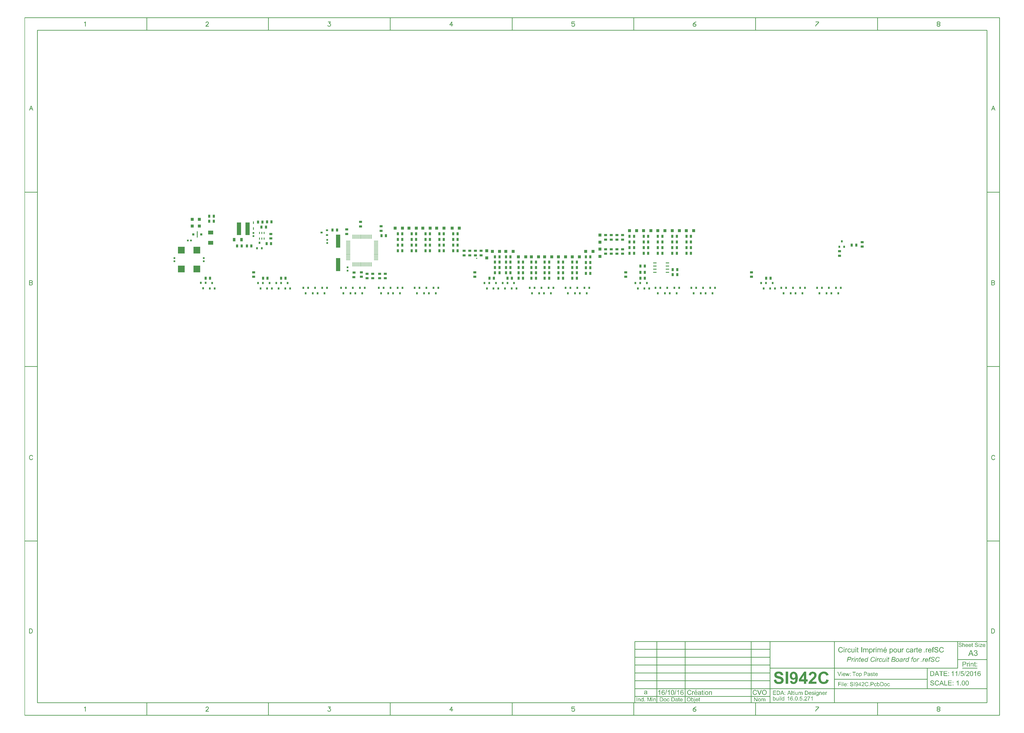
<source format=gtp>
G04 Layer_Color=8421504*
%FSLAX25Y25*%
%MOIN*%
G70*
G01*
G75*
%ADD29R,0.10630X0.10630*%
%ADD31C,0.02000*%
%ADD43C,0.01000*%
%ADD53C,0.00500*%
%ADD79R,0.04100X0.05700*%
%ADD80R,0.07074X0.20066*%
%ADD81R,0.01800X0.04400*%
%ADD82R,0.07100X0.21000*%
%ADD83R,0.08000X0.06000*%
%ADD84R,0.05100X0.03700*%
%ADD85R,0.03400X0.03400*%
%ADD86R,0.01800X0.10000*%
%ADD87R,0.05700X0.01800*%
%ADD88R,0.01800X0.03800*%
%ADD89R,0.00700X0.06900*%
%ADD90R,0.06900X0.00700*%
%ADD91R,0.03400X0.02600*%
%ADD92R,0.03400X0.02800*%
%ADD93R,0.04912X0.04518*%
%ADD94R,0.03700X0.05100*%
%ADD95R,0.02500X0.03000*%
%ADD96R,0.03000X0.02500*%
%ADD97R,0.02800X0.03400*%
%ADD98R,0.02600X0.03400*%
%ADD99R,0.04518X0.04912*%
G36*
X1263462Y-373636D02*
X1262671D01*
Y-372738D01*
X1263462D01*
Y-373636D01*
D02*
G37*
G36*
X1259187Y-372640D02*
X1259255D01*
X1259421Y-372660D01*
X1259616Y-372689D01*
X1259831Y-372728D01*
X1260046Y-372786D01*
X1260251Y-372865D01*
X1260260D01*
X1260270Y-372874D01*
X1260299Y-372884D01*
X1260339Y-372904D01*
X1260436Y-372962D01*
X1260563Y-373030D01*
X1260700Y-373128D01*
X1260836Y-373245D01*
X1260973Y-373382D01*
X1261090Y-373538D01*
X1261100Y-373557D01*
X1261139Y-373616D01*
X1261188Y-373714D01*
X1261236Y-373831D01*
X1261295Y-373977D01*
X1261354Y-374153D01*
X1261393Y-374338D01*
X1261412Y-374543D01*
X1260602Y-374602D01*
Y-374592D01*
Y-374573D01*
X1260592Y-374543D01*
X1260583Y-374504D01*
X1260563Y-374397D01*
X1260524Y-374260D01*
X1260466Y-374114D01*
X1260387Y-373967D01*
X1260280Y-373821D01*
X1260153Y-373694D01*
X1260134Y-373684D01*
X1260085Y-373645D01*
X1259997Y-373597D01*
X1259880Y-373538D01*
X1259724Y-373479D01*
X1259529Y-373431D01*
X1259304Y-373392D01*
X1259041Y-373382D01*
X1258914D01*
X1258855Y-373392D01*
X1258777D01*
X1258611Y-373421D01*
X1258426Y-373450D01*
X1258240Y-373499D01*
X1258064Y-373567D01*
X1257986Y-373616D01*
X1257918Y-373665D01*
X1257908Y-373675D01*
X1257869Y-373714D01*
X1257811Y-373772D01*
X1257752Y-373860D01*
X1257684Y-373958D01*
X1257635Y-374075D01*
X1257596Y-374202D01*
X1257576Y-374348D01*
Y-374368D01*
Y-374407D01*
X1257586Y-374475D01*
X1257606Y-374553D01*
X1257635Y-374641D01*
X1257684Y-374739D01*
X1257742Y-374826D01*
X1257821Y-374914D01*
X1257830Y-374924D01*
X1257879Y-374953D01*
X1257908Y-374973D01*
X1257947Y-375002D01*
X1258006Y-375022D01*
X1258074Y-375051D01*
X1258152Y-375090D01*
X1258240Y-375129D01*
X1258338Y-375158D01*
X1258455Y-375197D01*
X1258591Y-375246D01*
X1258738Y-375285D01*
X1258904Y-375324D01*
X1259089Y-375373D01*
X1259099D01*
X1259138Y-375383D01*
X1259187Y-375392D01*
X1259255Y-375412D01*
X1259343Y-375431D01*
X1259441Y-375461D01*
X1259655Y-375510D01*
X1259890Y-375578D01*
X1260124Y-375646D01*
X1260241Y-375675D01*
X1260339Y-375714D01*
X1260436Y-375753D01*
X1260514Y-375783D01*
X1260524D01*
X1260544Y-375793D01*
X1260563Y-375812D01*
X1260602Y-375832D01*
X1260700Y-375890D01*
X1260827Y-375958D01*
X1260963Y-376056D01*
X1261100Y-376173D01*
X1261227Y-376300D01*
X1261334Y-376437D01*
X1261344Y-376456D01*
X1261373Y-376505D01*
X1261422Y-376583D01*
X1261471Y-376700D01*
X1261520Y-376827D01*
X1261568Y-376983D01*
X1261598Y-377159D01*
X1261607Y-377344D01*
Y-377354D01*
Y-377364D01*
Y-377393D01*
Y-377432D01*
X1261588Y-377530D01*
X1261568Y-377657D01*
X1261539Y-377803D01*
X1261481Y-377969D01*
X1261412Y-378145D01*
X1261315Y-378311D01*
X1261305Y-378330D01*
X1261256Y-378389D01*
X1261197Y-378467D01*
X1261100Y-378564D01*
X1260983Y-378681D01*
X1260836Y-378799D01*
X1260661Y-378906D01*
X1260466Y-379013D01*
X1260456D01*
X1260436Y-379023D01*
X1260407Y-379033D01*
X1260368Y-379052D01*
X1260319Y-379072D01*
X1260260Y-379091D01*
X1260104Y-379131D01*
X1259929Y-379179D01*
X1259714Y-379218D01*
X1259490Y-379248D01*
X1259236Y-379257D01*
X1259089D01*
X1259021Y-379248D01*
X1258933D01*
X1258836Y-379238D01*
X1258728Y-379228D01*
X1258504Y-379199D01*
X1258260Y-379150D01*
X1258016Y-379091D01*
X1257782Y-379013D01*
X1257772D01*
X1257752Y-379004D01*
X1257723Y-378984D01*
X1257684Y-378965D01*
X1257576Y-378906D01*
X1257450Y-378818D01*
X1257293Y-378711D01*
X1257147Y-378584D01*
X1256991Y-378428D01*
X1256854Y-378252D01*
Y-378242D01*
X1256845Y-378233D01*
X1256825Y-378203D01*
X1256806Y-378164D01*
X1256776Y-378115D01*
X1256747Y-378057D01*
X1256688Y-377910D01*
X1256630Y-377745D01*
X1256571Y-377540D01*
X1256532Y-377325D01*
X1256513Y-377091D01*
X1257313Y-377022D01*
Y-377032D01*
Y-377042D01*
X1257323Y-377100D01*
X1257342Y-377188D01*
X1257362Y-377305D01*
X1257401Y-377432D01*
X1257440Y-377569D01*
X1257498Y-377696D01*
X1257567Y-377823D01*
X1257576Y-377832D01*
X1257606Y-377871D01*
X1257655Y-377930D01*
X1257733Y-377998D01*
X1257821Y-378076D01*
X1257928Y-378164D01*
X1258064Y-378242D01*
X1258211Y-378320D01*
X1258221D01*
X1258230Y-378330D01*
X1258289Y-378350D01*
X1258377Y-378379D01*
X1258504Y-378408D01*
X1258640Y-378447D01*
X1258816Y-378477D01*
X1259001Y-378496D01*
X1259197Y-378506D01*
X1259275D01*
X1259372Y-378496D01*
X1259480Y-378486D01*
X1259616Y-378477D01*
X1259753Y-378447D01*
X1259899Y-378418D01*
X1260046Y-378369D01*
X1260065Y-378359D01*
X1260104Y-378340D01*
X1260173Y-378311D01*
X1260251Y-378262D01*
X1260348Y-378203D01*
X1260436Y-378135D01*
X1260524Y-378057D01*
X1260602Y-377969D01*
X1260612Y-377959D01*
X1260631Y-377920D01*
X1260661Y-377871D01*
X1260700Y-377803D01*
X1260729Y-377725D01*
X1260758Y-377627D01*
X1260778Y-377530D01*
X1260787Y-377422D01*
Y-377413D01*
Y-377374D01*
X1260778Y-377315D01*
X1260768Y-377247D01*
X1260748Y-377159D01*
X1260709Y-377071D01*
X1260670Y-376983D01*
X1260612Y-376895D01*
X1260602Y-376886D01*
X1260583Y-376856D01*
X1260534Y-376817D01*
X1260475Y-376759D01*
X1260397Y-376700D01*
X1260299Y-376642D01*
X1260173Y-376573D01*
X1260036Y-376515D01*
X1260026Y-376505D01*
X1259987Y-376495D01*
X1259909Y-376476D01*
X1259860Y-376456D01*
X1259802Y-376437D01*
X1259724Y-376417D01*
X1259646Y-376398D01*
X1259548Y-376368D01*
X1259450Y-376339D01*
X1259333Y-376310D01*
X1259197Y-376281D01*
X1259050Y-376241D01*
X1258894Y-376203D01*
X1258884D01*
X1258855Y-376193D01*
X1258806Y-376183D01*
X1258748Y-376163D01*
X1258679Y-376144D01*
X1258601Y-376124D01*
X1258416Y-376076D01*
X1258211Y-376007D01*
X1258006Y-375939D01*
X1257821Y-375871D01*
X1257733Y-375841D01*
X1257664Y-375802D01*
X1257655D01*
X1257645Y-375793D01*
X1257586Y-375753D01*
X1257508Y-375705D01*
X1257411Y-375636D01*
X1257293Y-375549D01*
X1257186Y-375451D01*
X1257079Y-375334D01*
X1256981Y-375207D01*
X1256971Y-375187D01*
X1256942Y-375139D01*
X1256913Y-375070D01*
X1256874Y-374973D01*
X1256825Y-374856D01*
X1256796Y-374719D01*
X1256766Y-374563D01*
X1256757Y-374407D01*
Y-374397D01*
Y-374387D01*
Y-374358D01*
Y-374319D01*
X1256776Y-374231D01*
X1256796Y-374114D01*
X1256825Y-373967D01*
X1256874Y-373821D01*
X1256942Y-373655D01*
X1257030Y-373499D01*
Y-373489D01*
X1257040Y-373479D01*
X1257079Y-373431D01*
X1257147Y-373353D01*
X1257235Y-373255D01*
X1257342Y-373157D01*
X1257479Y-373050D01*
X1257645Y-372943D01*
X1257830Y-372855D01*
X1257840D01*
X1257850Y-372845D01*
X1257879Y-372835D01*
X1257928Y-372816D01*
X1257977Y-372806D01*
X1258035Y-372786D01*
X1258172Y-372738D01*
X1258348Y-372699D01*
X1258543Y-372669D01*
X1258767Y-372640D01*
X1259001Y-372630D01*
X1259119D01*
X1259187Y-372640D01*
D02*
G37*
G36*
X1233303D02*
X1233372D01*
X1233538Y-372660D01*
X1233733Y-372689D01*
X1233947Y-372728D01*
X1234162Y-372786D01*
X1234367Y-372865D01*
X1234377D01*
X1234387Y-372874D01*
X1234416Y-372884D01*
X1234455Y-372904D01*
X1234553Y-372962D01*
X1234680Y-373030D01*
X1234816Y-373128D01*
X1234953Y-373245D01*
X1235089Y-373382D01*
X1235207Y-373538D01*
X1235216Y-373557D01*
X1235255Y-373616D01*
X1235304Y-373714D01*
X1235353Y-373831D01*
X1235411Y-373977D01*
X1235470Y-374153D01*
X1235509Y-374338D01*
X1235529Y-374543D01*
X1234719Y-374602D01*
Y-374592D01*
Y-374573D01*
X1234709Y-374543D01*
X1234699Y-374504D01*
X1234680Y-374397D01*
X1234641Y-374260D01*
X1234582Y-374114D01*
X1234504Y-373967D01*
X1234396Y-373821D01*
X1234270Y-373694D01*
X1234250Y-373684D01*
X1234201Y-373645D01*
X1234114Y-373597D01*
X1233996Y-373538D01*
X1233840Y-373479D01*
X1233645Y-373431D01*
X1233420Y-373392D01*
X1233157Y-373382D01*
X1233030D01*
X1232971Y-373392D01*
X1232893D01*
X1232728Y-373421D01*
X1232542Y-373450D01*
X1232357Y-373499D01*
X1232181Y-373567D01*
X1232103Y-373616D01*
X1232035Y-373665D01*
X1232025Y-373675D01*
X1231986Y-373714D01*
X1231927Y-373772D01*
X1231869Y-373860D01*
X1231800Y-373958D01*
X1231752Y-374075D01*
X1231713Y-374202D01*
X1231693Y-374348D01*
Y-374368D01*
Y-374407D01*
X1231703Y-374475D01*
X1231722Y-374553D01*
X1231752Y-374641D01*
X1231800Y-374739D01*
X1231859Y-374826D01*
X1231937Y-374914D01*
X1231947Y-374924D01*
X1231995Y-374953D01*
X1232025Y-374973D01*
X1232064Y-375002D01*
X1232122Y-375022D01*
X1232191Y-375051D01*
X1232269Y-375090D01*
X1232357Y-375129D01*
X1232454Y-375158D01*
X1232571Y-375197D01*
X1232708Y-375246D01*
X1232854Y-375285D01*
X1233020Y-375324D01*
X1233206Y-375373D01*
X1233216D01*
X1233255Y-375383D01*
X1233303Y-375392D01*
X1233372Y-375412D01*
X1233459Y-375431D01*
X1233557Y-375461D01*
X1233772Y-375510D01*
X1234006Y-375578D01*
X1234240Y-375646D01*
X1234357Y-375675D01*
X1234455Y-375714D01*
X1234553Y-375753D01*
X1234631Y-375783D01*
X1234641D01*
X1234660Y-375793D01*
X1234680Y-375812D01*
X1234719Y-375832D01*
X1234816Y-375890D01*
X1234943Y-375958D01*
X1235080Y-376056D01*
X1235216Y-376173D01*
X1235343Y-376300D01*
X1235451Y-376437D01*
X1235460Y-376456D01*
X1235490Y-376505D01*
X1235538Y-376583D01*
X1235587Y-376700D01*
X1235636Y-376827D01*
X1235685Y-376983D01*
X1235714Y-377159D01*
X1235724Y-377344D01*
Y-377354D01*
Y-377364D01*
Y-377393D01*
Y-377432D01*
X1235704Y-377530D01*
X1235685Y-377657D01*
X1235655Y-377803D01*
X1235597Y-377969D01*
X1235529Y-378145D01*
X1235431Y-378311D01*
X1235421Y-378330D01*
X1235373Y-378389D01*
X1235314Y-378467D01*
X1235216Y-378564D01*
X1235099Y-378681D01*
X1234953Y-378799D01*
X1234777Y-378906D01*
X1234582Y-379013D01*
X1234572D01*
X1234553Y-379023D01*
X1234523Y-379033D01*
X1234484Y-379052D01*
X1234435Y-379072D01*
X1234377Y-379091D01*
X1234221Y-379131D01*
X1234045Y-379179D01*
X1233830Y-379218D01*
X1233606Y-379248D01*
X1233352Y-379257D01*
X1233206D01*
X1233137Y-379248D01*
X1233050D01*
X1232952Y-379238D01*
X1232845Y-379228D01*
X1232620Y-379199D01*
X1232376Y-379150D01*
X1232132Y-379091D01*
X1231898Y-379013D01*
X1231888D01*
X1231869Y-379004D01*
X1231839Y-378984D01*
X1231800Y-378965D01*
X1231693Y-378906D01*
X1231566Y-378818D01*
X1231410Y-378711D01*
X1231264Y-378584D01*
X1231107Y-378428D01*
X1230971Y-378252D01*
Y-378242D01*
X1230961Y-378233D01*
X1230941Y-378203D01*
X1230922Y-378164D01*
X1230893Y-378115D01*
X1230863Y-378057D01*
X1230805Y-377910D01*
X1230746Y-377745D01*
X1230688Y-377540D01*
X1230649Y-377325D01*
X1230629Y-377091D01*
X1231429Y-377022D01*
Y-377032D01*
Y-377042D01*
X1231439Y-377100D01*
X1231459Y-377188D01*
X1231478Y-377305D01*
X1231517Y-377432D01*
X1231556Y-377569D01*
X1231615Y-377696D01*
X1231683Y-377823D01*
X1231693Y-377832D01*
X1231722Y-377871D01*
X1231771Y-377930D01*
X1231849Y-377998D01*
X1231937Y-378076D01*
X1232044Y-378164D01*
X1232181Y-378242D01*
X1232327Y-378320D01*
X1232337D01*
X1232347Y-378330D01*
X1232405Y-378350D01*
X1232493Y-378379D01*
X1232620Y-378408D01*
X1232757Y-378447D01*
X1232932Y-378477D01*
X1233118Y-378496D01*
X1233313Y-378506D01*
X1233391D01*
X1233489Y-378496D01*
X1233596Y-378486D01*
X1233733Y-378477D01*
X1233869Y-378447D01*
X1234016Y-378418D01*
X1234162Y-378369D01*
X1234182Y-378359D01*
X1234221Y-378340D01*
X1234289Y-378311D01*
X1234367Y-378262D01*
X1234465Y-378203D01*
X1234553Y-378135D01*
X1234641Y-378057D01*
X1234719Y-377969D01*
X1234728Y-377959D01*
X1234748Y-377920D01*
X1234777Y-377871D01*
X1234816Y-377803D01*
X1234845Y-377725D01*
X1234875Y-377627D01*
X1234894Y-377530D01*
X1234904Y-377422D01*
Y-377413D01*
Y-377374D01*
X1234894Y-377315D01*
X1234884Y-377247D01*
X1234865Y-377159D01*
X1234826Y-377071D01*
X1234787Y-376983D01*
X1234728Y-376895D01*
X1234719Y-376886D01*
X1234699Y-376856D01*
X1234650Y-376817D01*
X1234592Y-376759D01*
X1234514Y-376700D01*
X1234416Y-376642D01*
X1234289Y-376573D01*
X1234153Y-376515D01*
X1234143Y-376505D01*
X1234104Y-376495D01*
X1234026Y-376476D01*
X1233977Y-376456D01*
X1233918Y-376437D01*
X1233840Y-376417D01*
X1233762Y-376398D01*
X1233665Y-376368D01*
X1233567Y-376339D01*
X1233450Y-376310D01*
X1233313Y-376281D01*
X1233167Y-376241D01*
X1233011Y-376203D01*
X1233001D01*
X1232971Y-376193D01*
X1232923Y-376183D01*
X1232864Y-376163D01*
X1232796Y-376144D01*
X1232718Y-376124D01*
X1232532Y-376076D01*
X1232327Y-376007D01*
X1232122Y-375939D01*
X1231937Y-375871D01*
X1231849Y-375841D01*
X1231781Y-375802D01*
X1231771D01*
X1231761Y-375793D01*
X1231703Y-375753D01*
X1231625Y-375705D01*
X1231527Y-375636D01*
X1231410Y-375549D01*
X1231303Y-375451D01*
X1231195Y-375334D01*
X1231098Y-375207D01*
X1231088Y-375187D01*
X1231059Y-375139D01*
X1231029Y-375070D01*
X1230990Y-374973D01*
X1230941Y-374856D01*
X1230912Y-374719D01*
X1230883Y-374563D01*
X1230873Y-374407D01*
Y-374397D01*
Y-374387D01*
Y-374358D01*
Y-374319D01*
X1230893Y-374231D01*
X1230912Y-374114D01*
X1230941Y-373967D01*
X1230990Y-373821D01*
X1231059Y-373655D01*
X1231146Y-373499D01*
Y-373489D01*
X1231156Y-373479D01*
X1231195Y-373431D01*
X1231264Y-373353D01*
X1231351Y-373255D01*
X1231459Y-373157D01*
X1231595Y-373050D01*
X1231761Y-372943D01*
X1231947Y-372855D01*
X1231956D01*
X1231966Y-372845D01*
X1231995Y-372835D01*
X1232044Y-372816D01*
X1232093Y-372806D01*
X1232152Y-372786D01*
X1232288Y-372738D01*
X1232464Y-372699D01*
X1232659Y-372669D01*
X1232884Y-372640D01*
X1233118Y-372630D01*
X1233235D01*
X1233303Y-372640D01*
D02*
G37*
G36*
X1268205Y-375022D02*
X1265687Y-377979D01*
X1265199Y-378525D01*
X1265248D01*
X1265287Y-378516D01*
X1265394Y-378506D01*
X1265521Y-378496D01*
X1265677D01*
X1265843Y-378486D01*
X1266195Y-378477D01*
X1268342D01*
Y-379150D01*
X1264233D01*
Y-378516D01*
X1267190Y-375109D01*
X1267102D01*
X1267014Y-375119D01*
X1266887D01*
X1266751Y-375129D01*
X1266605D01*
X1266448Y-375139D01*
X1264408D01*
Y-374504D01*
X1268205D01*
Y-375022D01*
D02*
G37*
G36*
X1263462Y-379150D02*
X1262671D01*
Y-374504D01*
X1263462D01*
Y-379150D01*
D02*
G37*
G36*
X1237568Y-375031D02*
X1237578Y-375022D01*
X1237598Y-375002D01*
X1237627Y-374973D01*
X1237666Y-374934D01*
X1237725Y-374885D01*
X1237783Y-374826D01*
X1237861Y-374778D01*
X1237949Y-374709D01*
X1238047Y-374651D01*
X1238144Y-374602D01*
X1238388Y-374495D01*
X1238515Y-374455D01*
X1238652Y-374426D01*
X1238798Y-374407D01*
X1238954Y-374397D01*
X1239042D01*
X1239140Y-374407D01*
X1239257Y-374426D01*
X1239394Y-374446D01*
X1239540Y-374485D01*
X1239696Y-374534D01*
X1239843Y-374602D01*
X1239862Y-374612D01*
X1239901Y-374641D01*
X1239969Y-374690D01*
X1240057Y-374748D01*
X1240145Y-374826D01*
X1240233Y-374924D01*
X1240321Y-375041D01*
X1240389Y-375168D01*
X1240399Y-375187D01*
X1240418Y-375236D01*
X1240438Y-375314D01*
X1240477Y-375431D01*
X1240506Y-375578D01*
X1240526Y-375763D01*
X1240545Y-375968D01*
X1240555Y-376212D01*
Y-379150D01*
X1239764D01*
Y-376203D01*
Y-376193D01*
Y-376173D01*
Y-376144D01*
Y-376105D01*
X1239755Y-376007D01*
X1239735Y-375871D01*
X1239696Y-375734D01*
X1239657Y-375597D01*
X1239589Y-375461D01*
X1239501Y-375344D01*
X1239491Y-375334D01*
X1239452Y-375305D01*
X1239394Y-375256D01*
X1239316Y-375207D01*
X1239218Y-375158D01*
X1239091Y-375109D01*
X1238954Y-375080D01*
X1238789Y-375070D01*
X1238730D01*
X1238662Y-375080D01*
X1238574Y-375090D01*
X1238476Y-375119D01*
X1238359Y-375148D01*
X1238242Y-375197D01*
X1238125Y-375256D01*
X1238115Y-375266D01*
X1238076Y-375285D01*
X1238027Y-375334D01*
X1237959Y-375383D01*
X1237891Y-375461D01*
X1237813Y-375539D01*
X1237754Y-375646D01*
X1237695Y-375753D01*
X1237686Y-375763D01*
X1237676Y-375812D01*
X1237656Y-375880D01*
X1237637Y-375978D01*
X1237607Y-376105D01*
X1237588Y-376251D01*
X1237578Y-376417D01*
X1237568Y-376612D01*
Y-379150D01*
X1236778D01*
Y-372738D01*
X1237568D01*
Y-375031D01*
D02*
G37*
G36*
X1252638Y-374504D02*
X1253428D01*
Y-375119D01*
X1252638D01*
Y-377842D01*
Y-377852D01*
Y-377891D01*
Y-377950D01*
X1252648Y-378018D01*
X1252658Y-378164D01*
X1252667Y-378223D01*
X1252677Y-378272D01*
X1252687Y-378291D01*
X1252706Y-378330D01*
X1252745Y-378379D01*
X1252804Y-378428D01*
X1252823Y-378437D01*
X1252872Y-378447D01*
X1252960Y-378467D01*
X1253077Y-378477D01*
X1253175D01*
X1253224Y-378467D01*
X1253282D01*
X1253428Y-378447D01*
X1253536Y-379140D01*
X1253516D01*
X1253477Y-379150D01*
X1253419Y-379160D01*
X1253331Y-379170D01*
X1253243Y-379189D01*
X1253145Y-379199D01*
X1252940Y-379209D01*
X1252872D01*
X1252794Y-379199D01*
X1252697Y-379189D01*
X1252589Y-379179D01*
X1252472Y-379150D01*
X1252365Y-379121D01*
X1252267Y-379082D01*
X1252257Y-379072D01*
X1252228Y-379052D01*
X1252189Y-379023D01*
X1252140Y-378984D01*
X1252082Y-378935D01*
X1252033Y-378877D01*
X1251974Y-378808D01*
X1251935Y-378730D01*
Y-378721D01*
X1251925Y-378681D01*
X1251906Y-378623D01*
X1251896Y-378525D01*
X1251877Y-378398D01*
X1251867Y-378330D01*
X1251857Y-378242D01*
Y-378145D01*
X1251847Y-378037D01*
Y-377920D01*
Y-377793D01*
Y-375119D01*
X1251262D01*
Y-374504D01*
X1251847D01*
Y-373362D01*
X1252638Y-372884D01*
Y-374504D01*
D02*
G37*
G36*
X1271192Y-374407D02*
X1271270Y-374416D01*
X1271367Y-374426D01*
X1271465Y-374446D01*
X1271582Y-374475D01*
X1271816Y-374553D01*
X1271943Y-374602D01*
X1272070Y-374670D01*
X1272197Y-374739D01*
X1272324Y-374826D01*
X1272441Y-374924D01*
X1272558Y-375041D01*
X1272568Y-375051D01*
X1272587Y-375070D01*
X1272617Y-375109D01*
X1272656Y-375158D01*
X1272695Y-375226D01*
X1272744Y-375305D01*
X1272802Y-375392D01*
X1272861Y-375500D01*
X1272909Y-375627D01*
X1272968Y-375753D01*
X1273017Y-375900D01*
X1273066Y-376066D01*
X1273095Y-376232D01*
X1273124Y-376417D01*
X1273144Y-376612D01*
X1273153Y-376827D01*
Y-376837D01*
Y-376876D01*
Y-376944D01*
X1273144Y-377032D01*
X1269689D01*
Y-377042D01*
Y-377061D01*
X1269698Y-377110D01*
Y-377159D01*
X1269708Y-377227D01*
X1269718Y-377296D01*
X1269757Y-377471D01*
X1269816Y-377657D01*
X1269884Y-377852D01*
X1269991Y-378047D01*
X1270118Y-378213D01*
X1270138Y-378233D01*
X1270186Y-378272D01*
X1270274Y-378340D01*
X1270382Y-378408D01*
X1270528Y-378486D01*
X1270694Y-378555D01*
X1270879Y-378594D01*
X1271084Y-378613D01*
X1271162D01*
X1271241Y-378603D01*
X1271338Y-378584D01*
X1271455Y-378555D01*
X1271582Y-378516D01*
X1271709Y-378467D01*
X1271826Y-378389D01*
X1271836Y-378379D01*
X1271875Y-378340D01*
X1271933Y-378291D01*
X1272002Y-378203D01*
X1272080Y-378106D01*
X1272158Y-377979D01*
X1272236Y-377823D01*
X1272314Y-377647D01*
X1273124Y-377754D01*
Y-377764D01*
X1273114Y-377784D01*
X1273105Y-377823D01*
X1273085Y-377871D01*
X1273066Y-377930D01*
X1273036Y-377998D01*
X1272958Y-378164D01*
X1272861Y-378340D01*
X1272744Y-378525D01*
X1272587Y-378711D01*
X1272412Y-378867D01*
X1272402D01*
X1272392Y-378887D01*
X1272363Y-378906D01*
X1272314Y-378925D01*
X1272265Y-378955D01*
X1272207Y-378994D01*
X1272138Y-379023D01*
X1272051Y-379062D01*
X1271865Y-379131D01*
X1271631Y-379199D01*
X1271377Y-379238D01*
X1271084Y-379257D01*
X1270987D01*
X1270918Y-379248D01*
X1270831Y-379238D01*
X1270733Y-379228D01*
X1270626Y-379209D01*
X1270499Y-379179D01*
X1270245Y-379101D01*
X1270108Y-379052D01*
X1269981Y-378994D01*
X1269845Y-378925D01*
X1269718Y-378838D01*
X1269591Y-378740D01*
X1269474Y-378633D01*
X1269464Y-378623D01*
X1269445Y-378603D01*
X1269415Y-378564D01*
X1269386Y-378516D01*
X1269337Y-378457D01*
X1269289Y-378379D01*
X1269230Y-378281D01*
X1269181Y-378174D01*
X1269123Y-378057D01*
X1269064Y-377930D01*
X1269015Y-377784D01*
X1268976Y-377627D01*
X1268937Y-377462D01*
X1268908Y-377276D01*
X1268888Y-377081D01*
X1268879Y-376876D01*
Y-376866D01*
Y-376827D01*
Y-376759D01*
X1268888Y-376681D01*
X1268898Y-376583D01*
X1268908Y-376466D01*
X1268927Y-376339D01*
X1268957Y-376203D01*
X1269025Y-375910D01*
X1269074Y-375763D01*
X1269132Y-375607D01*
X1269201Y-375461D01*
X1269279Y-375314D01*
X1269367Y-375178D01*
X1269474Y-375051D01*
X1269484Y-375041D01*
X1269503Y-375022D01*
X1269532Y-374992D01*
X1269581Y-374943D01*
X1269640Y-374895D01*
X1269718Y-374846D01*
X1269796Y-374787D01*
X1269894Y-374719D01*
X1270001Y-374660D01*
X1270118Y-374602D01*
X1270245Y-374553D01*
X1270391Y-374495D01*
X1270538Y-374455D01*
X1270694Y-374426D01*
X1270860Y-374407D01*
X1271035Y-374397D01*
X1271123D01*
X1271192Y-374407D01*
D02*
G37*
G36*
X1248792D02*
X1248871Y-374416D01*
X1248968Y-374426D01*
X1249066Y-374446D01*
X1249183Y-374475D01*
X1249417Y-374553D01*
X1249544Y-374602D01*
X1249671Y-374670D01*
X1249798Y-374739D01*
X1249925Y-374826D01*
X1250042Y-374924D01*
X1250159Y-375041D01*
X1250169Y-375051D01*
X1250188Y-375070D01*
X1250217Y-375109D01*
X1250257Y-375158D01*
X1250296Y-375226D01*
X1250344Y-375305D01*
X1250403Y-375392D01*
X1250461Y-375500D01*
X1250510Y-375627D01*
X1250569Y-375753D01*
X1250618Y-375900D01*
X1250666Y-376066D01*
X1250696Y-376232D01*
X1250725Y-376417D01*
X1250745Y-376612D01*
X1250754Y-376827D01*
Y-376837D01*
Y-376876D01*
Y-376944D01*
X1250745Y-377032D01*
X1247289D01*
Y-377042D01*
Y-377061D01*
X1247299Y-377110D01*
Y-377159D01*
X1247309Y-377227D01*
X1247319Y-377296D01*
X1247358Y-377471D01*
X1247416Y-377657D01*
X1247485Y-377852D01*
X1247592Y-378047D01*
X1247719Y-378213D01*
X1247738Y-378233D01*
X1247787Y-378272D01*
X1247875Y-378340D01*
X1247982Y-378408D01*
X1248129Y-378486D01*
X1248295Y-378555D01*
X1248480Y-378594D01*
X1248685Y-378613D01*
X1248763D01*
X1248841Y-378603D01*
X1248939Y-378584D01*
X1249056Y-378555D01*
X1249183Y-378516D01*
X1249310Y-378467D01*
X1249427Y-378389D01*
X1249437Y-378379D01*
X1249476Y-378340D01*
X1249534Y-378291D01*
X1249603Y-378203D01*
X1249681Y-378106D01*
X1249759Y-377979D01*
X1249837Y-377823D01*
X1249915Y-377647D01*
X1250725Y-377754D01*
Y-377764D01*
X1250715Y-377784D01*
X1250706Y-377823D01*
X1250686Y-377871D01*
X1250666Y-377930D01*
X1250637Y-377998D01*
X1250559Y-378164D01*
X1250461Y-378340D01*
X1250344Y-378525D01*
X1250188Y-378711D01*
X1250012Y-378867D01*
X1250003D01*
X1249993Y-378887D01*
X1249964Y-378906D01*
X1249915Y-378925D01*
X1249866Y-378955D01*
X1249807Y-378994D01*
X1249739Y-379023D01*
X1249651Y-379062D01*
X1249466Y-379131D01*
X1249232Y-379199D01*
X1248978Y-379238D01*
X1248685Y-379257D01*
X1248588D01*
X1248519Y-379248D01*
X1248431Y-379238D01*
X1248334Y-379228D01*
X1248226Y-379209D01*
X1248100Y-379179D01*
X1247846Y-379101D01*
X1247709Y-379052D01*
X1247582Y-378994D01*
X1247446Y-378925D01*
X1247319Y-378838D01*
X1247192Y-378740D01*
X1247075Y-378633D01*
X1247065Y-378623D01*
X1247045Y-378603D01*
X1247016Y-378564D01*
X1246987Y-378516D01*
X1246938Y-378457D01*
X1246889Y-378379D01*
X1246831Y-378281D01*
X1246782Y-378174D01*
X1246723Y-378057D01*
X1246665Y-377930D01*
X1246616Y-377784D01*
X1246577Y-377627D01*
X1246538Y-377462D01*
X1246509Y-377276D01*
X1246489Y-377081D01*
X1246479Y-376876D01*
Y-376866D01*
Y-376827D01*
Y-376759D01*
X1246489Y-376681D01*
X1246499Y-376583D01*
X1246509Y-376466D01*
X1246528Y-376339D01*
X1246558Y-376203D01*
X1246626Y-375910D01*
X1246675Y-375763D01*
X1246733Y-375607D01*
X1246801Y-375461D01*
X1246879Y-375314D01*
X1246967Y-375178D01*
X1247075Y-375051D01*
X1247085Y-375041D01*
X1247104Y-375022D01*
X1247133Y-374992D01*
X1247182Y-374943D01*
X1247241Y-374895D01*
X1247319Y-374846D01*
X1247397Y-374787D01*
X1247494Y-374719D01*
X1247602Y-374660D01*
X1247719Y-374602D01*
X1247846Y-374553D01*
X1247992Y-374495D01*
X1248139Y-374455D01*
X1248295Y-374426D01*
X1248461Y-374407D01*
X1248636Y-374397D01*
X1248724D01*
X1248792Y-374407D01*
D02*
G37*
G36*
X1243815D02*
X1243893Y-374416D01*
X1243991Y-374426D01*
X1244088Y-374446D01*
X1244205Y-374475D01*
X1244440Y-374553D01*
X1244566Y-374602D01*
X1244693Y-374670D01*
X1244820Y-374739D01*
X1244947Y-374826D01*
X1245064Y-374924D01*
X1245181Y-375041D01*
X1245191Y-375051D01*
X1245211Y-375070D01*
X1245240Y-375109D01*
X1245279Y-375158D01*
X1245318Y-375226D01*
X1245367Y-375305D01*
X1245425Y-375392D01*
X1245484Y-375500D01*
X1245533Y-375627D01*
X1245591Y-375753D01*
X1245640Y-375900D01*
X1245689Y-376066D01*
X1245718Y-376232D01*
X1245747Y-376417D01*
X1245767Y-376612D01*
X1245777Y-376827D01*
Y-376837D01*
Y-376876D01*
Y-376944D01*
X1245767Y-377032D01*
X1242312D01*
Y-377042D01*
Y-377061D01*
X1242322Y-377110D01*
Y-377159D01*
X1242331Y-377227D01*
X1242341Y-377296D01*
X1242380Y-377471D01*
X1242439Y-377657D01*
X1242507Y-377852D01*
X1242614Y-378047D01*
X1242741Y-378213D01*
X1242761Y-378233D01*
X1242810Y-378272D01*
X1242898Y-378340D01*
X1243005Y-378408D01*
X1243151Y-378486D01*
X1243317Y-378555D01*
X1243503Y-378594D01*
X1243707Y-378613D01*
X1243786D01*
X1243864Y-378603D01*
X1243961Y-378584D01*
X1244078Y-378555D01*
X1244205Y-378516D01*
X1244332Y-378467D01*
X1244449Y-378389D01*
X1244459Y-378379D01*
X1244498Y-378340D01*
X1244557Y-378291D01*
X1244625Y-378203D01*
X1244703Y-378106D01*
X1244781Y-377979D01*
X1244859Y-377823D01*
X1244937Y-377647D01*
X1245747Y-377754D01*
Y-377764D01*
X1245738Y-377784D01*
X1245728Y-377823D01*
X1245708Y-377871D01*
X1245689Y-377930D01*
X1245660Y-377998D01*
X1245582Y-378164D01*
X1245484Y-378340D01*
X1245367Y-378525D01*
X1245211Y-378711D01*
X1245035Y-378867D01*
X1245025D01*
X1245015Y-378887D01*
X1244986Y-378906D01*
X1244937Y-378925D01*
X1244888Y-378955D01*
X1244830Y-378994D01*
X1244762Y-379023D01*
X1244674Y-379062D01*
X1244488Y-379131D01*
X1244254Y-379199D01*
X1244000Y-379238D01*
X1243707Y-379257D01*
X1243610D01*
X1243542Y-379248D01*
X1243454Y-379238D01*
X1243356Y-379228D01*
X1243249Y-379209D01*
X1243122Y-379179D01*
X1242868Y-379101D01*
X1242731Y-379052D01*
X1242605Y-378994D01*
X1242468Y-378925D01*
X1242341Y-378838D01*
X1242214Y-378740D01*
X1242097Y-378633D01*
X1242087Y-378623D01*
X1242068Y-378603D01*
X1242039Y-378564D01*
X1242009Y-378516D01*
X1241961Y-378457D01*
X1241912Y-378379D01*
X1241853Y-378281D01*
X1241804Y-378174D01*
X1241746Y-378057D01*
X1241687Y-377930D01*
X1241638Y-377784D01*
X1241599Y-377627D01*
X1241560Y-377462D01*
X1241531Y-377276D01*
X1241512Y-377081D01*
X1241502Y-376876D01*
Y-376866D01*
Y-376827D01*
Y-376759D01*
X1241512Y-376681D01*
X1241521Y-376583D01*
X1241531Y-376466D01*
X1241551Y-376339D01*
X1241580Y-376203D01*
X1241648Y-375910D01*
X1241697Y-375763D01*
X1241755Y-375607D01*
X1241824Y-375461D01*
X1241902Y-375314D01*
X1241990Y-375178D01*
X1242097Y-375051D01*
X1242107Y-375041D01*
X1242126Y-375022D01*
X1242156Y-374992D01*
X1242204Y-374943D01*
X1242263Y-374895D01*
X1242341Y-374846D01*
X1242419Y-374787D01*
X1242517Y-374719D01*
X1242624Y-374660D01*
X1242741Y-374602D01*
X1242868Y-374553D01*
X1243015Y-374495D01*
X1243161Y-374455D01*
X1243317Y-374426D01*
X1243483Y-374407D01*
X1243659Y-374397D01*
X1243747D01*
X1243815Y-374407D01*
D02*
G37*
G36*
X1191111Y-379436D02*
X1191251Y-379449D01*
X1191416Y-379474D01*
X1191593Y-379499D01*
X1191784Y-379537D01*
X1191631Y-380426D01*
X1191619D01*
X1191580Y-380413D01*
X1191517Y-380400D01*
X1191441Y-380387D01*
X1191339D01*
X1191238Y-380375D01*
X1191022Y-380362D01*
X1190946D01*
X1190870Y-380375D01*
X1190768Y-380387D01*
X1190667Y-380413D01*
X1190553Y-380451D01*
X1190451Y-380502D01*
X1190362Y-380565D01*
X1190349Y-380578D01*
X1190337Y-380603D01*
X1190299Y-380654D01*
X1190273Y-380730D01*
X1190235Y-380832D01*
X1190197Y-380971D01*
X1190185Y-381123D01*
X1190172Y-381314D01*
Y-381860D01*
X1191352D01*
Y-382659D01*
X1190185D01*
Y-387900D01*
X1189157D01*
Y-382659D01*
X1188256D01*
Y-381860D01*
X1189157D01*
Y-381225D01*
Y-381212D01*
Y-381200D01*
Y-381123D01*
X1189169Y-381022D01*
Y-380882D01*
X1189182Y-380743D01*
X1189207Y-380591D01*
X1189233Y-380451D01*
X1189271Y-380324D01*
X1189284Y-380311D01*
X1189296Y-380261D01*
X1189334Y-380185D01*
X1189385Y-380096D01*
X1189461Y-379981D01*
X1189550Y-379880D01*
X1189652Y-379778D01*
X1189779Y-379677D01*
X1189791Y-379664D01*
X1189855Y-379639D01*
X1189931Y-379601D01*
X1190058Y-379550D01*
X1190197Y-379499D01*
X1190388Y-379461D01*
X1190591Y-379436D01*
X1190832Y-379423D01*
X1190997D01*
X1191111Y-379436D01*
D02*
G37*
G36*
X1100088Y-380730D02*
X1099060D01*
Y-379563D01*
X1100088D01*
Y-380730D01*
D02*
G37*
G36*
X1067754D02*
X1066726D01*
Y-379563D01*
X1067754D01*
Y-380730D01*
D02*
G37*
G36*
X1048998D02*
X1047970D01*
Y-379563D01*
X1048998D01*
Y-380730D01*
D02*
G37*
G36*
X1113819Y-381111D02*
X1112968D01*
X1113730Y-379525D01*
X1115075D01*
X1113819Y-381111D01*
D02*
G37*
G36*
X1195400Y-379436D02*
X1195489D01*
X1195705Y-379461D01*
X1195959Y-379499D01*
X1196238Y-379550D01*
X1196517Y-379626D01*
X1196783Y-379728D01*
X1196796D01*
X1196809Y-379740D01*
X1196847Y-379753D01*
X1196898Y-379778D01*
X1197025Y-379854D01*
X1197189Y-379943D01*
X1197367Y-380070D01*
X1197545Y-380223D01*
X1197722Y-380400D01*
X1197875Y-380603D01*
X1197887Y-380629D01*
X1197938Y-380705D01*
X1198002Y-380832D01*
X1198065Y-380984D01*
X1198141Y-381174D01*
X1198217Y-381403D01*
X1198268Y-381644D01*
X1198293Y-381910D01*
X1197240Y-381986D01*
Y-381974D01*
Y-381948D01*
X1197227Y-381910D01*
X1197215Y-381860D01*
X1197189Y-381720D01*
X1197139Y-381542D01*
X1197062Y-381352D01*
X1196961Y-381162D01*
X1196821Y-380971D01*
X1196657Y-380806D01*
X1196631Y-380794D01*
X1196568Y-380743D01*
X1196453Y-380679D01*
X1196301Y-380603D01*
X1196098Y-380527D01*
X1195844Y-380464D01*
X1195552Y-380413D01*
X1195210Y-380400D01*
X1195045D01*
X1194969Y-380413D01*
X1194867D01*
X1194651Y-380451D01*
X1194410Y-380489D01*
X1194169Y-380553D01*
X1193941Y-380641D01*
X1193839Y-380705D01*
X1193750Y-380768D01*
X1193738Y-380781D01*
X1193687Y-380832D01*
X1193611Y-380908D01*
X1193535Y-381022D01*
X1193446Y-381149D01*
X1193382Y-381301D01*
X1193332Y-381466D01*
X1193306Y-381657D01*
Y-381682D01*
Y-381733D01*
X1193319Y-381821D01*
X1193344Y-381923D01*
X1193382Y-382037D01*
X1193446Y-382164D01*
X1193522Y-382278D01*
X1193624Y-382393D01*
X1193636Y-382405D01*
X1193700Y-382443D01*
X1193738Y-382469D01*
X1193789Y-382507D01*
X1193865Y-382532D01*
X1193954Y-382570D01*
X1194055Y-382621D01*
X1194169Y-382672D01*
X1194296Y-382710D01*
X1194448Y-382761D01*
X1194626Y-382824D01*
X1194816Y-382875D01*
X1195032Y-382926D01*
X1195273Y-382989D01*
X1195286D01*
X1195337Y-383002D01*
X1195400Y-383014D01*
X1195489Y-383040D01*
X1195603Y-383065D01*
X1195730Y-383103D01*
X1196009Y-383167D01*
X1196314Y-383256D01*
X1196618Y-383344D01*
X1196771Y-383382D01*
X1196898Y-383433D01*
X1197025Y-383484D01*
X1197126Y-383522D01*
X1197139D01*
X1197164Y-383535D01*
X1197189Y-383560D01*
X1197240Y-383585D01*
X1197367Y-383662D01*
X1197532Y-383750D01*
X1197710Y-383877D01*
X1197887Y-384030D01*
X1198052Y-384194D01*
X1198192Y-384372D01*
X1198205Y-384398D01*
X1198243Y-384461D01*
X1198306Y-384562D01*
X1198370Y-384715D01*
X1198433Y-384880D01*
X1198497Y-385083D01*
X1198535Y-385311D01*
X1198547Y-385552D01*
Y-385565D01*
Y-385578D01*
Y-385616D01*
Y-385667D01*
X1198522Y-385793D01*
X1198497Y-385958D01*
X1198458Y-386149D01*
X1198382Y-386365D01*
X1198293Y-386593D01*
X1198167Y-386809D01*
X1198154Y-386834D01*
X1198090Y-386910D01*
X1198014Y-387012D01*
X1197887Y-387139D01*
X1197735Y-387291D01*
X1197545Y-387443D01*
X1197316Y-387583D01*
X1197062Y-387722D01*
X1197050D01*
X1197025Y-387735D01*
X1196986Y-387748D01*
X1196936Y-387773D01*
X1196872Y-387799D01*
X1196796Y-387824D01*
X1196593Y-387875D01*
X1196365Y-387938D01*
X1196085Y-387989D01*
X1195794Y-388027D01*
X1195464Y-388040D01*
X1195273D01*
X1195184Y-388027D01*
X1195070D01*
X1194943Y-388014D01*
X1194804Y-388001D01*
X1194512Y-387964D01*
X1194195Y-387900D01*
X1193877Y-387824D01*
X1193573Y-387722D01*
X1193560D01*
X1193535Y-387710D01*
X1193497Y-387684D01*
X1193446Y-387659D01*
X1193306Y-387583D01*
X1193141Y-387469D01*
X1192938Y-387329D01*
X1192748Y-387164D01*
X1192545Y-386961D01*
X1192367Y-386733D01*
Y-386720D01*
X1192355Y-386707D01*
X1192329Y-386669D01*
X1192304Y-386618D01*
X1192266Y-386555D01*
X1192228Y-386479D01*
X1192152Y-386288D01*
X1192075Y-386073D01*
X1191999Y-385806D01*
X1191949Y-385527D01*
X1191923Y-385222D01*
X1192964Y-385134D01*
Y-385146D01*
Y-385159D01*
X1192976Y-385235D01*
X1193002Y-385349D01*
X1193027Y-385502D01*
X1193078Y-385667D01*
X1193129Y-385844D01*
X1193205Y-386009D01*
X1193294Y-386174D01*
X1193306Y-386187D01*
X1193344Y-386238D01*
X1193408Y-386314D01*
X1193509Y-386403D01*
X1193624Y-386504D01*
X1193763Y-386618D01*
X1193941Y-386720D01*
X1194131Y-386821D01*
X1194144D01*
X1194156Y-386834D01*
X1194233Y-386859D01*
X1194347Y-386897D01*
X1194512Y-386936D01*
X1194689Y-386986D01*
X1194918Y-387024D01*
X1195159Y-387050D01*
X1195413Y-387063D01*
X1195514D01*
X1195641Y-387050D01*
X1195781Y-387037D01*
X1195959Y-387024D01*
X1196136Y-386986D01*
X1196327Y-386948D01*
X1196517Y-386885D01*
X1196542Y-386872D01*
X1196593Y-386847D01*
X1196682Y-386809D01*
X1196783Y-386745D01*
X1196910Y-386669D01*
X1197025Y-386580D01*
X1197139Y-386479D01*
X1197240Y-386365D01*
X1197253Y-386352D01*
X1197278Y-386301D01*
X1197316Y-386238D01*
X1197367Y-386149D01*
X1197405Y-386047D01*
X1197443Y-385920D01*
X1197469Y-385793D01*
X1197481Y-385654D01*
Y-385641D01*
Y-385590D01*
X1197469Y-385514D01*
X1197456Y-385425D01*
X1197431Y-385311D01*
X1197380Y-385197D01*
X1197329Y-385083D01*
X1197253Y-384969D01*
X1197240Y-384956D01*
X1197215Y-384918D01*
X1197151Y-384867D01*
X1197075Y-384791D01*
X1196974Y-384715D01*
X1196847Y-384639D01*
X1196682Y-384550D01*
X1196504Y-384474D01*
X1196492Y-384461D01*
X1196441Y-384448D01*
X1196339Y-384423D01*
X1196276Y-384398D01*
X1196200Y-384372D01*
X1196098Y-384347D01*
X1195997Y-384321D01*
X1195870Y-384283D01*
X1195743Y-384245D01*
X1195590Y-384207D01*
X1195413Y-384169D01*
X1195222Y-384118D01*
X1195019Y-384068D01*
X1195007D01*
X1194969Y-384055D01*
X1194905Y-384042D01*
X1194829Y-384017D01*
X1194740Y-383992D01*
X1194639Y-383966D01*
X1194398Y-383903D01*
X1194131Y-383814D01*
X1193865Y-383725D01*
X1193624Y-383636D01*
X1193509Y-383598D01*
X1193421Y-383547D01*
X1193408D01*
X1193395Y-383535D01*
X1193319Y-383484D01*
X1193217Y-383420D01*
X1193091Y-383332D01*
X1192938Y-383217D01*
X1192799Y-383090D01*
X1192659Y-382938D01*
X1192532Y-382773D01*
X1192519Y-382748D01*
X1192482Y-382684D01*
X1192443Y-382596D01*
X1192393Y-382469D01*
X1192329Y-382316D01*
X1192291Y-382139D01*
X1192253Y-381936D01*
X1192240Y-381733D01*
Y-381720D01*
Y-381707D01*
Y-381669D01*
Y-381618D01*
X1192266Y-381504D01*
X1192291Y-381352D01*
X1192329Y-381162D01*
X1192393Y-380971D01*
X1192482Y-380755D01*
X1192596Y-380553D01*
Y-380540D01*
X1192608Y-380527D01*
X1192659Y-380464D01*
X1192748Y-380362D01*
X1192862Y-380235D01*
X1193002Y-380108D01*
X1193179Y-379969D01*
X1193395Y-379829D01*
X1193636Y-379715D01*
X1193649D01*
X1193662Y-379702D01*
X1193700Y-379690D01*
X1193763Y-379664D01*
X1193827Y-379651D01*
X1193903Y-379626D01*
X1194080Y-379563D01*
X1194309Y-379512D01*
X1194563Y-379474D01*
X1194855Y-379436D01*
X1195159Y-379423D01*
X1195311D01*
X1195400Y-379436D01*
D02*
G37*
G36*
X1203877D02*
X1203979Y-379449D01*
X1204105Y-379461D01*
X1204245Y-379474D01*
X1204397Y-379499D01*
X1204727Y-379575D01*
X1205083Y-379690D01*
X1205260Y-379766D01*
X1205438Y-379854D01*
X1205603Y-379956D01*
X1205768Y-380070D01*
X1205781Y-380083D01*
X1205806Y-380096D01*
X1205844Y-380134D01*
X1205908Y-380185D01*
X1205971Y-380248D01*
X1206060Y-380337D01*
X1206149Y-380426D01*
X1206237Y-380527D01*
X1206339Y-380654D01*
X1206428Y-380781D01*
X1206529Y-380933D01*
X1206631Y-381098D01*
X1206720Y-381263D01*
X1206808Y-381453D01*
X1206961Y-381860D01*
X1205869Y-382113D01*
Y-382101D01*
X1205857Y-382075D01*
X1205844Y-382025D01*
X1205819Y-381961D01*
X1205781Y-381885D01*
X1205742Y-381796D01*
X1205654Y-381606D01*
X1205540Y-381390D01*
X1205387Y-381162D01*
X1205222Y-380959D01*
X1205019Y-380781D01*
X1204994Y-380768D01*
X1204918Y-380717D01*
X1204803Y-380654D01*
X1204638Y-380565D01*
X1204448Y-380489D01*
X1204207Y-380426D01*
X1203940Y-380375D01*
X1203636Y-380362D01*
X1203547D01*
X1203484Y-380375D01*
X1203395D01*
X1203306Y-380387D01*
X1203078Y-380426D01*
X1202824Y-380476D01*
X1202557Y-380565D01*
X1202291Y-380679D01*
X1202037Y-380832D01*
X1202024D01*
X1202012Y-380857D01*
X1201935Y-380921D01*
X1201821Y-381022D01*
X1201682Y-381162D01*
X1201542Y-381339D01*
X1201390Y-381542D01*
X1201250Y-381796D01*
X1201136Y-382075D01*
Y-382088D01*
X1201123Y-382113D01*
X1201111Y-382151D01*
X1201098Y-382215D01*
X1201073Y-382278D01*
X1201060Y-382367D01*
X1201009Y-382570D01*
X1200958Y-382811D01*
X1200920Y-383078D01*
X1200895Y-383370D01*
X1200882Y-383674D01*
Y-383687D01*
Y-383725D01*
Y-383776D01*
Y-383852D01*
X1200895Y-383941D01*
Y-384055D01*
X1200908Y-384169D01*
X1200920Y-384296D01*
X1200958Y-384588D01*
X1201009Y-384905D01*
X1201085Y-385222D01*
X1201187Y-385527D01*
Y-385540D01*
X1201200Y-385565D01*
X1201225Y-385603D01*
X1201250Y-385654D01*
X1201314Y-385806D01*
X1201415Y-385971D01*
X1201555Y-386174D01*
X1201720Y-386365D01*
X1201910Y-386555D01*
X1202139Y-386720D01*
X1202151D01*
X1202164Y-386733D01*
X1202202Y-386758D01*
X1202253Y-386783D01*
X1202392Y-386834D01*
X1202570Y-386910D01*
X1202773Y-386974D01*
X1203014Y-387037D01*
X1203281Y-387088D01*
X1203560Y-387101D01*
X1203649D01*
X1203712Y-387088D01*
X1203788D01*
X1203890Y-387075D01*
X1204105Y-387037D01*
X1204347Y-386974D01*
X1204613Y-386872D01*
X1204867Y-386745D01*
X1205121Y-386567D01*
X1205133Y-386555D01*
X1205146Y-386542D01*
X1205222Y-386466D01*
X1205336Y-386339D01*
X1205476Y-386174D01*
X1205616Y-385946D01*
X1205768Y-385679D01*
X1205895Y-385349D01*
X1205996Y-384981D01*
X1207100Y-385261D01*
Y-385273D01*
X1207088Y-385324D01*
X1207062Y-385387D01*
X1207037Y-385489D01*
X1206986Y-385590D01*
X1206935Y-385730D01*
X1206885Y-385870D01*
X1206808Y-386022D01*
X1206643Y-386365D01*
X1206415Y-386707D01*
X1206161Y-387037D01*
X1206009Y-387189D01*
X1205844Y-387329D01*
X1205831Y-387342D01*
X1205806Y-387354D01*
X1205755Y-387392D01*
X1205679Y-387443D01*
X1205590Y-387494D01*
X1205489Y-387557D01*
X1205375Y-387621D01*
X1205235Y-387684D01*
X1205083Y-387748D01*
X1204918Y-387811D01*
X1204727Y-387875D01*
X1204537Y-387925D01*
X1204118Y-388014D01*
X1203890Y-388027D01*
X1203649Y-388040D01*
X1203522D01*
X1203420Y-388027D01*
X1203306D01*
X1203179Y-388014D01*
X1203027Y-387989D01*
X1202875Y-387976D01*
X1202519Y-387900D01*
X1202151Y-387811D01*
X1201796Y-387672D01*
X1201618Y-387595D01*
X1201453Y-387494D01*
X1201441Y-387481D01*
X1201415Y-387469D01*
X1201377Y-387431D01*
X1201314Y-387392D01*
X1201161Y-387265D01*
X1200984Y-387088D01*
X1200768Y-386872D01*
X1200565Y-386593D01*
X1200349Y-386276D01*
X1200172Y-385908D01*
Y-385895D01*
X1200159Y-385857D01*
X1200134Y-385806D01*
X1200108Y-385730D01*
X1200070Y-385629D01*
X1200032Y-385514D01*
X1199994Y-385387D01*
X1199956Y-385235D01*
X1199918Y-385083D01*
X1199880Y-384905D01*
X1199804Y-384524D01*
X1199753Y-384118D01*
X1199740Y-383674D01*
Y-383662D01*
Y-383611D01*
Y-383547D01*
X1199753Y-383458D01*
Y-383344D01*
X1199765Y-383205D01*
X1199778Y-383065D01*
X1199804Y-382900D01*
X1199867Y-382545D01*
X1199943Y-382164D01*
X1200070Y-381771D01*
X1200235Y-381403D01*
Y-381390D01*
X1200260Y-381365D01*
X1200286Y-381314D01*
X1200324Y-381238D01*
X1200375Y-381162D01*
X1200438Y-381073D01*
X1200603Y-380857D01*
X1200793Y-380616D01*
X1201035Y-380375D01*
X1201326Y-380134D01*
X1201644Y-379931D01*
X1201656D01*
X1201682Y-379905D01*
X1201733Y-379880D01*
X1201809Y-379854D01*
X1201885Y-379817D01*
X1201986Y-379766D01*
X1202113Y-379728D01*
X1202240Y-379677D01*
X1202380Y-379626D01*
X1202532Y-379588D01*
X1202875Y-379499D01*
X1203255Y-379449D01*
X1203661Y-379423D01*
X1203788D01*
X1203877Y-379436D01*
D02*
G37*
G36*
X1043516D02*
X1043618Y-379449D01*
X1043744Y-379461D01*
X1043884Y-379474D01*
X1044036Y-379499D01*
X1044366Y-379575D01*
X1044722Y-379690D01*
X1044899Y-379766D01*
X1045077Y-379854D01*
X1045242Y-379956D01*
X1045407Y-380070D01*
X1045420Y-380083D01*
X1045445Y-380096D01*
X1045483Y-380134D01*
X1045547Y-380185D01*
X1045610Y-380248D01*
X1045699Y-380337D01*
X1045788Y-380426D01*
X1045876Y-380527D01*
X1045978Y-380654D01*
X1046067Y-380781D01*
X1046168Y-380933D01*
X1046270Y-381098D01*
X1046359Y-381263D01*
X1046447Y-381453D01*
X1046600Y-381860D01*
X1045508Y-382113D01*
Y-382101D01*
X1045496Y-382075D01*
X1045483Y-382025D01*
X1045458Y-381961D01*
X1045420Y-381885D01*
X1045382Y-381796D01*
X1045293Y-381606D01*
X1045179Y-381390D01*
X1045026Y-381162D01*
X1044861Y-380959D01*
X1044658Y-380781D01*
X1044633Y-380768D01*
X1044557Y-380717D01*
X1044442Y-380654D01*
X1044277Y-380565D01*
X1044087Y-380489D01*
X1043846Y-380426D01*
X1043579Y-380375D01*
X1043275Y-380362D01*
X1043186D01*
X1043123Y-380375D01*
X1043034D01*
X1042945Y-380387D01*
X1042717Y-380426D01*
X1042463Y-380476D01*
X1042196Y-380565D01*
X1041930Y-380679D01*
X1041676Y-380832D01*
X1041663D01*
X1041651Y-380857D01*
X1041574Y-380921D01*
X1041460Y-381022D01*
X1041321Y-381162D01*
X1041181Y-381339D01*
X1041029Y-381542D01*
X1040889Y-381796D01*
X1040775Y-382075D01*
Y-382088D01*
X1040762Y-382113D01*
X1040750Y-382151D01*
X1040737Y-382215D01*
X1040712Y-382278D01*
X1040699Y-382367D01*
X1040648Y-382570D01*
X1040597Y-382811D01*
X1040559Y-383078D01*
X1040534Y-383370D01*
X1040521Y-383674D01*
Y-383687D01*
Y-383725D01*
Y-383776D01*
Y-383852D01*
X1040534Y-383941D01*
Y-384055D01*
X1040547Y-384169D01*
X1040559Y-384296D01*
X1040597Y-384588D01*
X1040648Y-384905D01*
X1040724Y-385222D01*
X1040826Y-385527D01*
Y-385540D01*
X1040839Y-385565D01*
X1040864Y-385603D01*
X1040889Y-385654D01*
X1040953Y-385806D01*
X1041054Y-385971D01*
X1041194Y-386174D01*
X1041359Y-386365D01*
X1041549Y-386555D01*
X1041778Y-386720D01*
X1041790D01*
X1041803Y-386733D01*
X1041841Y-386758D01*
X1041892Y-386783D01*
X1042031Y-386834D01*
X1042209Y-386910D01*
X1042412Y-386974D01*
X1042653Y-387037D01*
X1042920Y-387088D01*
X1043199Y-387101D01*
X1043288D01*
X1043351Y-387088D01*
X1043427D01*
X1043529Y-387075D01*
X1043744Y-387037D01*
X1043986Y-386974D01*
X1044252Y-386872D01*
X1044506Y-386745D01*
X1044760Y-386567D01*
X1044772Y-386555D01*
X1044785Y-386542D01*
X1044861Y-386466D01*
X1044975Y-386339D01*
X1045115Y-386174D01*
X1045255Y-385946D01*
X1045407Y-385679D01*
X1045534Y-385349D01*
X1045635Y-384981D01*
X1046739Y-385261D01*
Y-385273D01*
X1046727Y-385324D01*
X1046701Y-385387D01*
X1046676Y-385489D01*
X1046625Y-385590D01*
X1046574Y-385730D01*
X1046524Y-385870D01*
X1046447Y-386022D01*
X1046282Y-386365D01*
X1046054Y-386707D01*
X1045800Y-387037D01*
X1045648Y-387189D01*
X1045483Y-387329D01*
X1045470Y-387342D01*
X1045445Y-387354D01*
X1045394Y-387392D01*
X1045318Y-387443D01*
X1045229Y-387494D01*
X1045128Y-387557D01*
X1045014Y-387621D01*
X1044874Y-387684D01*
X1044722Y-387748D01*
X1044557Y-387811D01*
X1044366Y-387875D01*
X1044176Y-387925D01*
X1043757Y-388014D01*
X1043529Y-388027D01*
X1043288Y-388040D01*
X1043161D01*
X1043059Y-388027D01*
X1042945D01*
X1042818Y-388014D01*
X1042666Y-387989D01*
X1042514Y-387976D01*
X1042158Y-387900D01*
X1041790Y-387811D01*
X1041435Y-387672D01*
X1041257Y-387595D01*
X1041092Y-387494D01*
X1041080Y-387481D01*
X1041054Y-387469D01*
X1041016Y-387431D01*
X1040953Y-387392D01*
X1040800Y-387265D01*
X1040623Y-387088D01*
X1040407Y-386872D01*
X1040204Y-386593D01*
X1039988Y-386276D01*
X1039811Y-385908D01*
Y-385895D01*
X1039798Y-385857D01*
X1039773Y-385806D01*
X1039747Y-385730D01*
X1039709Y-385629D01*
X1039671Y-385514D01*
X1039633Y-385387D01*
X1039595Y-385235D01*
X1039557Y-385083D01*
X1039519Y-384905D01*
X1039443Y-384524D01*
X1039392Y-384118D01*
X1039379Y-383674D01*
Y-383662D01*
Y-383611D01*
Y-383547D01*
X1039392Y-383458D01*
Y-383344D01*
X1039404Y-383205D01*
X1039417Y-383065D01*
X1039443Y-382900D01*
X1039506Y-382545D01*
X1039582Y-382164D01*
X1039709Y-381771D01*
X1039874Y-381403D01*
Y-381390D01*
X1039899Y-381365D01*
X1039925Y-381314D01*
X1039963Y-381238D01*
X1040014Y-381162D01*
X1040077Y-381073D01*
X1040242Y-380857D01*
X1040432Y-380616D01*
X1040674Y-380375D01*
X1040965Y-380134D01*
X1041283Y-379931D01*
X1041295D01*
X1041321Y-379905D01*
X1041372Y-379880D01*
X1041448Y-379854D01*
X1041524Y-379817D01*
X1041625Y-379766D01*
X1041752Y-379728D01*
X1041879Y-379677D01*
X1042019Y-379626D01*
X1042171Y-379588D01*
X1042514Y-379499D01*
X1042894Y-379449D01*
X1043300Y-379423D01*
X1043427D01*
X1043516Y-379436D01*
D02*
G37*
G36*
X1123996Y-381745D02*
X1124174Y-381771D01*
X1124389Y-381821D01*
X1124618Y-381885D01*
X1124846Y-381986D01*
X1125075Y-382126D01*
X1125087D01*
X1125100Y-382139D01*
X1125176Y-382202D01*
X1125278Y-382291D01*
X1125417Y-382418D01*
X1125557Y-382570D01*
X1125709Y-382773D01*
X1125849Y-382989D01*
X1125976Y-383256D01*
Y-383268D01*
X1125988Y-383294D01*
X1126001Y-383332D01*
X1126026Y-383382D01*
X1126052Y-383446D01*
X1126077Y-383535D01*
X1126128Y-383725D01*
X1126179Y-383966D01*
X1126229Y-384233D01*
X1126268Y-384524D01*
X1126280Y-384842D01*
Y-384854D01*
Y-384880D01*
Y-384930D01*
Y-384994D01*
X1126268Y-385083D01*
Y-385172D01*
X1126242Y-385400D01*
X1126191Y-385654D01*
X1126141Y-385933D01*
X1126052Y-386225D01*
X1125938Y-386517D01*
Y-386529D01*
X1125925Y-386555D01*
X1125900Y-386593D01*
X1125874Y-386644D01*
X1125798Y-386771D01*
X1125696Y-386936D01*
X1125557Y-387113D01*
X1125392Y-387304D01*
X1125202Y-387481D01*
X1124973Y-387646D01*
X1124961D01*
X1124948Y-387659D01*
X1124910Y-387684D01*
X1124859Y-387710D01*
X1124732Y-387773D01*
X1124567Y-387837D01*
X1124364Y-387913D01*
X1124148Y-387976D01*
X1123895Y-388027D01*
X1123641Y-388040D01*
X1123552D01*
X1123463Y-388027D01*
X1123336Y-388014D01*
X1123197Y-387989D01*
X1123044Y-387951D01*
X1122879Y-387900D01*
X1122727Y-387837D01*
X1122714Y-387824D01*
X1122664Y-387799D01*
X1122587Y-387748D01*
X1122499Y-387684D01*
X1122384Y-387608D01*
X1122283Y-387519D01*
X1122169Y-387405D01*
X1122067Y-387291D01*
Y-390210D01*
X1121039D01*
Y-381860D01*
X1121978D01*
Y-382646D01*
X1121991Y-382621D01*
X1122029Y-382570D01*
X1122105Y-382494D01*
X1122194Y-382393D01*
X1122296Y-382278D01*
X1122423Y-382164D01*
X1122562Y-382050D01*
X1122714Y-381961D01*
X1122740Y-381948D01*
X1122791Y-381923D01*
X1122879Y-381885D01*
X1122993Y-381834D01*
X1123146Y-381796D01*
X1123311Y-381758D01*
X1123501Y-381733D01*
X1123717Y-381720D01*
X1123844D01*
X1123996Y-381745D01*
D02*
G37*
G36*
X1091662D02*
X1091840Y-381771D01*
X1092055Y-381821D01*
X1092284Y-381885D01*
X1092512Y-381986D01*
X1092741Y-382126D01*
X1092753D01*
X1092766Y-382139D01*
X1092842Y-382202D01*
X1092944Y-382291D01*
X1093083Y-382418D01*
X1093223Y-382570D01*
X1093375Y-382773D01*
X1093515Y-382989D01*
X1093642Y-383256D01*
Y-383268D01*
X1093654Y-383294D01*
X1093667Y-383332D01*
X1093692Y-383382D01*
X1093718Y-383446D01*
X1093743Y-383535D01*
X1093794Y-383725D01*
X1093845Y-383966D01*
X1093895Y-384233D01*
X1093933Y-384524D01*
X1093946Y-384842D01*
Y-384854D01*
Y-384880D01*
Y-384930D01*
Y-384994D01*
X1093933Y-385083D01*
Y-385172D01*
X1093908Y-385400D01*
X1093857Y-385654D01*
X1093806Y-385933D01*
X1093718Y-386225D01*
X1093604Y-386517D01*
Y-386529D01*
X1093591Y-386555D01*
X1093565Y-386593D01*
X1093540Y-386644D01*
X1093464Y-386771D01*
X1093362Y-386936D01*
X1093223Y-387113D01*
X1093058Y-387304D01*
X1092867Y-387481D01*
X1092639Y-387646D01*
X1092626D01*
X1092614Y-387659D01*
X1092576Y-387684D01*
X1092525Y-387710D01*
X1092398Y-387773D01*
X1092233Y-387837D01*
X1092030Y-387913D01*
X1091814Y-387976D01*
X1091560Y-388027D01*
X1091307Y-388040D01*
X1091218D01*
X1091129Y-388027D01*
X1091002Y-388014D01*
X1090862Y-387989D01*
X1090710Y-387951D01*
X1090545Y-387900D01*
X1090393Y-387837D01*
X1090380Y-387824D01*
X1090329Y-387799D01*
X1090253Y-387748D01*
X1090164Y-387684D01*
X1090050Y-387608D01*
X1089949Y-387519D01*
X1089835Y-387405D01*
X1089733Y-387291D01*
Y-390210D01*
X1088705D01*
Y-381860D01*
X1089644D01*
Y-382646D01*
X1089657Y-382621D01*
X1089695Y-382570D01*
X1089771Y-382494D01*
X1089860Y-382393D01*
X1089962Y-382278D01*
X1090088Y-382164D01*
X1090228Y-382050D01*
X1090380Y-381961D01*
X1090406Y-381948D01*
X1090456Y-381923D01*
X1090545Y-381885D01*
X1090659Y-381834D01*
X1090812Y-381796D01*
X1090977Y-381758D01*
X1091167Y-381733D01*
X1091383Y-381720D01*
X1091510D01*
X1091662Y-381745D01*
D02*
G37*
G36*
X1180984Y-381733D02*
X1181124Y-381758D01*
X1181276Y-381809D01*
X1181454Y-381860D01*
X1181644Y-381948D01*
X1181847Y-382063D01*
X1181479Y-383002D01*
X1181466Y-382989D01*
X1181416Y-382964D01*
X1181340Y-382926D01*
X1181251Y-382887D01*
X1181137Y-382849D01*
X1181010Y-382811D01*
X1180870Y-382786D01*
X1180731Y-382773D01*
X1180680D01*
X1180616Y-382786D01*
X1180527Y-382799D01*
X1180439Y-382824D01*
X1180337Y-382862D01*
X1180236Y-382913D01*
X1180134Y-382976D01*
X1180121Y-382989D01*
X1180096Y-383014D01*
X1180045Y-383065D01*
X1179994Y-383129D01*
X1179931Y-383205D01*
X1179868Y-383306D01*
X1179817Y-383420D01*
X1179766Y-383547D01*
X1179753Y-383573D01*
X1179741Y-383636D01*
X1179715Y-383750D01*
X1179690Y-383903D01*
X1179652Y-384080D01*
X1179626Y-384283D01*
X1179614Y-384499D01*
X1179601Y-384740D01*
Y-387900D01*
X1178573D01*
Y-381860D01*
X1179500D01*
Y-382761D01*
X1179512Y-382748D01*
X1179563Y-382672D01*
X1179626Y-382558D01*
X1179703Y-382431D01*
X1179804Y-382291D01*
X1179918Y-382151D01*
X1180020Y-382025D01*
X1180134Y-381936D01*
X1180147Y-381923D01*
X1180185Y-381898D01*
X1180248Y-381872D01*
X1180337Y-381821D01*
X1180426Y-381783D01*
X1180540Y-381758D01*
X1180667Y-381733D01*
X1180794Y-381720D01*
X1180883D01*
X1180984Y-381733D01*
D02*
G37*
G36*
X1162269D02*
X1162409Y-381758D01*
X1162561Y-381809D01*
X1162739Y-381860D01*
X1162929Y-381948D01*
X1163132Y-382063D01*
X1162764Y-383002D01*
X1162751Y-382989D01*
X1162700Y-382964D01*
X1162624Y-382926D01*
X1162536Y-382887D01*
X1162421Y-382849D01*
X1162294Y-382811D01*
X1162155Y-382786D01*
X1162015Y-382773D01*
X1161965D01*
X1161901Y-382786D01*
X1161812Y-382799D01*
X1161723Y-382824D01*
X1161622Y-382862D01*
X1161520Y-382913D01*
X1161419Y-382976D01*
X1161406Y-382989D01*
X1161381Y-383014D01*
X1161330Y-383065D01*
X1161279Y-383129D01*
X1161216Y-383205D01*
X1161152Y-383306D01*
X1161102Y-383420D01*
X1161051Y-383547D01*
X1161038Y-383573D01*
X1161026Y-383636D01*
X1161000Y-383750D01*
X1160975Y-383903D01*
X1160937Y-384080D01*
X1160911Y-384283D01*
X1160899Y-384499D01*
X1160886Y-384740D01*
Y-387900D01*
X1159858D01*
Y-381860D01*
X1160784D01*
Y-382761D01*
X1160797Y-382748D01*
X1160848Y-382672D01*
X1160911Y-382558D01*
X1160987Y-382431D01*
X1161089Y-382291D01*
X1161203Y-382151D01*
X1161305Y-382025D01*
X1161419Y-381936D01*
X1161432Y-381923D01*
X1161470Y-381898D01*
X1161533Y-381872D01*
X1161622Y-381821D01*
X1161711Y-381783D01*
X1161825Y-381758D01*
X1161952Y-381733D01*
X1162079Y-381720D01*
X1162168D01*
X1162269Y-381733D01*
D02*
G37*
G36*
X1142866D02*
X1143006Y-381758D01*
X1143158Y-381809D01*
X1143336Y-381860D01*
X1143526Y-381948D01*
X1143729Y-382063D01*
X1143361Y-383002D01*
X1143348Y-382989D01*
X1143297Y-382964D01*
X1143221Y-382926D01*
X1143133Y-382887D01*
X1143018Y-382849D01*
X1142892Y-382811D01*
X1142752Y-382786D01*
X1142612Y-382773D01*
X1142562D01*
X1142498Y-382786D01*
X1142409Y-382799D01*
X1142320Y-382824D01*
X1142219Y-382862D01*
X1142117Y-382913D01*
X1142016Y-382976D01*
X1142003Y-382989D01*
X1141978Y-383014D01*
X1141927Y-383065D01*
X1141876Y-383129D01*
X1141813Y-383205D01*
X1141749Y-383306D01*
X1141699Y-383420D01*
X1141648Y-383547D01*
X1141635Y-383573D01*
X1141623Y-383636D01*
X1141597Y-383750D01*
X1141572Y-383903D01*
X1141534Y-384080D01*
X1141508Y-384283D01*
X1141496Y-384499D01*
X1141483Y-384740D01*
Y-387900D01*
X1140455D01*
Y-381860D01*
X1141381D01*
Y-382761D01*
X1141394Y-382748D01*
X1141445Y-382672D01*
X1141508Y-382558D01*
X1141584Y-382431D01*
X1141686Y-382291D01*
X1141800Y-382151D01*
X1141902Y-382025D01*
X1142016Y-381936D01*
X1142029Y-381923D01*
X1142067Y-381898D01*
X1142130Y-381872D01*
X1142219Y-381821D01*
X1142308Y-381783D01*
X1142422Y-381758D01*
X1142549Y-381733D01*
X1142676Y-381720D01*
X1142765D01*
X1142866Y-381733D01*
D02*
G37*
G36*
X1097588D02*
X1097728Y-381758D01*
X1097880Y-381809D01*
X1098058Y-381860D01*
X1098248Y-381948D01*
X1098451Y-382063D01*
X1098083Y-383002D01*
X1098070Y-382989D01*
X1098020Y-382964D01*
X1097943Y-382926D01*
X1097855Y-382887D01*
X1097740Y-382849D01*
X1097614Y-382811D01*
X1097474Y-382786D01*
X1097334Y-382773D01*
X1097284D01*
X1097220Y-382786D01*
X1097131Y-382799D01*
X1097042Y-382824D01*
X1096941Y-382862D01*
X1096840Y-382913D01*
X1096738Y-382976D01*
X1096725Y-382989D01*
X1096700Y-383014D01*
X1096649Y-383065D01*
X1096598Y-383129D01*
X1096535Y-383205D01*
X1096471Y-383306D01*
X1096421Y-383420D01*
X1096370Y-383547D01*
X1096357Y-383573D01*
X1096344Y-383636D01*
X1096319Y-383750D01*
X1096294Y-383903D01*
X1096256Y-384080D01*
X1096230Y-384283D01*
X1096218Y-384499D01*
X1096205Y-384740D01*
Y-387900D01*
X1095177D01*
Y-381860D01*
X1096103D01*
Y-382761D01*
X1096116Y-382748D01*
X1096167Y-382672D01*
X1096230Y-382558D01*
X1096307Y-382431D01*
X1096408Y-382291D01*
X1096522Y-382151D01*
X1096624Y-382025D01*
X1096738Y-381936D01*
X1096751Y-381923D01*
X1096789Y-381898D01*
X1096852Y-381872D01*
X1096941Y-381821D01*
X1097030Y-381783D01*
X1097144Y-381758D01*
X1097271Y-381733D01*
X1097398Y-381720D01*
X1097487D01*
X1097588Y-381733D01*
D02*
G37*
G36*
X1052957D02*
X1053097Y-381758D01*
X1053249Y-381809D01*
X1053427Y-381860D01*
X1053617Y-381948D01*
X1053820Y-382063D01*
X1053452Y-383002D01*
X1053440Y-382989D01*
X1053389Y-382964D01*
X1053313Y-382926D01*
X1053224Y-382887D01*
X1053110Y-382849D01*
X1052983Y-382811D01*
X1052843Y-382786D01*
X1052704Y-382773D01*
X1052653D01*
X1052589Y-382786D01*
X1052501Y-382799D01*
X1052412Y-382824D01*
X1052310Y-382862D01*
X1052209Y-382913D01*
X1052107Y-382976D01*
X1052094Y-382989D01*
X1052069Y-383014D01*
X1052018Y-383065D01*
X1051968Y-383129D01*
X1051904Y-383205D01*
X1051841Y-383306D01*
X1051790Y-383420D01*
X1051739Y-383547D01*
X1051727Y-383573D01*
X1051714Y-383636D01*
X1051688Y-383750D01*
X1051663Y-383903D01*
X1051625Y-384080D01*
X1051600Y-384283D01*
X1051587Y-384499D01*
X1051574Y-384740D01*
Y-387900D01*
X1050546D01*
Y-381860D01*
X1051473D01*
Y-382761D01*
X1051485Y-382748D01*
X1051536Y-382672D01*
X1051600Y-382558D01*
X1051676Y-382431D01*
X1051777Y-382291D01*
X1051892Y-382151D01*
X1051993Y-382025D01*
X1052107Y-381936D01*
X1052120Y-381923D01*
X1052158Y-381898D01*
X1052221Y-381872D01*
X1052310Y-381821D01*
X1052399Y-381783D01*
X1052513Y-381758D01*
X1052640Y-381733D01*
X1052767Y-381720D01*
X1052856D01*
X1052957Y-381733D01*
D02*
G37*
G36*
X1108121D02*
X1108197D01*
X1108286Y-381745D01*
X1108476Y-381783D01*
X1108705Y-381847D01*
X1108933Y-381936D01*
X1109149Y-382063D01*
X1109352Y-382228D01*
X1109377Y-382253D01*
X1109428Y-382316D01*
X1109504Y-382443D01*
X1109606Y-382608D01*
X1109694Y-382824D01*
X1109771Y-383078D01*
X1109821Y-383395D01*
X1109847Y-383573D01*
Y-383763D01*
Y-387900D01*
X1108819D01*
Y-384106D01*
Y-384093D01*
Y-384080D01*
Y-384004D01*
Y-383890D01*
X1108806Y-383763D01*
X1108781Y-383471D01*
X1108755Y-383332D01*
X1108717Y-383217D01*
Y-383205D01*
X1108692Y-383167D01*
X1108667Y-383116D01*
X1108628Y-383052D01*
X1108578Y-382989D01*
X1108514Y-382913D01*
X1108438Y-382837D01*
X1108349Y-382773D01*
X1108337Y-382761D01*
X1108298Y-382748D01*
X1108248Y-382722D01*
X1108184Y-382684D01*
X1108095Y-382659D01*
X1107981Y-382634D01*
X1107867Y-382621D01*
X1107740Y-382608D01*
X1107639D01*
X1107512Y-382634D01*
X1107372Y-382659D01*
X1107207Y-382710D01*
X1107030Y-382786D01*
X1106839Y-382900D01*
X1106674Y-383040D01*
X1106662Y-383065D01*
X1106611Y-383116D01*
X1106547Y-383217D01*
X1106471Y-383370D01*
X1106382Y-383560D01*
X1106319Y-383788D01*
X1106268Y-384068D01*
X1106255Y-384398D01*
Y-387900D01*
X1105227D01*
Y-383979D01*
Y-383966D01*
Y-383953D01*
Y-383915D01*
Y-383865D01*
X1105215Y-383738D01*
X1105202Y-383598D01*
X1105164Y-383420D01*
X1105126Y-383256D01*
X1105063Y-383090D01*
X1104974Y-382951D01*
X1104961Y-382938D01*
X1104923Y-382900D01*
X1104872Y-382837D01*
X1104783Y-382773D01*
X1104669Y-382722D01*
X1104530Y-382659D01*
X1104365Y-382621D01*
X1104162Y-382608D01*
X1104085D01*
X1104009Y-382621D01*
X1103895Y-382634D01*
X1103781Y-382659D01*
X1103641Y-382710D01*
X1103502Y-382761D01*
X1103362Y-382837D01*
X1103349Y-382849D01*
X1103299Y-382875D01*
X1103235Y-382938D01*
X1103159Y-383002D01*
X1103070Y-383103D01*
X1102981Y-383217D01*
X1102905Y-383357D01*
X1102829Y-383509D01*
X1102816Y-383535D01*
X1102804Y-383585D01*
X1102778Y-383687D01*
X1102753Y-383826D01*
X1102715Y-384004D01*
X1102689Y-384220D01*
X1102677Y-384474D01*
X1102664Y-384766D01*
Y-387900D01*
X1101636D01*
Y-381860D01*
X1102550D01*
Y-382710D01*
X1102563Y-382684D01*
X1102601Y-382634D01*
X1102664Y-382558D01*
X1102753Y-382456D01*
X1102855Y-382342D01*
X1102981Y-382228D01*
X1103134Y-382101D01*
X1103299Y-381999D01*
X1103324Y-381986D01*
X1103388Y-381961D01*
X1103489Y-381910D01*
X1103616Y-381860D01*
X1103781Y-381809D01*
X1103959Y-381758D01*
X1104174Y-381733D01*
X1104390Y-381720D01*
X1104504D01*
X1104631Y-381733D01*
X1104783Y-381758D01*
X1104948Y-381783D01*
X1105139Y-381834D01*
X1105316Y-381910D01*
X1105481Y-381999D01*
X1105507Y-382012D01*
X1105558Y-382050D01*
X1105634Y-382113D01*
X1105723Y-382202D01*
X1105824Y-382316D01*
X1105925Y-382443D01*
X1106014Y-382608D01*
X1106091Y-382786D01*
X1106103Y-382773D01*
X1106129Y-382735D01*
X1106167Y-382684D01*
X1106217Y-382621D01*
X1106293Y-382532D01*
X1106382Y-382443D01*
X1106484Y-382354D01*
X1106598Y-382253D01*
X1106725Y-382151D01*
X1106865Y-382063D01*
X1107195Y-381885D01*
X1107372Y-381821D01*
X1107563Y-381771D01*
X1107753Y-381733D01*
X1107969Y-381720D01*
X1108057D01*
X1108121Y-381733D01*
D02*
G37*
G36*
X1085495D02*
X1085571D01*
X1085660Y-381745D01*
X1085850Y-381783D01*
X1086078Y-381847D01*
X1086307Y-381936D01*
X1086522Y-382063D01*
X1086726Y-382228D01*
X1086751Y-382253D01*
X1086802Y-382316D01*
X1086878Y-382443D01*
X1086979Y-382608D01*
X1087068Y-382824D01*
X1087144Y-383078D01*
X1087195Y-383395D01*
X1087220Y-383573D01*
Y-383763D01*
Y-387900D01*
X1086193D01*
Y-384106D01*
Y-384093D01*
Y-384080D01*
Y-384004D01*
Y-383890D01*
X1086180Y-383763D01*
X1086154Y-383471D01*
X1086129Y-383332D01*
X1086091Y-383217D01*
Y-383205D01*
X1086066Y-383167D01*
X1086040Y-383116D01*
X1086002Y-383052D01*
X1085951Y-382989D01*
X1085888Y-382913D01*
X1085812Y-382837D01*
X1085723Y-382773D01*
X1085710Y-382761D01*
X1085672Y-382748D01*
X1085621Y-382722D01*
X1085558Y-382684D01*
X1085469Y-382659D01*
X1085355Y-382634D01*
X1085241Y-382621D01*
X1085114Y-382608D01*
X1085012D01*
X1084886Y-382634D01*
X1084746Y-382659D01*
X1084581Y-382710D01*
X1084403Y-382786D01*
X1084213Y-382900D01*
X1084048Y-383040D01*
X1084035Y-383065D01*
X1083984Y-383116D01*
X1083921Y-383217D01*
X1083845Y-383370D01*
X1083756Y-383560D01*
X1083693Y-383788D01*
X1083642Y-384068D01*
X1083629Y-384398D01*
Y-387900D01*
X1082601D01*
Y-383979D01*
Y-383966D01*
Y-383953D01*
Y-383915D01*
Y-383865D01*
X1082589Y-383738D01*
X1082576Y-383598D01*
X1082538Y-383420D01*
X1082500Y-383256D01*
X1082436Y-383090D01*
X1082347Y-382951D01*
X1082335Y-382938D01*
X1082297Y-382900D01*
X1082246Y-382837D01*
X1082157Y-382773D01*
X1082043Y-382722D01*
X1081903Y-382659D01*
X1081738Y-382621D01*
X1081535Y-382608D01*
X1081459D01*
X1081383Y-382621D01*
X1081269Y-382634D01*
X1081155Y-382659D01*
X1081015Y-382710D01*
X1080875Y-382761D01*
X1080736Y-382837D01*
X1080723Y-382849D01*
X1080672Y-382875D01*
X1080609Y-382938D01*
X1080533Y-383002D01*
X1080444Y-383103D01*
X1080355Y-383217D01*
X1080279Y-383357D01*
X1080203Y-383509D01*
X1080190Y-383535D01*
X1080177Y-383585D01*
X1080152Y-383687D01*
X1080127Y-383826D01*
X1080089Y-384004D01*
X1080063Y-384220D01*
X1080051Y-384474D01*
X1080038Y-384766D01*
Y-387900D01*
X1079010D01*
Y-381860D01*
X1079924D01*
Y-382710D01*
X1079936Y-382684D01*
X1079974Y-382634D01*
X1080038Y-382558D01*
X1080127Y-382456D01*
X1080228Y-382342D01*
X1080355Y-382228D01*
X1080507Y-382101D01*
X1080672Y-381999D01*
X1080698Y-381986D01*
X1080761Y-381961D01*
X1080863Y-381910D01*
X1080990Y-381860D01*
X1081155Y-381809D01*
X1081332Y-381758D01*
X1081548Y-381733D01*
X1081764Y-381720D01*
X1081878D01*
X1082005Y-381733D01*
X1082157Y-381758D01*
X1082322Y-381783D01*
X1082512Y-381834D01*
X1082690Y-381910D01*
X1082855Y-381999D01*
X1082880Y-382012D01*
X1082931Y-382050D01*
X1083007Y-382113D01*
X1083096Y-382202D01*
X1083198Y-382316D01*
X1083299Y-382443D01*
X1083388Y-382608D01*
X1083464Y-382786D01*
X1083477Y-382773D01*
X1083502Y-382735D01*
X1083540Y-382684D01*
X1083591Y-382621D01*
X1083667Y-382532D01*
X1083756Y-382443D01*
X1083858Y-382354D01*
X1083972Y-382253D01*
X1084099Y-382151D01*
X1084238Y-382063D01*
X1084568Y-381885D01*
X1084746Y-381821D01*
X1084936Y-381771D01*
X1085127Y-381733D01*
X1085342Y-381720D01*
X1085431D01*
X1085495Y-381733D01*
D02*
G37*
G36*
X1150163D02*
X1150252D01*
X1150340Y-381745D01*
X1150569Y-381783D01*
X1150823Y-381847D01*
X1151102Y-381936D01*
X1151368Y-382063D01*
X1151610Y-382228D01*
X1151622D01*
X1151635Y-382253D01*
X1151711Y-382316D01*
X1151812Y-382431D01*
X1151939Y-382583D01*
X1152079Y-382786D01*
X1152206Y-383027D01*
X1152320Y-383319D01*
X1152409Y-383636D01*
X1151419Y-383788D01*
Y-383776D01*
X1151406Y-383763D01*
X1151394Y-383687D01*
X1151356Y-383585D01*
X1151305Y-383446D01*
X1151229Y-383294D01*
X1151140Y-383141D01*
X1151038Y-383002D01*
X1150912Y-382875D01*
X1150899Y-382862D01*
X1150848Y-382824D01*
X1150772Y-382773D01*
X1150670Y-382710D01*
X1150543Y-382659D01*
X1150404Y-382608D01*
X1150226Y-382570D01*
X1150049Y-382558D01*
X1149973D01*
X1149922Y-382570D01*
X1149782Y-382583D01*
X1149605Y-382621D01*
X1149401Y-382697D01*
X1149198Y-382799D01*
X1148983Y-382926D01*
X1148881Y-383014D01*
X1148792Y-383116D01*
X1148767Y-383141D01*
X1148754Y-383179D01*
X1148716Y-383217D01*
X1148678Y-383281D01*
X1148640Y-383357D01*
X1148602Y-383446D01*
X1148564Y-383547D01*
X1148513Y-383662D01*
X1148475Y-383788D01*
X1148437Y-383941D01*
X1148399Y-384093D01*
X1148361Y-384271D01*
X1148348Y-384461D01*
X1148323Y-384664D01*
Y-384880D01*
Y-384893D01*
Y-384930D01*
Y-384994D01*
X1148335Y-385083D01*
Y-385184D01*
X1148348Y-385298D01*
X1148386Y-385552D01*
X1148437Y-385844D01*
X1148513Y-386149D01*
X1148627Y-386415D01*
X1148703Y-386542D01*
X1148780Y-386656D01*
X1148805Y-386682D01*
X1148868Y-386745D01*
X1148970Y-386834D01*
X1149110Y-386923D01*
X1149275Y-387024D01*
X1149490Y-387113D01*
X1149719Y-387177D01*
X1149846Y-387189D01*
X1149985Y-387202D01*
X1150087D01*
X1150201Y-387177D01*
X1150340Y-387151D01*
X1150493Y-387113D01*
X1150670Y-387050D01*
X1150835Y-386961D01*
X1150988Y-386834D01*
X1151000Y-386821D01*
X1151051Y-386758D01*
X1151127Y-386682D01*
X1151203Y-386555D01*
X1151292Y-386390D01*
X1151381Y-386199D01*
X1151457Y-385958D01*
X1151508Y-385692D01*
X1152511Y-385831D01*
Y-385844D01*
X1152498Y-385882D01*
X1152485Y-385933D01*
X1152472Y-385997D01*
X1152447Y-386085D01*
X1152422Y-386187D01*
X1152345Y-386428D01*
X1152231Y-386682D01*
X1152079Y-386961D01*
X1151889Y-387215D01*
X1151660Y-387456D01*
X1151648D01*
X1151635Y-387481D01*
X1151597Y-387507D01*
X1151546Y-387545D01*
X1151470Y-387595D01*
X1151394Y-387646D01*
X1151203Y-387748D01*
X1150962Y-387849D01*
X1150670Y-387951D01*
X1150353Y-388014D01*
X1150175Y-388027D01*
X1149998Y-388040D01*
X1149884D01*
X1149795Y-388027D01*
X1149693Y-388014D01*
X1149566Y-388001D01*
X1149440Y-387976D01*
X1149287Y-387938D01*
X1148970Y-387849D01*
X1148805Y-387773D01*
X1148640Y-387697D01*
X1148475Y-387608D01*
X1148323Y-387507D01*
X1148170Y-387380D01*
X1148018Y-387240D01*
X1148005Y-387227D01*
X1147980Y-387202D01*
X1147955Y-387151D01*
X1147904Y-387088D01*
X1147841Y-386999D01*
X1147777Y-386897D01*
X1147714Y-386783D01*
X1147650Y-386644D01*
X1147574Y-386491D01*
X1147511Y-386314D01*
X1147447Y-386123D01*
X1147384Y-385908D01*
X1147333Y-385692D01*
X1147308Y-385438D01*
X1147282Y-385184D01*
X1147270Y-384905D01*
Y-384893D01*
Y-384867D01*
Y-384804D01*
Y-384740D01*
X1147282Y-384651D01*
Y-384562D01*
X1147308Y-384321D01*
X1147346Y-384055D01*
X1147409Y-383776D01*
X1147485Y-383471D01*
X1147587Y-383192D01*
Y-383179D01*
X1147600Y-383154D01*
X1147625Y-383116D01*
X1147650Y-383065D01*
X1147726Y-382938D01*
X1147828Y-382773D01*
X1147968Y-382596D01*
X1148132Y-382418D01*
X1148335Y-382240D01*
X1148564Y-382088D01*
X1148577D01*
X1148589Y-382075D01*
X1148627Y-382050D01*
X1148678Y-382025D01*
X1148818Y-381974D01*
X1148995Y-381898D01*
X1149198Y-381834D01*
X1149452Y-381771D01*
X1149719Y-381733D01*
X1149998Y-381720D01*
X1150099D01*
X1150163Y-381733D01*
D02*
G37*
G36*
X1057018D02*
X1057107D01*
X1057196Y-381745D01*
X1057424Y-381783D01*
X1057678Y-381847D01*
X1057957Y-381936D01*
X1058224Y-382063D01*
X1058465Y-382228D01*
X1058478D01*
X1058490Y-382253D01*
X1058566Y-382316D01*
X1058668Y-382431D01*
X1058795Y-382583D01*
X1058934Y-382786D01*
X1059061Y-383027D01*
X1059175Y-383319D01*
X1059264Y-383636D01*
X1058274Y-383788D01*
Y-383776D01*
X1058262Y-383763D01*
X1058249Y-383687D01*
X1058211Y-383585D01*
X1058160Y-383446D01*
X1058084Y-383294D01*
X1057995Y-383141D01*
X1057894Y-383002D01*
X1057767Y-382875D01*
X1057754Y-382862D01*
X1057703Y-382824D01*
X1057627Y-382773D01*
X1057526Y-382710D01*
X1057399Y-382659D01*
X1057259Y-382608D01*
X1057082Y-382570D01*
X1056904Y-382558D01*
X1056828D01*
X1056777Y-382570D01*
X1056637Y-382583D01*
X1056460Y-382621D01*
X1056257Y-382697D01*
X1056054Y-382799D01*
X1055838Y-382926D01*
X1055737Y-383014D01*
X1055648Y-383116D01*
X1055622Y-383141D01*
X1055610Y-383179D01*
X1055572Y-383217D01*
X1055534Y-383281D01*
X1055495Y-383357D01*
X1055457Y-383446D01*
X1055419Y-383547D01*
X1055369Y-383662D01*
X1055330Y-383788D01*
X1055292Y-383941D01*
X1055254Y-384093D01*
X1055216Y-384271D01*
X1055204Y-384461D01*
X1055178Y-384664D01*
Y-384880D01*
Y-384893D01*
Y-384930D01*
Y-384994D01*
X1055191Y-385083D01*
Y-385184D01*
X1055204Y-385298D01*
X1055242Y-385552D01*
X1055292Y-385844D01*
X1055369Y-386149D01*
X1055483Y-386415D01*
X1055559Y-386542D01*
X1055635Y-386656D01*
X1055660Y-386682D01*
X1055724Y-386745D01*
X1055825Y-386834D01*
X1055965Y-386923D01*
X1056130Y-387024D01*
X1056346Y-387113D01*
X1056574Y-387177D01*
X1056701Y-387189D01*
X1056841Y-387202D01*
X1056942D01*
X1057056Y-387177D01*
X1057196Y-387151D01*
X1057348Y-387113D01*
X1057526Y-387050D01*
X1057691Y-386961D01*
X1057843Y-386834D01*
X1057856Y-386821D01*
X1057907Y-386758D01*
X1057983Y-386682D01*
X1058059Y-386555D01*
X1058148Y-386390D01*
X1058237Y-386199D01*
X1058313Y-385958D01*
X1058363Y-385692D01*
X1059366Y-385831D01*
Y-385844D01*
X1059353Y-385882D01*
X1059340Y-385933D01*
X1059328Y-385997D01*
X1059302Y-386085D01*
X1059277Y-386187D01*
X1059201Y-386428D01*
X1059087Y-386682D01*
X1058934Y-386961D01*
X1058744Y-387215D01*
X1058516Y-387456D01*
X1058503D01*
X1058490Y-387481D01*
X1058452Y-387507D01*
X1058401Y-387545D01*
X1058325Y-387595D01*
X1058249Y-387646D01*
X1058059Y-387748D01*
X1057818Y-387849D01*
X1057526Y-387951D01*
X1057209Y-388014D01*
X1057031Y-388027D01*
X1056853Y-388040D01*
X1056739D01*
X1056650Y-388027D01*
X1056549Y-388014D01*
X1056422Y-388001D01*
X1056295Y-387976D01*
X1056143Y-387938D01*
X1055825Y-387849D01*
X1055660Y-387773D01*
X1055495Y-387697D01*
X1055330Y-387608D01*
X1055178Y-387507D01*
X1055026Y-387380D01*
X1054874Y-387240D01*
X1054861Y-387227D01*
X1054836Y-387202D01*
X1054810Y-387151D01*
X1054759Y-387088D01*
X1054696Y-386999D01*
X1054632Y-386897D01*
X1054569Y-386783D01*
X1054506Y-386644D01*
X1054430Y-386491D01*
X1054366Y-386314D01*
X1054303Y-386123D01*
X1054239Y-385908D01*
X1054188Y-385692D01*
X1054163Y-385438D01*
X1054138Y-385184D01*
X1054125Y-384905D01*
Y-384893D01*
Y-384867D01*
Y-384804D01*
Y-384740D01*
X1054138Y-384651D01*
Y-384562D01*
X1054163Y-384321D01*
X1054201Y-384055D01*
X1054265Y-383776D01*
X1054341Y-383471D01*
X1054442Y-383192D01*
Y-383179D01*
X1054455Y-383154D01*
X1054480Y-383116D01*
X1054506Y-383065D01*
X1054582Y-382938D01*
X1054683Y-382773D01*
X1054823Y-382596D01*
X1054988Y-382418D01*
X1055191Y-382240D01*
X1055419Y-382088D01*
X1055432D01*
X1055445Y-382075D01*
X1055483Y-382050D01*
X1055534Y-382025D01*
X1055673Y-381974D01*
X1055851Y-381898D01*
X1056054Y-381834D01*
X1056308Y-381771D01*
X1056574Y-381733D01*
X1056853Y-381720D01*
X1056955D01*
X1057018Y-381733D01*
D02*
G37*
G36*
X1138856Y-387900D02*
X1137942D01*
Y-387024D01*
X1137930Y-387037D01*
X1137904Y-387063D01*
X1137866Y-387113D01*
X1137815Y-387177D01*
X1137739Y-387265D01*
X1137650Y-387342D01*
X1137549Y-387443D01*
X1137435Y-387532D01*
X1137308Y-387621D01*
X1137168Y-387722D01*
X1137003Y-387799D01*
X1136838Y-387875D01*
X1136648Y-387951D01*
X1136458Y-388001D01*
X1136242Y-388027D01*
X1136026Y-388040D01*
X1135937D01*
X1135836Y-388027D01*
X1135696Y-388014D01*
X1135544Y-387989D01*
X1135379Y-387951D01*
X1135201Y-387900D01*
X1135024Y-387837D01*
X1134998Y-387824D01*
X1134947Y-387799D01*
X1134871Y-387760D01*
X1134770Y-387697D01*
X1134656Y-387621D01*
X1134541Y-387532D01*
X1134440Y-387443D01*
X1134338Y-387329D01*
X1134326Y-387316D01*
X1134300Y-387278D01*
X1134262Y-387202D01*
X1134224Y-387113D01*
X1134161Y-386999D01*
X1134110Y-386872D01*
X1134059Y-386733D01*
X1134021Y-386567D01*
Y-386555D01*
X1134009Y-386504D01*
Y-386441D01*
X1133996Y-386339D01*
X1133983Y-386199D01*
Y-386035D01*
X1133970Y-385844D01*
Y-385616D01*
Y-381860D01*
X1134998D01*
Y-385222D01*
Y-385235D01*
Y-385261D01*
Y-385298D01*
Y-385349D01*
Y-385489D01*
X1135011Y-385654D01*
Y-385831D01*
X1135024Y-386009D01*
X1135036Y-386174D01*
X1135049Y-386301D01*
Y-386314D01*
X1135074Y-386365D01*
X1135100Y-386441D01*
X1135138Y-386529D01*
X1135189Y-386631D01*
X1135265Y-386745D01*
X1135354Y-386847D01*
X1135455Y-386936D01*
X1135468Y-386948D01*
X1135519Y-386974D01*
X1135582Y-387012D01*
X1135671Y-387050D01*
X1135785Y-387088D01*
X1135912Y-387126D01*
X1136064Y-387151D01*
X1136229Y-387164D01*
X1136305D01*
X1136394Y-387151D01*
X1136508Y-387139D01*
X1136635Y-387113D01*
X1136775Y-387063D01*
X1136927Y-387012D01*
X1137079Y-386936D01*
X1137092Y-386923D01*
X1137143Y-386885D01*
X1137219Y-386834D01*
X1137308Y-386758D01*
X1137397Y-386669D01*
X1137498Y-386555D01*
X1137574Y-386428D01*
X1137650Y-386288D01*
X1137663Y-386263D01*
X1137676Y-386212D01*
X1137701Y-386123D01*
X1137739Y-385984D01*
X1137777Y-385819D01*
X1137803Y-385616D01*
X1137815Y-385375D01*
X1137828Y-385108D01*
Y-381860D01*
X1138856D01*
Y-387900D01*
D02*
G37*
G36*
X1065114D02*
X1064201D01*
Y-387024D01*
X1064188Y-387037D01*
X1064163Y-387063D01*
X1064125Y-387113D01*
X1064074Y-387177D01*
X1063998Y-387265D01*
X1063909Y-387342D01*
X1063807Y-387443D01*
X1063693Y-387532D01*
X1063566Y-387621D01*
X1063427Y-387722D01*
X1063262Y-387799D01*
X1063097Y-387875D01*
X1062906Y-387951D01*
X1062716Y-388001D01*
X1062500Y-388027D01*
X1062285Y-388040D01*
X1062196D01*
X1062094Y-388027D01*
X1061955Y-388014D01*
X1061802Y-387989D01*
X1061637Y-387951D01*
X1061460Y-387900D01*
X1061282Y-387837D01*
X1061257Y-387824D01*
X1061206Y-387799D01*
X1061130Y-387760D01*
X1061028Y-387697D01*
X1060914Y-387621D01*
X1060800Y-387532D01*
X1060698Y-387443D01*
X1060597Y-387329D01*
X1060584Y-387316D01*
X1060559Y-387278D01*
X1060521Y-387202D01*
X1060483Y-387113D01*
X1060419Y-386999D01*
X1060368Y-386872D01*
X1060318Y-386733D01*
X1060280Y-386567D01*
Y-386555D01*
X1060267Y-386504D01*
Y-386441D01*
X1060254Y-386339D01*
X1060242Y-386199D01*
Y-386035D01*
X1060229Y-385844D01*
Y-385616D01*
Y-381860D01*
X1061257D01*
Y-385222D01*
Y-385235D01*
Y-385261D01*
Y-385298D01*
Y-385349D01*
Y-385489D01*
X1061269Y-385654D01*
Y-385831D01*
X1061282Y-386009D01*
X1061295Y-386174D01*
X1061308Y-386301D01*
Y-386314D01*
X1061333Y-386365D01*
X1061358Y-386441D01*
X1061396Y-386529D01*
X1061447Y-386631D01*
X1061523Y-386745D01*
X1061612Y-386847D01*
X1061714Y-386936D01*
X1061726Y-386948D01*
X1061777Y-386974D01*
X1061840Y-387012D01*
X1061929Y-387050D01*
X1062043Y-387088D01*
X1062170Y-387126D01*
X1062323Y-387151D01*
X1062488Y-387164D01*
X1062564D01*
X1062653Y-387151D01*
X1062767Y-387139D01*
X1062894Y-387113D01*
X1063033Y-387063D01*
X1063186Y-387012D01*
X1063338Y-386936D01*
X1063350Y-386923D01*
X1063401Y-386885D01*
X1063477Y-386834D01*
X1063566Y-386758D01*
X1063655Y-386669D01*
X1063757Y-386555D01*
X1063833Y-386428D01*
X1063909Y-386288D01*
X1063922Y-386263D01*
X1063934Y-386212D01*
X1063960Y-386123D01*
X1063998Y-385984D01*
X1064036Y-385819D01*
X1064061Y-385616D01*
X1064074Y-385375D01*
X1064087Y-385108D01*
Y-381860D01*
X1065114D01*
Y-387900D01*
D02*
G37*
G36*
X1176797D02*
X1175629D01*
Y-386733D01*
X1176797D01*
Y-387900D01*
D02*
G37*
G36*
X1156203Y-381733D02*
X1156381Y-381745D01*
X1156584Y-381771D01*
X1156800Y-381796D01*
X1157003Y-381847D01*
X1157193Y-381910D01*
X1157218Y-381923D01*
X1157269Y-381936D01*
X1157358Y-381986D01*
X1157460Y-382037D01*
X1157574Y-382101D01*
X1157701Y-382177D01*
X1157802Y-382266D01*
X1157904Y-382367D01*
X1157916Y-382380D01*
X1157942Y-382418D01*
X1157980Y-382469D01*
X1158031Y-382558D01*
X1158081Y-382659D01*
X1158132Y-382773D01*
X1158183Y-382913D01*
X1158221Y-383065D01*
Y-383078D01*
X1158234Y-383116D01*
X1158246Y-383179D01*
X1158259Y-383281D01*
Y-383408D01*
X1158272Y-383573D01*
X1158284Y-383763D01*
Y-384004D01*
Y-385375D01*
Y-385387D01*
Y-385438D01*
Y-385514D01*
Y-385603D01*
Y-385717D01*
Y-385844D01*
X1158297Y-386136D01*
Y-386453D01*
X1158310Y-386745D01*
X1158323Y-386885D01*
Y-386999D01*
X1158335Y-387101D01*
X1158348Y-387189D01*
Y-387202D01*
X1158361Y-387253D01*
X1158373Y-387329D01*
X1158399Y-387418D01*
X1158437Y-387519D01*
X1158488Y-387646D01*
X1158602Y-387900D01*
X1157536D01*
X1157523Y-387887D01*
X1157510Y-387849D01*
X1157485Y-387773D01*
X1157447Y-387684D01*
X1157409Y-387570D01*
X1157383Y-387443D01*
X1157358Y-387304D01*
X1157333Y-387139D01*
X1157307Y-387164D01*
X1157231Y-387215D01*
X1157130Y-387304D01*
X1156977Y-387405D01*
X1156812Y-387532D01*
X1156622Y-387646D01*
X1156432Y-387748D01*
X1156229Y-387837D01*
X1156203Y-387849D01*
X1156140Y-387862D01*
X1156038Y-387900D01*
X1155899Y-387938D01*
X1155721Y-387976D01*
X1155531Y-388001D01*
X1155328Y-388027D01*
X1155099Y-388040D01*
X1155010D01*
X1154934Y-388027D01*
X1154858D01*
X1154757Y-388014D01*
X1154541Y-387976D01*
X1154287Y-387925D01*
X1154046Y-387837D01*
X1153792Y-387722D01*
X1153576Y-387557D01*
X1153551Y-387532D01*
X1153488Y-387469D01*
X1153411Y-387367D01*
X1153310Y-387215D01*
X1153208Y-387037D01*
X1153132Y-386834D01*
X1153069Y-386580D01*
X1153043Y-386314D01*
Y-386288D01*
Y-386238D01*
X1153056Y-386149D01*
X1153069Y-386047D01*
X1153094Y-385920D01*
X1153120Y-385781D01*
X1153170Y-385641D01*
X1153234Y-385502D01*
X1153246Y-385489D01*
X1153272Y-385438D01*
X1153310Y-385375D01*
X1153373Y-385286D01*
X1153450Y-385197D01*
X1153551Y-385096D01*
X1153653Y-385007D01*
X1153767Y-384918D01*
X1153780Y-384905D01*
X1153830Y-384880D01*
X1153894Y-384842D01*
X1153983Y-384791D01*
X1154097Y-384728D01*
X1154211Y-384677D01*
X1154350Y-384626D01*
X1154503Y-384575D01*
X1154515D01*
X1154566Y-384562D01*
X1154630Y-384550D01*
X1154731Y-384524D01*
X1154858Y-384499D01*
X1155023Y-384474D01*
X1155201Y-384448D01*
X1155416Y-384423D01*
X1155429D01*
X1155467Y-384410D01*
X1155531D01*
X1155620Y-384398D01*
X1155721Y-384385D01*
X1155835Y-384372D01*
X1156114Y-384321D01*
X1156406Y-384271D01*
X1156711Y-384220D01*
X1157003Y-384144D01*
X1157130Y-384106D01*
X1157244Y-384068D01*
Y-384055D01*
Y-384030D01*
X1157257Y-383953D01*
Y-383865D01*
Y-383826D01*
Y-383801D01*
Y-383788D01*
Y-383776D01*
Y-383700D01*
X1157244Y-383585D01*
X1157218Y-383458D01*
X1157180Y-383319D01*
X1157130Y-383167D01*
X1157066Y-383040D01*
X1156965Y-382926D01*
X1156952Y-382913D01*
X1156888Y-382875D01*
X1156800Y-382811D01*
X1156673Y-382748D01*
X1156508Y-382684D01*
X1156305Y-382621D01*
X1156064Y-382583D01*
X1155797Y-382570D01*
X1155683D01*
X1155556Y-382583D01*
X1155391Y-382596D01*
X1155214Y-382634D01*
X1155048Y-382672D01*
X1154871Y-382735D01*
X1154731Y-382824D01*
X1154718Y-382837D01*
X1154681Y-382875D01*
X1154617Y-382938D01*
X1154541Y-383027D01*
X1154452Y-383154D01*
X1154376Y-383306D01*
X1154287Y-383497D01*
X1154224Y-383712D01*
X1153221Y-383573D01*
Y-383560D01*
X1153234Y-383547D01*
X1153246Y-383471D01*
X1153285Y-383357D01*
X1153323Y-383205D01*
X1153386Y-383040D01*
X1153462Y-382875D01*
X1153551Y-382697D01*
X1153665Y-382545D01*
X1153678Y-382532D01*
X1153729Y-382481D01*
X1153792Y-382405D01*
X1153894Y-382316D01*
X1154021Y-382228D01*
X1154186Y-382126D01*
X1154363Y-382025D01*
X1154566Y-381936D01*
X1154579D01*
X1154592Y-381923D01*
X1154630Y-381910D01*
X1154668Y-381898D01*
X1154795Y-381872D01*
X1154960Y-381821D01*
X1155163Y-381783D01*
X1155391Y-381758D01*
X1155658Y-381733D01*
X1155937Y-381720D01*
X1156064D01*
X1156203Y-381733D01*
D02*
G37*
G36*
X1100088Y-387900D02*
X1099060D01*
Y-381860D01*
X1100088D01*
Y-387900D01*
D02*
G37*
G36*
X1077208D02*
X1076104D01*
Y-379563D01*
X1077208D01*
Y-387900D01*
D02*
G37*
G36*
X1067754D02*
X1066726D01*
Y-381860D01*
X1067754D01*
Y-387900D01*
D02*
G37*
G36*
X1048998D02*
X1047970D01*
Y-381860D01*
X1048998D01*
Y-387900D01*
D02*
G37*
G36*
X1164934Y-381860D02*
X1165962D01*
Y-382659D01*
X1164934D01*
Y-386199D01*
Y-386212D01*
Y-386263D01*
Y-386339D01*
X1164947Y-386428D01*
X1164959Y-386618D01*
X1164972Y-386695D01*
X1164985Y-386758D01*
X1164997Y-386783D01*
X1165023Y-386834D01*
X1165074Y-386897D01*
X1165150Y-386961D01*
X1165175Y-386974D01*
X1165239Y-386986D01*
X1165353Y-387012D01*
X1165505Y-387024D01*
X1165632D01*
X1165695Y-387012D01*
X1165771D01*
X1165962Y-386986D01*
X1166101Y-387887D01*
X1166076D01*
X1166025Y-387900D01*
X1165949Y-387913D01*
X1165835Y-387925D01*
X1165721Y-387951D01*
X1165594Y-387964D01*
X1165327Y-387976D01*
X1165239D01*
X1165137Y-387964D01*
X1165010Y-387951D01*
X1164870Y-387938D01*
X1164718Y-387900D01*
X1164579Y-387862D01*
X1164452Y-387811D01*
X1164439Y-387799D01*
X1164401Y-387773D01*
X1164350Y-387735D01*
X1164287Y-387684D01*
X1164211Y-387621D01*
X1164147Y-387545D01*
X1164071Y-387456D01*
X1164020Y-387354D01*
Y-387342D01*
X1164008Y-387291D01*
X1163982Y-387215D01*
X1163970Y-387088D01*
X1163944Y-386923D01*
X1163931Y-386834D01*
X1163919Y-386720D01*
Y-386593D01*
X1163906Y-386453D01*
Y-386301D01*
Y-386136D01*
Y-382659D01*
X1163145D01*
Y-381860D01*
X1163906D01*
Y-380375D01*
X1164934Y-379753D01*
Y-381860D01*
D02*
G37*
G36*
X1070508D02*
X1071536D01*
Y-382659D01*
X1070508D01*
Y-386199D01*
Y-386212D01*
Y-386263D01*
Y-386339D01*
X1070520Y-386428D01*
X1070533Y-386618D01*
X1070546Y-386695D01*
X1070558Y-386758D01*
X1070571Y-386783D01*
X1070597Y-386834D01*
X1070647Y-386897D01*
X1070723Y-386961D01*
X1070749Y-386974D01*
X1070812Y-386986D01*
X1070926Y-387012D01*
X1071079Y-387024D01*
X1071206D01*
X1071269Y-387012D01*
X1071345D01*
X1071536Y-386986D01*
X1071675Y-387887D01*
X1071650D01*
X1071599Y-387900D01*
X1071523Y-387913D01*
X1071409Y-387925D01*
X1071294Y-387951D01*
X1071168Y-387964D01*
X1070901Y-387976D01*
X1070812D01*
X1070711Y-387964D01*
X1070584Y-387951D01*
X1070444Y-387938D01*
X1070292Y-387900D01*
X1070152Y-387862D01*
X1070026Y-387811D01*
X1070013Y-387799D01*
X1069975Y-387773D01*
X1069924Y-387735D01*
X1069860Y-387684D01*
X1069784Y-387621D01*
X1069721Y-387545D01*
X1069645Y-387456D01*
X1069594Y-387354D01*
Y-387342D01*
X1069581Y-387291D01*
X1069556Y-387215D01*
X1069543Y-387088D01*
X1069518Y-386923D01*
X1069505Y-386834D01*
X1069493Y-386720D01*
Y-386593D01*
X1069480Y-386453D01*
Y-386301D01*
Y-386136D01*
Y-382659D01*
X1068718D01*
Y-381860D01*
X1069480D01*
Y-380375D01*
X1070508Y-379753D01*
Y-381860D01*
D02*
G37*
G36*
X1185121Y-381733D02*
X1185223Y-381745D01*
X1185350Y-381758D01*
X1185477Y-381783D01*
X1185629Y-381821D01*
X1185933Y-381923D01*
X1186098Y-381986D01*
X1186263Y-382075D01*
X1186428Y-382164D01*
X1186593Y-382278D01*
X1186746Y-382405D01*
X1186898Y-382558D01*
X1186911Y-382570D01*
X1186936Y-382596D01*
X1186974Y-382646D01*
X1187025Y-382710D01*
X1187076Y-382799D01*
X1187139Y-382900D01*
X1187215Y-383014D01*
X1187291Y-383154D01*
X1187355Y-383319D01*
X1187431Y-383484D01*
X1187494Y-383674D01*
X1187558Y-383890D01*
X1187596Y-384106D01*
X1187634Y-384347D01*
X1187659Y-384601D01*
X1187672Y-384880D01*
Y-384893D01*
Y-384943D01*
Y-385032D01*
X1187659Y-385146D01*
X1183167D01*
Y-385159D01*
Y-385184D01*
X1183180Y-385248D01*
Y-385311D01*
X1183192Y-385400D01*
X1183205Y-385489D01*
X1183256Y-385717D01*
X1183332Y-385958D01*
X1183421Y-386212D01*
X1183560Y-386466D01*
X1183725Y-386682D01*
X1183751Y-386707D01*
X1183814Y-386758D01*
X1183928Y-386847D01*
X1184068Y-386936D01*
X1184258Y-387037D01*
X1184474Y-387126D01*
X1184715Y-387177D01*
X1184982Y-387202D01*
X1185083D01*
X1185185Y-387189D01*
X1185312Y-387164D01*
X1185464Y-387126D01*
X1185629Y-387075D01*
X1185794Y-387012D01*
X1185946Y-386910D01*
X1185959Y-386897D01*
X1186010Y-386847D01*
X1186086Y-386783D01*
X1186174Y-386669D01*
X1186276Y-386542D01*
X1186378Y-386377D01*
X1186479Y-386174D01*
X1186581Y-385946D01*
X1187634Y-386085D01*
Y-386098D01*
X1187621Y-386123D01*
X1187609Y-386174D01*
X1187583Y-386238D01*
X1187558Y-386314D01*
X1187520Y-386403D01*
X1187418Y-386618D01*
X1187291Y-386847D01*
X1187139Y-387088D01*
X1186936Y-387329D01*
X1186707Y-387532D01*
X1186695D01*
X1186682Y-387557D01*
X1186644Y-387583D01*
X1186581Y-387608D01*
X1186517Y-387646D01*
X1186441Y-387697D01*
X1186352Y-387735D01*
X1186238Y-387786D01*
X1185997Y-387875D01*
X1185692Y-387964D01*
X1185362Y-388014D01*
X1184982Y-388040D01*
X1184855D01*
X1184766Y-388027D01*
X1184652Y-388014D01*
X1184525Y-388001D01*
X1184385Y-387976D01*
X1184220Y-387938D01*
X1183890Y-387837D01*
X1183713Y-387773D01*
X1183548Y-387697D01*
X1183370Y-387608D01*
X1183205Y-387494D01*
X1183040Y-387367D01*
X1182888Y-387227D01*
X1182875Y-387215D01*
X1182850Y-387189D01*
X1182812Y-387139D01*
X1182774Y-387075D01*
X1182710Y-386999D01*
X1182647Y-386897D01*
X1182571Y-386771D01*
X1182507Y-386631D01*
X1182431Y-386479D01*
X1182355Y-386314D01*
X1182291Y-386123D01*
X1182241Y-385920D01*
X1182190Y-385705D01*
X1182152Y-385464D01*
X1182126Y-385210D01*
X1182114Y-384943D01*
Y-384930D01*
Y-384880D01*
Y-384791D01*
X1182126Y-384689D01*
X1182139Y-384562D01*
X1182152Y-384410D01*
X1182177Y-384245D01*
X1182215Y-384068D01*
X1182304Y-383687D01*
X1182368Y-383497D01*
X1182444Y-383294D01*
X1182533Y-383103D01*
X1182634Y-382913D01*
X1182748Y-382735D01*
X1182888Y-382570D01*
X1182901Y-382558D01*
X1182926Y-382532D01*
X1182964Y-382494D01*
X1183027Y-382431D01*
X1183103Y-382367D01*
X1183205Y-382304D01*
X1183307Y-382228D01*
X1183434Y-382139D01*
X1183573Y-382063D01*
X1183725Y-381986D01*
X1183890Y-381923D01*
X1184081Y-381847D01*
X1184271Y-381796D01*
X1184474Y-381758D01*
X1184690Y-381733D01*
X1184918Y-381720D01*
X1185032D01*
X1185121Y-381733D01*
D02*
G37*
G36*
X1169642D02*
X1169744Y-381745D01*
X1169870Y-381758D01*
X1169997Y-381783D01*
X1170150Y-381821D01*
X1170454Y-381923D01*
X1170619Y-381986D01*
X1170784Y-382075D01*
X1170949Y-382164D01*
X1171114Y-382278D01*
X1171266Y-382405D01*
X1171419Y-382558D01*
X1171431Y-382570D01*
X1171457Y-382596D01*
X1171495Y-382646D01*
X1171546Y-382710D01*
X1171596Y-382799D01*
X1171660Y-382900D01*
X1171736Y-383014D01*
X1171812Y-383154D01*
X1171875Y-383319D01*
X1171952Y-383484D01*
X1172015Y-383674D01*
X1172079Y-383890D01*
X1172116Y-384106D01*
X1172155Y-384347D01*
X1172180Y-384601D01*
X1172193Y-384880D01*
Y-384893D01*
Y-384943D01*
Y-385032D01*
X1172180Y-385146D01*
X1167688D01*
Y-385159D01*
Y-385184D01*
X1167700Y-385248D01*
Y-385311D01*
X1167713Y-385400D01*
X1167726Y-385489D01*
X1167776Y-385717D01*
X1167853Y-385958D01*
X1167941Y-386212D01*
X1168081Y-386466D01*
X1168246Y-386682D01*
X1168272Y-386707D01*
X1168335Y-386758D01*
X1168449Y-386847D01*
X1168589Y-386936D01*
X1168779Y-387037D01*
X1168995Y-387126D01*
X1169236Y-387177D01*
X1169502Y-387202D01*
X1169604D01*
X1169705Y-387189D01*
X1169832Y-387164D01*
X1169985Y-387126D01*
X1170150Y-387075D01*
X1170315Y-387012D01*
X1170467Y-386910D01*
X1170479Y-386897D01*
X1170530Y-386847D01*
X1170606Y-386783D01*
X1170695Y-386669D01*
X1170797Y-386542D01*
X1170898Y-386377D01*
X1171000Y-386174D01*
X1171101Y-385946D01*
X1172155Y-386085D01*
Y-386098D01*
X1172142Y-386123D01*
X1172129Y-386174D01*
X1172104Y-386238D01*
X1172079Y-386314D01*
X1172040Y-386403D01*
X1171939Y-386618D01*
X1171812Y-386847D01*
X1171660Y-387088D01*
X1171457Y-387329D01*
X1171228Y-387532D01*
X1171216D01*
X1171203Y-387557D01*
X1171165Y-387583D01*
X1171101Y-387608D01*
X1171038Y-387646D01*
X1170962Y-387697D01*
X1170873Y-387735D01*
X1170759Y-387786D01*
X1170518Y-387875D01*
X1170213Y-387964D01*
X1169883Y-388014D01*
X1169502Y-388040D01*
X1169376D01*
X1169287Y-388027D01*
X1169172Y-388014D01*
X1169046Y-388001D01*
X1168906Y-387976D01*
X1168741Y-387938D01*
X1168411Y-387837D01*
X1168233Y-387773D01*
X1168068Y-387697D01*
X1167891Y-387608D01*
X1167726Y-387494D01*
X1167561Y-387367D01*
X1167408Y-387227D01*
X1167396Y-387215D01*
X1167371Y-387189D01*
X1167332Y-387139D01*
X1167294Y-387075D01*
X1167231Y-386999D01*
X1167167Y-386897D01*
X1167091Y-386771D01*
X1167028Y-386631D01*
X1166952Y-386479D01*
X1166876Y-386314D01*
X1166812Y-386123D01*
X1166761Y-385920D01*
X1166711Y-385705D01*
X1166673Y-385464D01*
X1166647Y-385210D01*
X1166634Y-384943D01*
Y-384930D01*
Y-384880D01*
Y-384791D01*
X1166647Y-384689D01*
X1166660Y-384562D01*
X1166673Y-384410D01*
X1166698Y-384245D01*
X1166736Y-384068D01*
X1166825Y-383687D01*
X1166888Y-383497D01*
X1166964Y-383294D01*
X1167053Y-383103D01*
X1167155Y-382913D01*
X1167269Y-382735D01*
X1167408Y-382570D01*
X1167421Y-382558D01*
X1167447Y-382532D01*
X1167485Y-382494D01*
X1167548Y-382431D01*
X1167624Y-382367D01*
X1167726Y-382304D01*
X1167827Y-382228D01*
X1167954Y-382139D01*
X1168094Y-382063D01*
X1168246Y-381986D01*
X1168411Y-381923D01*
X1168601Y-381847D01*
X1168792Y-381796D01*
X1168995Y-381758D01*
X1169211Y-381733D01*
X1169439Y-381720D01*
X1169553D01*
X1169642Y-381733D01*
D02*
G37*
G36*
X1130163D02*
X1130278Y-381745D01*
X1130392Y-381758D01*
X1130531Y-381783D01*
X1130684Y-381821D01*
X1131001Y-381923D01*
X1131166Y-381986D01*
X1131344Y-382063D01*
X1131509Y-382164D01*
X1131674Y-382278D01*
X1131839Y-382405D01*
X1131991Y-382545D01*
X1132003Y-382558D01*
X1132029Y-382583D01*
X1132067Y-382634D01*
X1132118Y-382697D01*
X1132181Y-382773D01*
X1132244Y-382875D01*
X1132321Y-383002D01*
X1132397Y-383129D01*
X1132460Y-383281D01*
X1132536Y-383458D01*
X1132600Y-383636D01*
X1132663Y-383839D01*
X1132714Y-384055D01*
X1132752Y-384296D01*
X1132778Y-384537D01*
X1132790Y-384804D01*
Y-384816D01*
Y-384854D01*
Y-384918D01*
Y-384994D01*
X1132778Y-385096D01*
Y-385210D01*
X1132765Y-385337D01*
X1132752Y-385476D01*
X1132701Y-385768D01*
X1132638Y-386073D01*
X1132549Y-386377D01*
X1132435Y-386644D01*
Y-386656D01*
X1132422Y-386669D01*
X1132372Y-386758D01*
X1132283Y-386872D01*
X1132168Y-387024D01*
X1132029Y-387189D01*
X1131851Y-387354D01*
X1131648Y-387519D01*
X1131407Y-387672D01*
X1131394D01*
X1131382Y-387684D01*
X1131344Y-387710D01*
X1131293Y-387722D01*
X1131153Y-387786D01*
X1130976Y-387849D01*
X1130760Y-387925D01*
X1130519Y-387976D01*
X1130252Y-388027D01*
X1129960Y-388040D01*
X1129834D01*
X1129745Y-388027D01*
X1129643Y-388014D01*
X1129516Y-388001D01*
X1129377Y-387976D01*
X1129224Y-387938D01*
X1128907Y-387837D01*
X1128729Y-387773D01*
X1128564Y-387697D01*
X1128387Y-387608D01*
X1128222Y-387494D01*
X1128057Y-387367D01*
X1127905Y-387227D01*
X1127892Y-387215D01*
X1127866Y-387189D01*
X1127828Y-387139D01*
X1127790Y-387075D01*
X1127727Y-386986D01*
X1127664Y-386885D01*
X1127587Y-386771D01*
X1127524Y-386631D01*
X1127448Y-386466D01*
X1127372Y-386301D01*
X1127308Y-386098D01*
X1127257Y-385895D01*
X1127207Y-385667D01*
X1127168Y-385425D01*
X1127143Y-385159D01*
X1127131Y-384880D01*
Y-384854D01*
Y-384804D01*
X1127143Y-384715D01*
Y-384601D01*
X1127156Y-384461D01*
X1127181Y-384309D01*
X1127207Y-384131D01*
X1127245Y-383941D01*
X1127295Y-383738D01*
X1127359Y-383535D01*
X1127435Y-383332D01*
X1127524Y-383129D01*
X1127625Y-382926D01*
X1127752Y-382735D01*
X1127892Y-382558D01*
X1128057Y-382393D01*
X1128069Y-382380D01*
X1128095Y-382367D01*
X1128133Y-382329D01*
X1128196Y-382291D01*
X1128273Y-382240D01*
X1128361Y-382177D01*
X1128463Y-382113D01*
X1128590Y-382050D01*
X1128717Y-381999D01*
X1128856Y-381936D01*
X1129186Y-381821D01*
X1129554Y-381745D01*
X1129757Y-381733D01*
X1129960Y-381720D01*
X1130075D01*
X1130163Y-381733D01*
D02*
G37*
G36*
X1114009D02*
X1114110Y-381745D01*
X1114237Y-381758D01*
X1114364Y-381783D01*
X1114517Y-381821D01*
X1114821Y-381923D01*
X1114986Y-381986D01*
X1115151Y-382075D01*
X1115316Y-382164D01*
X1115481Y-382278D01*
X1115633Y-382405D01*
X1115786Y-382558D01*
X1115798Y-382570D01*
X1115824Y-382596D01*
X1115862Y-382646D01*
X1115913Y-382710D01*
X1115963Y-382799D01*
X1116027Y-382900D01*
X1116103Y-383014D01*
X1116179Y-383154D01*
X1116243Y-383319D01*
X1116319Y-383484D01*
X1116382Y-383674D01*
X1116446Y-383890D01*
X1116484Y-384106D01*
X1116522Y-384347D01*
X1116547Y-384601D01*
X1116560Y-384880D01*
Y-384893D01*
Y-384943D01*
Y-385032D01*
X1116547Y-385146D01*
X1112055D01*
Y-385159D01*
Y-385184D01*
X1112067Y-385248D01*
Y-385311D01*
X1112080Y-385400D01*
X1112093Y-385489D01*
X1112144Y-385717D01*
X1112220Y-385958D01*
X1112309Y-386212D01*
X1112448Y-386466D01*
X1112613Y-386682D01*
X1112638Y-386707D01*
X1112702Y-386758D01*
X1112816Y-386847D01*
X1112956Y-386936D01*
X1113146Y-387037D01*
X1113362Y-387126D01*
X1113603Y-387177D01*
X1113869Y-387202D01*
X1113971D01*
X1114073Y-387189D01*
X1114199Y-387164D01*
X1114352Y-387126D01*
X1114517Y-387075D01*
X1114682Y-387012D01*
X1114834Y-386910D01*
X1114847Y-386897D01*
X1114897Y-386847D01*
X1114974Y-386783D01*
X1115062Y-386669D01*
X1115164Y-386542D01*
X1115265Y-386377D01*
X1115367Y-386174D01*
X1115468Y-385946D01*
X1116522Y-386085D01*
Y-386098D01*
X1116509Y-386123D01*
X1116496Y-386174D01*
X1116471Y-386238D01*
X1116446Y-386314D01*
X1116407Y-386403D01*
X1116306Y-386618D01*
X1116179Y-386847D01*
X1116027Y-387088D01*
X1115824Y-387329D01*
X1115595Y-387532D01*
X1115583D01*
X1115570Y-387557D01*
X1115532Y-387583D01*
X1115468Y-387608D01*
X1115405Y-387646D01*
X1115329Y-387697D01*
X1115240Y-387735D01*
X1115126Y-387786D01*
X1114885Y-387875D01*
X1114580Y-387964D01*
X1114250Y-388014D01*
X1113869Y-388040D01*
X1113743D01*
X1113654Y-388027D01*
X1113540Y-388014D01*
X1113413Y-388001D01*
X1113273Y-387976D01*
X1113108Y-387938D01*
X1112778Y-387837D01*
X1112600Y-387773D01*
X1112436Y-387697D01*
X1112258Y-387608D01*
X1112093Y-387494D01*
X1111928Y-387367D01*
X1111776Y-387227D01*
X1111763Y-387215D01*
X1111738Y-387189D01*
X1111699Y-387139D01*
X1111661Y-387075D01*
X1111598Y-386999D01*
X1111535Y-386897D01*
X1111458Y-386771D01*
X1111395Y-386631D01*
X1111319Y-386479D01*
X1111243Y-386314D01*
X1111179Y-386123D01*
X1111128Y-385920D01*
X1111078Y-385705D01*
X1111040Y-385464D01*
X1111014Y-385210D01*
X1111001Y-384943D01*
Y-384930D01*
Y-384880D01*
Y-384791D01*
X1111014Y-384689D01*
X1111027Y-384562D01*
X1111040Y-384410D01*
X1111065Y-384245D01*
X1111103Y-384068D01*
X1111192Y-383687D01*
X1111255Y-383497D01*
X1111331Y-383294D01*
X1111420Y-383103D01*
X1111522Y-382913D01*
X1111636Y-382735D01*
X1111776Y-382570D01*
X1111788Y-382558D01*
X1111814Y-382532D01*
X1111852Y-382494D01*
X1111915Y-382431D01*
X1111991Y-382367D01*
X1112093Y-382304D01*
X1112194Y-382228D01*
X1112321Y-382139D01*
X1112461Y-382063D01*
X1112613Y-381986D01*
X1112778Y-381923D01*
X1112968Y-381847D01*
X1113159Y-381796D01*
X1113362Y-381758D01*
X1113578Y-381733D01*
X1113806Y-381720D01*
X1113920D01*
X1114009Y-381733D01*
D02*
G37*
G36*
X1258104Y-384391D02*
X1258282Y-384419D01*
X1258487Y-384460D01*
X1258719Y-384514D01*
X1258952Y-384596D01*
X1259184Y-384706D01*
X1259198D01*
X1259211Y-384719D01*
X1259293Y-384761D01*
X1259403Y-384829D01*
X1259539Y-384925D01*
X1259690Y-385048D01*
X1259854Y-385198D01*
X1260004Y-385376D01*
X1260141Y-385567D01*
X1260155Y-385594D01*
X1260196Y-385663D01*
X1260250Y-385772D01*
X1260305Y-385909D01*
X1260360Y-386087D01*
X1260414Y-386278D01*
X1260455Y-386483D01*
X1260469Y-386715D01*
Y-386743D01*
Y-386811D01*
X1260455Y-386920D01*
X1260428Y-387057D01*
X1260387Y-387221D01*
X1260332Y-387399D01*
X1260264Y-387590D01*
X1260155Y-387768D01*
X1260141Y-387795D01*
X1260100Y-387850D01*
X1260018Y-387932D01*
X1259922Y-388041D01*
X1259785Y-388164D01*
X1259635Y-388287D01*
X1259444Y-388424D01*
X1259225Y-388533D01*
X1259239D01*
X1259266Y-388547D01*
X1259307D01*
X1259362Y-388575D01*
X1259498Y-388615D01*
X1259676Y-388698D01*
X1259867Y-388793D01*
X1260073Y-388930D01*
X1260278Y-389094D01*
X1260455Y-389299D01*
X1260469Y-389326D01*
X1260524Y-389408D01*
X1260592Y-389531D01*
X1260688Y-389695D01*
X1260770Y-389900D01*
X1260838Y-390146D01*
X1260893Y-390434D01*
X1260906Y-390748D01*
Y-390762D01*
Y-390803D01*
Y-390857D01*
X1260893Y-390939D01*
X1260879Y-391049D01*
X1260865Y-391158D01*
X1260838Y-391295D01*
X1260797Y-391431D01*
X1260701Y-391746D01*
X1260633Y-391924D01*
X1260537Y-392088D01*
X1260442Y-392252D01*
X1260332Y-392416D01*
X1260196Y-392580D01*
X1260045Y-392744D01*
X1260032Y-392758D01*
X1260004Y-392785D01*
X1259963Y-392812D01*
X1259895Y-392867D01*
X1259813Y-392935D01*
X1259703Y-393004D01*
X1259580Y-393072D01*
X1259457Y-393140D01*
X1259307Y-393222D01*
X1259143Y-393291D01*
X1258965Y-393359D01*
X1258774Y-393427D01*
X1258569Y-393482D01*
X1258350Y-393509D01*
X1258118Y-393537D01*
X1257885Y-393550D01*
X1257776D01*
X1257694Y-393537D01*
X1257585Y-393523D01*
X1257475Y-393509D01*
X1257339Y-393496D01*
X1257202Y-393468D01*
X1256887Y-393386D01*
X1256559Y-393250D01*
X1256395Y-393181D01*
X1256245Y-393086D01*
X1256081Y-392976D01*
X1255931Y-392853D01*
X1255917Y-392840D01*
X1255903Y-392826D01*
X1255862Y-392785D01*
X1255807Y-392730D01*
X1255753Y-392648D01*
X1255684Y-392566D01*
X1255602Y-392470D01*
X1255534Y-392361D01*
X1255370Y-392088D01*
X1255233Y-391773D01*
X1255110Y-391418D01*
X1255069Y-391227D01*
X1255042Y-391021D01*
X1256149Y-390871D01*
Y-390885D01*
X1256163Y-390912D01*
Y-390967D01*
X1256190Y-391021D01*
X1256231Y-391185D01*
X1256300Y-391390D01*
X1256382Y-391609D01*
X1256491Y-391842D01*
X1256628Y-392047D01*
X1256778Y-392224D01*
X1256805Y-392238D01*
X1256860Y-392293D01*
X1256956Y-392347D01*
X1257092Y-392429D01*
X1257243Y-392498D01*
X1257434Y-392566D01*
X1257653Y-392621D01*
X1257885Y-392635D01*
X1257967D01*
X1258022Y-392621D01*
X1258159Y-392607D01*
X1258336Y-392566D01*
X1258555Y-392498D01*
X1258774Y-392416D01*
X1258993Y-392279D01*
X1259198Y-392101D01*
X1259225Y-392074D01*
X1259280Y-392006D01*
X1259362Y-391896D01*
X1259471Y-391732D01*
X1259567Y-391541D01*
X1259649Y-391308D01*
X1259703Y-391049D01*
X1259731Y-390762D01*
Y-390748D01*
Y-390734D01*
Y-390693D01*
X1259717Y-390639D01*
X1259703Y-390502D01*
X1259662Y-390324D01*
X1259608Y-390133D01*
X1259512Y-389914D01*
X1259389Y-389709D01*
X1259225Y-389518D01*
X1259198Y-389490D01*
X1259143Y-389436D01*
X1259034Y-389367D01*
X1258883Y-389272D01*
X1258706Y-389176D01*
X1258487Y-389108D01*
X1258254Y-389053D01*
X1257981Y-389026D01*
X1257858D01*
X1257762Y-389039D01*
X1257653Y-389053D01*
X1257516Y-389067D01*
X1257366Y-389094D01*
X1257202Y-389135D01*
X1257325Y-388164D01*
X1257393D01*
X1257448Y-388178D01*
X1257626D01*
X1257749Y-388164D01*
X1257926Y-388137D01*
X1258118Y-388096D01*
X1258323Y-388028D01*
X1258541Y-387946D01*
X1258760Y-387823D01*
X1258788Y-387809D01*
X1258856Y-387754D01*
X1258938Y-387659D01*
X1259047Y-387536D01*
X1259157Y-387385D01*
X1259239Y-387194D01*
X1259307Y-386961D01*
X1259334Y-386688D01*
Y-386674D01*
Y-386661D01*
Y-386592D01*
X1259307Y-386483D01*
X1259280Y-386333D01*
X1259239Y-386182D01*
X1259157Y-386018D01*
X1259061Y-385841D01*
X1258924Y-385690D01*
X1258911Y-385677D01*
X1258856Y-385622D01*
X1258760Y-385553D01*
X1258637Y-385485D01*
X1258487Y-385403D01*
X1258309Y-385348D01*
X1258104Y-385294D01*
X1257872Y-385280D01*
X1257762D01*
X1257639Y-385307D01*
X1257503Y-385335D01*
X1257325Y-385376D01*
X1257147Y-385458D01*
X1256969Y-385553D01*
X1256792Y-385690D01*
X1256778Y-385704D01*
X1256723Y-385758D01*
X1256655Y-385854D01*
X1256573Y-385991D01*
X1256477Y-386155D01*
X1256395Y-386360D01*
X1256313Y-386606D01*
X1256259Y-386893D01*
X1255151Y-386702D01*
Y-386688D01*
X1255165Y-386647D01*
X1255179Y-386592D01*
X1255192Y-386524D01*
X1255220Y-386428D01*
X1255247Y-386319D01*
X1255343Y-386073D01*
X1255452Y-385800D01*
X1255616Y-385512D01*
X1255807Y-385239D01*
X1256054Y-384993D01*
X1256067Y-384979D01*
X1256081Y-384966D01*
X1256122Y-384938D01*
X1256190Y-384897D01*
X1256259Y-384856D01*
X1256341Y-384802D01*
X1256546Y-384679D01*
X1256805Y-384569D01*
X1257120Y-384473D01*
X1257462Y-384405D01*
X1257653Y-384378D01*
X1257967D01*
X1258104Y-384391D01*
D02*
G37*
G36*
X1254509Y-393400D02*
X1253169D01*
X1252130Y-390680D01*
X1248357D01*
X1247387Y-393400D01*
X1246129D01*
X1249560Y-384419D01*
X1250859D01*
X1254509Y-393400D01*
D02*
G37*
G36*
X1186004Y-395089D02*
X1186121Y-395101D01*
X1186274Y-395113D01*
X1186449Y-395136D01*
X1186660Y-395183D01*
X1186906Y-395230D01*
X1186730Y-396061D01*
X1186707Y-396050D01*
X1186648Y-396038D01*
X1186566Y-396014D01*
X1186449Y-395991D01*
X1186320Y-395968D01*
X1186192Y-395956D01*
X1186051Y-395933D01*
X1185876D01*
X1185829Y-395944D01*
X1185770D01*
X1185630Y-395991D01*
X1185559Y-396026D01*
X1185501Y-396073D01*
X1185489Y-396085D01*
X1185477Y-396108D01*
X1185454Y-396143D01*
X1185419Y-396214D01*
X1185384Y-396296D01*
X1185337Y-396413D01*
X1185302Y-396565D01*
X1185255Y-396741D01*
X1185126Y-397326D01*
X1186203D01*
X1186051Y-398064D01*
X1184962D01*
X1183932Y-402900D01*
X1182995D01*
X1184025Y-398064D01*
X1183194D01*
X1183346Y-397326D01*
X1184178D01*
X1184342Y-396542D01*
Y-396530D01*
X1184353Y-396518D01*
X1184365Y-396448D01*
X1184388Y-396342D01*
X1184424Y-396214D01*
X1184459Y-396073D01*
X1184505Y-395933D01*
X1184552Y-395792D01*
X1184599Y-395687D01*
X1184611Y-395675D01*
X1184623Y-395640D01*
X1184658Y-395593D01*
X1184705Y-395534D01*
X1184763Y-395464D01*
X1184833Y-395394D01*
X1184927Y-395324D01*
X1185032Y-395253D01*
X1185044Y-395242D01*
X1185091Y-395230D01*
X1185161Y-395195D01*
X1185255Y-395160D01*
X1185372Y-395136D01*
X1185513Y-395101D01*
X1185665Y-395089D01*
X1185852Y-395078D01*
X1185922D01*
X1186004Y-395089D01*
D02*
G37*
G36*
X1158215D02*
X1158332Y-395101D01*
X1158484Y-395113D01*
X1158660Y-395136D01*
X1158870Y-395183D01*
X1159116Y-395230D01*
X1158941Y-396061D01*
X1158917Y-396050D01*
X1158859Y-396038D01*
X1158777Y-396014D01*
X1158660Y-395991D01*
X1158531Y-395968D01*
X1158402Y-395956D01*
X1158261Y-395933D01*
X1158086D01*
X1158039Y-395944D01*
X1157981D01*
X1157840Y-395991D01*
X1157770Y-396026D01*
X1157711Y-396073D01*
X1157699Y-396085D01*
X1157688Y-396108D01*
X1157664Y-396143D01*
X1157629Y-396214D01*
X1157594Y-396296D01*
X1157547Y-396413D01*
X1157512Y-396565D01*
X1157465Y-396741D01*
X1157336Y-397326D01*
X1158414D01*
X1158261Y-398064D01*
X1157172D01*
X1156142Y-402900D01*
X1155205D01*
X1156236Y-398064D01*
X1155404D01*
X1155556Y-397326D01*
X1156388D01*
X1156552Y-396542D01*
Y-396530D01*
X1156564Y-396518D01*
X1156575Y-396448D01*
X1156599Y-396342D01*
X1156634Y-396214D01*
X1156669Y-396073D01*
X1156716Y-395933D01*
X1156763Y-395792D01*
X1156810Y-395687D01*
X1156821Y-395675D01*
X1156833Y-395640D01*
X1156868Y-395593D01*
X1156915Y-395534D01*
X1156973Y-395464D01*
X1157044Y-395394D01*
X1157137Y-395324D01*
X1157243Y-395253D01*
X1157254Y-395242D01*
X1157301Y-395230D01*
X1157372Y-395195D01*
X1157465Y-395160D01*
X1157582Y-395136D01*
X1157723Y-395101D01*
X1157875Y-395089D01*
X1158062Y-395078D01*
X1158133D01*
X1158215Y-395089D01*
D02*
G37*
G36*
X1117405Y-396284D02*
X1116457D01*
X1116691Y-395206D01*
X1117628D01*
X1117405Y-396284D01*
D02*
G37*
G36*
X1100098D02*
X1099149D01*
X1099384Y-395206D01*
X1100320D01*
X1100098Y-396284D01*
D02*
G37*
G36*
X1066069D02*
X1065120D01*
X1065354Y-395206D01*
X1066291D01*
X1066069Y-396284D01*
D02*
G37*
G36*
X1190150Y-395089D02*
X1190255D01*
X1190466Y-395113D01*
X1190724Y-395160D01*
X1190993Y-395206D01*
X1191250Y-395288D01*
X1191508Y-395394D01*
X1191520D01*
X1191531Y-395406D01*
X1191567Y-395429D01*
X1191613Y-395452D01*
X1191731Y-395523D01*
X1191871Y-395616D01*
X1192023Y-395733D01*
X1192175Y-395886D01*
X1192316Y-396050D01*
X1192445Y-396237D01*
X1192457Y-396260D01*
X1192492Y-396331D01*
X1192539Y-396424D01*
X1192597Y-396565D01*
X1192644Y-396717D01*
X1192691Y-396881D01*
X1192726Y-397068D01*
X1192738Y-397244D01*
Y-397256D01*
Y-397279D01*
Y-397338D01*
Y-397408D01*
X1191731Y-397478D01*
Y-397467D01*
Y-397420D01*
Y-397361D01*
X1191719Y-397291D01*
X1191707Y-397127D01*
X1191695Y-397045D01*
X1191672Y-396975D01*
Y-396963D01*
X1191649Y-396916D01*
X1191625Y-396858D01*
X1191590Y-396787D01*
X1191485Y-396600D01*
X1191344Y-396424D01*
X1191332Y-396413D01*
X1191309Y-396389D01*
X1191250Y-396342D01*
X1191180Y-396296D01*
X1191098Y-396237D01*
X1190993Y-396179D01*
X1190876Y-396120D01*
X1190735Y-396073D01*
X1190724Y-396061D01*
X1190665Y-396050D01*
X1190595Y-396026D01*
X1190489Y-396003D01*
X1190361Y-395979D01*
X1190220Y-395956D01*
X1190068Y-395933D01*
X1189752D01*
X1189681Y-395944D01*
X1189599Y-395956D01*
X1189412Y-395979D01*
X1189201Y-396026D01*
X1188990Y-396096D01*
X1188780Y-396190D01*
X1188592Y-396319D01*
X1188581Y-396331D01*
X1188534Y-396366D01*
X1188487Y-396436D01*
X1188417Y-396518D01*
X1188358Y-396623D01*
X1188299Y-396764D01*
X1188253Y-396904D01*
X1188241Y-397080D01*
Y-397092D01*
Y-397127D01*
X1188253Y-397185D01*
X1188264Y-397244D01*
X1188299Y-397408D01*
X1188335Y-397502D01*
X1188381Y-397584D01*
X1188393Y-397595D01*
X1188405Y-397619D01*
X1188452Y-397666D01*
X1188499Y-397724D01*
X1188569Y-397794D01*
X1188663Y-397865D01*
X1188780Y-397947D01*
X1188908Y-398029D01*
X1188920Y-398040D01*
X1188967Y-398064D01*
X1189049Y-398099D01*
X1189108Y-398122D01*
X1189166Y-398158D01*
X1189248Y-398193D01*
X1189342Y-398239D01*
X1189447Y-398286D01*
X1189564Y-398345D01*
X1189705Y-398403D01*
X1189845Y-398474D01*
X1190009Y-398544D01*
X1190197Y-398626D01*
X1190208D01*
X1190232Y-398638D01*
X1190279Y-398661D01*
X1190325Y-398684D01*
X1190478Y-398755D01*
X1190641Y-398837D01*
X1190829Y-398930D01*
X1191016Y-399036D01*
X1191192Y-399129D01*
X1191262Y-399165D01*
X1191332Y-399211D01*
X1191356Y-399223D01*
X1191403Y-399258D01*
X1191473Y-399317D01*
X1191567Y-399399D01*
X1191672Y-399492D01*
X1191777Y-399609D01*
X1191871Y-399738D01*
X1191965Y-399879D01*
X1191977Y-399902D01*
X1192000Y-399949D01*
X1192035Y-400031D01*
X1192082Y-400136D01*
X1192129Y-400277D01*
X1192164Y-400429D01*
X1192187Y-400593D01*
X1192199Y-400780D01*
Y-400792D01*
Y-400804D01*
Y-400839D01*
Y-400886D01*
X1192175Y-401003D01*
X1192152Y-401155D01*
X1192105Y-401331D01*
X1192035Y-401530D01*
X1191941Y-401729D01*
X1191813Y-401928D01*
X1191801Y-401952D01*
X1191742Y-402010D01*
X1191660Y-402115D01*
X1191543Y-402233D01*
X1191391Y-402361D01*
X1191215Y-402490D01*
X1191004Y-402631D01*
X1190759Y-402748D01*
X1190747D01*
X1190724Y-402760D01*
X1190688Y-402771D01*
X1190641Y-402795D01*
X1190583Y-402818D01*
X1190501Y-402841D01*
X1190314Y-402888D01*
X1190091Y-402935D01*
X1189834Y-402982D01*
X1189552Y-403017D01*
X1189236Y-403029D01*
X1189108D01*
X1189025Y-403017D01*
X1188908D01*
X1188780Y-402994D01*
X1188639Y-402982D01*
X1188487Y-402959D01*
X1188147Y-402888D01*
X1187784Y-402795D01*
X1187433Y-402654D01*
X1187269Y-402560D01*
X1187105Y-402467D01*
X1187093Y-402455D01*
X1187070Y-402443D01*
X1187035Y-402408D01*
X1186976Y-402350D01*
X1186918Y-402291D01*
X1186847Y-402209D01*
X1186777Y-402104D01*
X1186695Y-401998D01*
X1186625Y-401858D01*
X1186543Y-401706D01*
X1186473Y-401542D01*
X1186414Y-401354D01*
X1186356Y-401144D01*
X1186320Y-400921D01*
X1186297Y-400675D01*
X1186285Y-400406D01*
X1187292Y-400312D01*
X1187281Y-400581D01*
Y-400605D01*
Y-400663D01*
X1187292Y-400745D01*
X1187304Y-400851D01*
X1187328Y-400980D01*
X1187363Y-401120D01*
X1187410Y-401272D01*
X1187480Y-401413D01*
X1187492Y-401425D01*
X1187515Y-401471D01*
X1187574Y-401542D01*
X1187644Y-401624D01*
X1187726Y-401706D01*
X1187843Y-401799D01*
X1187983Y-401893D01*
X1188147Y-401975D01*
X1188171Y-401987D01*
X1188229Y-402010D01*
X1188335Y-402034D01*
X1188463Y-402069D01*
X1188627Y-402115D01*
X1188826Y-402139D01*
X1189037Y-402162D01*
X1189272Y-402174D01*
X1189353D01*
X1189424Y-402162D01*
X1189494D01*
X1189588Y-402151D01*
X1189787Y-402127D01*
X1190009Y-402080D01*
X1190243Y-402010D01*
X1190466Y-401905D01*
X1190665Y-401776D01*
X1190688Y-401752D01*
X1190747Y-401706D01*
X1190817Y-401624D01*
X1190911Y-401507D01*
X1191004Y-401378D01*
X1191075Y-401214D01*
X1191133Y-401038D01*
X1191157Y-400851D01*
Y-400839D01*
Y-400792D01*
X1191145Y-400722D01*
X1191122Y-400628D01*
X1191098Y-400535D01*
X1191051Y-400418D01*
X1190981Y-400312D01*
X1190899Y-400195D01*
X1190887Y-400183D01*
X1190841Y-400136D01*
X1190806Y-400113D01*
X1190759Y-400078D01*
X1190688Y-400031D01*
X1190618Y-399984D01*
X1190536Y-399926D01*
X1190431Y-399867D01*
X1190314Y-399809D01*
X1190185Y-399738D01*
X1190033Y-399656D01*
X1189869Y-399574D01*
X1189681Y-399492D01*
X1189470Y-399399D01*
X1189459D01*
X1189435Y-399375D01*
X1189389Y-399364D01*
X1189330Y-399328D01*
X1189248Y-399305D01*
X1189166Y-399258D01*
X1188979Y-399176D01*
X1188780Y-399071D01*
X1188569Y-398977D01*
X1188393Y-398872D01*
X1188311Y-398837D01*
X1188241Y-398790D01*
X1188218Y-398778D01*
X1188159Y-398731D01*
X1188065Y-398661D01*
X1187948Y-398567D01*
X1187819Y-398462D01*
X1187691Y-398333D01*
X1187574Y-398193D01*
X1187468Y-398052D01*
X1187456Y-398029D01*
X1187433Y-397982D01*
X1187398Y-397900D01*
X1187351Y-397783D01*
X1187304Y-397654D01*
X1187269Y-397502D01*
X1187246Y-397326D01*
X1187234Y-397139D01*
Y-397127D01*
Y-397115D01*
Y-397080D01*
Y-397033D01*
X1187246Y-396928D01*
X1187269Y-396776D01*
X1187316Y-396612D01*
X1187363Y-396436D01*
X1187445Y-396249D01*
X1187550Y-396061D01*
X1187562Y-396038D01*
X1187609Y-395979D01*
X1187691Y-395897D01*
X1187796Y-395792D01*
X1187925Y-395675D01*
X1188089Y-395558D01*
X1188276Y-395441D01*
X1188499Y-395335D01*
X1188510D01*
X1188522Y-395324D01*
X1188557Y-395312D01*
X1188616Y-395300D01*
X1188674Y-395277D01*
X1188745Y-395253D01*
X1188908Y-395206D01*
X1189119Y-395160D01*
X1189365Y-395113D01*
X1189635Y-395089D01*
X1189915Y-395078D01*
X1190079D01*
X1190150Y-395089D01*
D02*
G37*
G36*
X1197878D02*
X1197984Y-395101D01*
X1198101Y-395113D01*
X1198241Y-395136D01*
X1198382Y-395160D01*
X1198698Y-395242D01*
X1199026Y-395359D01*
X1199190Y-395429D01*
X1199342Y-395511D01*
X1199506Y-395616D01*
X1199646Y-395733D01*
X1199658Y-395745D01*
X1199682Y-395769D01*
X1199717Y-395804D01*
X1199764Y-395851D01*
X1199822Y-395921D01*
X1199892Y-396003D01*
X1199963Y-396096D01*
X1200045Y-396202D01*
X1200127Y-396319D01*
X1200197Y-396448D01*
X1200279Y-396600D01*
X1200349Y-396752D01*
X1200466Y-397104D01*
X1200501Y-397291D01*
X1200537Y-397490D01*
X1199576Y-397584D01*
Y-397572D01*
X1199564Y-397549D01*
Y-397502D01*
X1199541Y-397443D01*
X1199529Y-397385D01*
X1199506Y-397303D01*
X1199436Y-397127D01*
X1199354Y-396928D01*
X1199248Y-396717D01*
X1199108Y-396530D01*
X1198944Y-396354D01*
X1198921Y-396331D01*
X1198862Y-396284D01*
X1198757Y-396225D01*
X1198616Y-396143D01*
X1198440Y-396061D01*
X1198230Y-396003D01*
X1197995Y-395956D01*
X1197726Y-395933D01*
X1197668D01*
X1197585Y-395944D01*
X1197492Y-395956D01*
X1197375Y-395968D01*
X1197234Y-396003D01*
X1197082Y-396038D01*
X1196906Y-396085D01*
X1196731Y-396155D01*
X1196543Y-396237D01*
X1196356Y-396342D01*
X1196169Y-396460D01*
X1195981Y-396600D01*
X1195794Y-396776D01*
X1195607Y-396963D01*
X1195443Y-397185D01*
X1195431Y-397197D01*
X1195407Y-397232D01*
X1195372Y-397291D01*
X1195325Y-397373D01*
X1195267Y-397478D01*
X1195208Y-397607D01*
X1195138Y-397748D01*
X1195068Y-397912D01*
X1194998Y-398087D01*
X1194927Y-398286D01*
X1194869Y-398497D01*
X1194810Y-398720D01*
X1194763Y-398965D01*
X1194728Y-399211D01*
X1194705Y-399481D01*
X1194693Y-399750D01*
Y-399762D01*
Y-399797D01*
Y-399867D01*
X1194705Y-399949D01*
X1194717Y-400043D01*
X1194728Y-400160D01*
X1194740Y-400277D01*
X1194763Y-400418D01*
X1194834Y-400710D01*
X1194939Y-401015D01*
X1194998Y-401155D01*
X1195080Y-401296D01*
X1195162Y-401436D01*
X1195267Y-401553D01*
X1195279Y-401565D01*
X1195290Y-401577D01*
X1195325Y-401612D01*
X1195372Y-401647D01*
X1195431Y-401694D01*
X1195501Y-401752D01*
X1195677Y-401858D01*
X1195888Y-401975D01*
X1196157Y-402080D01*
X1196450Y-402151D01*
X1196614Y-402162D01*
X1196778Y-402174D01*
X1196859D01*
X1196918Y-402162D01*
X1196977D01*
X1197059Y-402151D01*
X1197258Y-402104D01*
X1197480Y-402045D01*
X1197726Y-401952D01*
X1197972Y-401823D01*
X1198101Y-401752D01*
X1198218Y-401659D01*
X1198230Y-401647D01*
X1198241Y-401635D01*
X1198276Y-401600D01*
X1198323Y-401565D01*
X1198440Y-401448D01*
X1198581Y-401284D01*
X1198733Y-401073D01*
X1198885Y-400827D01*
X1199038Y-400535D01*
X1199166Y-400195D01*
X1200185Y-400336D01*
Y-400347D01*
X1200162Y-400394D01*
X1200138Y-400464D01*
X1200091Y-400558D01*
X1200045Y-400663D01*
X1199986Y-400792D01*
X1199904Y-400933D01*
X1199822Y-401085D01*
X1199623Y-401413D01*
X1199377Y-401752D01*
X1199096Y-402069D01*
X1198932Y-402209D01*
X1198768Y-402350D01*
X1198757Y-402361D01*
X1198721Y-402373D01*
X1198675Y-402408D01*
X1198604Y-402455D01*
X1198522Y-402502D01*
X1198417Y-402560D01*
X1198300Y-402631D01*
X1198171Y-402689D01*
X1198019Y-402748D01*
X1197867Y-402818D01*
X1197515Y-402923D01*
X1197328Y-402970D01*
X1197129Y-402994D01*
X1196918Y-403017D01*
X1196707Y-403029D01*
X1196649D01*
X1196579Y-403017D01*
X1196473D01*
X1196356Y-403005D01*
X1196227Y-402982D01*
X1196075Y-402959D01*
X1195911Y-402923D01*
X1195735Y-402877D01*
X1195560Y-402818D01*
X1195372Y-402748D01*
X1195185Y-402666D01*
X1194998Y-402572D01*
X1194822Y-402455D01*
X1194658Y-402326D01*
X1194494Y-402174D01*
X1194482Y-402162D01*
X1194459Y-402139D01*
X1194424Y-402080D01*
X1194365Y-402010D01*
X1194307Y-401928D01*
X1194236Y-401823D01*
X1194166Y-401694D01*
X1194084Y-401542D01*
X1194014Y-401378D01*
X1193932Y-401202D01*
X1193862Y-401003D01*
X1193803Y-400780D01*
X1193745Y-400546D01*
X1193709Y-400289D01*
X1193686Y-400019D01*
X1193674Y-399727D01*
Y-399715D01*
Y-399703D01*
Y-399633D01*
X1193686Y-399528D01*
X1193698Y-399375D01*
X1193709Y-399200D01*
X1193745Y-399001D01*
X1193780Y-398766D01*
X1193827Y-398520D01*
X1193897Y-398251D01*
X1193979Y-397982D01*
X1194073Y-397689D01*
X1194201Y-397408D01*
X1194342Y-397115D01*
X1194506Y-396834D01*
X1194693Y-396553D01*
X1194916Y-396296D01*
X1194927Y-396284D01*
X1194963Y-396237D01*
X1195033Y-396179D01*
X1195115Y-396108D01*
X1195220Y-396014D01*
X1195361Y-395909D01*
X1195501Y-395804D01*
X1195677Y-395687D01*
X1195864Y-395569D01*
X1196075Y-395464D01*
X1196309Y-395359D01*
X1196555Y-395265D01*
X1196813Y-395195D01*
X1197082Y-395125D01*
X1197375Y-395089D01*
X1197679Y-395078D01*
X1197796D01*
X1197878Y-395089D01*
D02*
G37*
G36*
X1094875D02*
X1094981Y-395101D01*
X1095098Y-395113D01*
X1095238Y-395136D01*
X1095379Y-395160D01*
X1095695Y-395242D01*
X1096023Y-395359D01*
X1096187Y-395429D01*
X1096339Y-395511D01*
X1096503Y-395616D01*
X1096644Y-395733D01*
X1096655Y-395745D01*
X1096679Y-395769D01*
X1096714Y-395804D01*
X1096761Y-395851D01*
X1096819Y-395921D01*
X1096889Y-396003D01*
X1096960Y-396096D01*
X1097042Y-396202D01*
X1097124Y-396319D01*
X1097194Y-396448D01*
X1097276Y-396600D01*
X1097346Y-396752D01*
X1097463Y-397104D01*
X1097498Y-397291D01*
X1097534Y-397490D01*
X1096573Y-397584D01*
Y-397572D01*
X1096562Y-397549D01*
Y-397502D01*
X1096538Y-397443D01*
X1096526Y-397385D01*
X1096503Y-397303D01*
X1096433Y-397127D01*
X1096351Y-396928D01*
X1096245Y-396717D01*
X1096105Y-396530D01*
X1095941Y-396354D01*
X1095918Y-396331D01*
X1095859Y-396284D01*
X1095753Y-396225D01*
X1095613Y-396143D01*
X1095437Y-396061D01*
X1095227Y-396003D01*
X1094992Y-395956D01*
X1094723Y-395933D01*
X1094664D01*
X1094582Y-395944D01*
X1094489Y-395956D01*
X1094372Y-395968D01*
X1094231Y-396003D01*
X1094079Y-396038D01*
X1093903Y-396085D01*
X1093728Y-396155D01*
X1093540Y-396237D01*
X1093353Y-396342D01*
X1093166Y-396460D01*
X1092978Y-396600D01*
X1092791Y-396776D01*
X1092603Y-396963D01*
X1092440Y-397185D01*
X1092428Y-397197D01*
X1092404Y-397232D01*
X1092369Y-397291D01*
X1092323Y-397373D01*
X1092264Y-397478D01*
X1092205Y-397607D01*
X1092135Y-397748D01*
X1092065Y-397912D01*
X1091995Y-398087D01*
X1091924Y-398286D01*
X1091866Y-398497D01*
X1091807Y-398720D01*
X1091760Y-398965D01*
X1091725Y-399211D01*
X1091702Y-399481D01*
X1091690Y-399750D01*
Y-399762D01*
Y-399797D01*
Y-399867D01*
X1091702Y-399949D01*
X1091714Y-400043D01*
X1091725Y-400160D01*
X1091737Y-400277D01*
X1091760Y-400418D01*
X1091831Y-400710D01*
X1091936Y-401015D01*
X1091995Y-401155D01*
X1092077Y-401296D01*
X1092159Y-401436D01*
X1092264Y-401553D01*
X1092276Y-401565D01*
X1092287Y-401577D01*
X1092323Y-401612D01*
X1092369Y-401647D01*
X1092428Y-401694D01*
X1092498Y-401752D01*
X1092674Y-401858D01*
X1092885Y-401975D01*
X1093154Y-402080D01*
X1093447Y-402151D01*
X1093611Y-402162D01*
X1093775Y-402174D01*
X1093857D01*
X1093915Y-402162D01*
X1093974D01*
X1094056Y-402151D01*
X1094255Y-402104D01*
X1094477Y-402045D01*
X1094723Y-401952D01*
X1094969Y-401823D01*
X1095098Y-401752D01*
X1095215Y-401659D01*
X1095227Y-401647D01*
X1095238Y-401635D01*
X1095273Y-401600D01*
X1095320Y-401565D01*
X1095437Y-401448D01*
X1095578Y-401284D01*
X1095730Y-401073D01*
X1095882Y-400827D01*
X1096035Y-400535D01*
X1096163Y-400195D01*
X1097182Y-400336D01*
Y-400347D01*
X1097159Y-400394D01*
X1097135Y-400464D01*
X1097089Y-400558D01*
X1097042Y-400663D01*
X1096983Y-400792D01*
X1096901Y-400933D01*
X1096819Y-401085D01*
X1096620Y-401413D01*
X1096374Y-401752D01*
X1096093Y-402069D01*
X1095929Y-402209D01*
X1095765Y-402350D01*
X1095753Y-402361D01*
X1095718Y-402373D01*
X1095672Y-402408D01*
X1095601Y-402455D01*
X1095519Y-402502D01*
X1095414Y-402560D01*
X1095297Y-402631D01*
X1095168Y-402689D01*
X1095016Y-402748D01*
X1094864Y-402818D01*
X1094512Y-402923D01*
X1094325Y-402970D01*
X1094126Y-402994D01*
X1093915Y-403017D01*
X1093704Y-403029D01*
X1093646D01*
X1093575Y-403017D01*
X1093470D01*
X1093353Y-403005D01*
X1093224Y-402982D01*
X1093072Y-402959D01*
X1092908Y-402923D01*
X1092732Y-402877D01*
X1092557Y-402818D01*
X1092369Y-402748D01*
X1092182Y-402666D01*
X1091995Y-402572D01*
X1091819Y-402455D01*
X1091655Y-402326D01*
X1091491Y-402174D01*
X1091479Y-402162D01*
X1091456Y-402139D01*
X1091421Y-402080D01*
X1091362Y-402010D01*
X1091304Y-401928D01*
X1091234Y-401823D01*
X1091163Y-401694D01*
X1091081Y-401542D01*
X1091011Y-401378D01*
X1090929Y-401202D01*
X1090859Y-401003D01*
X1090800Y-400780D01*
X1090742Y-400546D01*
X1090707Y-400289D01*
X1090683Y-400019D01*
X1090671Y-399727D01*
Y-399715D01*
Y-399703D01*
Y-399633D01*
X1090683Y-399528D01*
X1090695Y-399375D01*
X1090707Y-399200D01*
X1090742Y-399001D01*
X1090777Y-398766D01*
X1090824Y-398520D01*
X1090894Y-398251D01*
X1090976Y-397982D01*
X1091070Y-397689D01*
X1091198Y-397408D01*
X1091339Y-397115D01*
X1091503Y-396834D01*
X1091690Y-396553D01*
X1091913Y-396296D01*
X1091924Y-396284D01*
X1091959Y-396237D01*
X1092030Y-396179D01*
X1092112Y-396108D01*
X1092217Y-396014D01*
X1092358Y-395909D01*
X1092498Y-395804D01*
X1092674Y-395687D01*
X1092861Y-395569D01*
X1093072Y-395464D01*
X1093306Y-395359D01*
X1093552Y-395265D01*
X1093810Y-395195D01*
X1094079Y-395125D01*
X1094372Y-395089D01*
X1094676Y-395078D01*
X1094793D01*
X1094875Y-395089D01*
D02*
G37*
G36*
X1150615Y-402900D02*
X1149737D01*
X1149901Y-402104D01*
X1149889Y-402115D01*
X1149865Y-402139D01*
X1149819Y-402186D01*
X1149760Y-402244D01*
X1149678Y-402315D01*
X1149596Y-402396D01*
X1149491Y-402478D01*
X1149385Y-402560D01*
X1149128Y-402736D01*
X1148835Y-402888D01*
X1148683Y-402947D01*
X1148519Y-402994D01*
X1148355Y-403017D01*
X1148191Y-403029D01*
X1148121D01*
X1148062Y-403017D01*
X1147992Y-403005D01*
X1147910Y-402994D01*
X1147734Y-402959D01*
X1147523Y-402888D01*
X1147313Y-402783D01*
X1147196Y-402713D01*
X1147090Y-402631D01*
X1146985Y-402549D01*
X1146879Y-402443D01*
Y-402432D01*
X1146856Y-402420D01*
X1146833Y-402385D01*
X1146797Y-402338D01*
X1146762Y-402268D01*
X1146716Y-402197D01*
X1146669Y-402115D01*
X1146622Y-402010D01*
X1146563Y-401893D01*
X1146516Y-401776D01*
X1146469Y-401635D01*
X1146434Y-401483D01*
X1146399Y-401319D01*
X1146376Y-401132D01*
X1146364Y-400944D01*
X1146352Y-400745D01*
Y-400734D01*
Y-400699D01*
Y-400640D01*
X1146364Y-400570D01*
Y-400488D01*
X1146376Y-400382D01*
X1146388Y-400265D01*
X1146399Y-400125D01*
X1146458Y-399844D01*
X1146528Y-399528D01*
X1146622Y-399200D01*
X1146762Y-398884D01*
Y-398872D01*
X1146786Y-398848D01*
X1146809Y-398801D01*
X1146833Y-398743D01*
X1146879Y-398673D01*
X1146926Y-398591D01*
X1147055Y-398403D01*
X1147207Y-398204D01*
X1147383Y-397993D01*
X1147582Y-397794D01*
X1147805Y-397619D01*
X1147816D01*
X1147828Y-397595D01*
X1147863Y-397584D01*
X1147910Y-397549D01*
X1148039Y-397490D01*
X1148203Y-397408D01*
X1148390Y-397326D01*
X1148601Y-397268D01*
X1148835Y-397221D01*
X1149069Y-397197D01*
X1149116D01*
X1149163Y-397209D01*
X1149245D01*
X1149327Y-397232D01*
X1149421Y-397256D01*
X1149538Y-397279D01*
X1149655Y-397326D01*
X1149772Y-397373D01*
X1149901Y-397443D01*
X1150041Y-397525D01*
X1150170Y-397619D01*
X1150299Y-397736D01*
X1150416Y-397876D01*
X1150533Y-398029D01*
X1150638Y-398204D01*
X1151271Y-395206D01*
X1152219D01*
X1150615Y-402900D01*
D02*
G37*
G36*
X1085554D02*
X1084676D01*
X1084840Y-402104D01*
X1084828Y-402115D01*
X1084805Y-402139D01*
X1084758Y-402186D01*
X1084699Y-402244D01*
X1084617Y-402315D01*
X1084535Y-402396D01*
X1084430Y-402478D01*
X1084325Y-402560D01*
X1084067Y-402736D01*
X1083774Y-402888D01*
X1083622Y-402947D01*
X1083458Y-402994D01*
X1083294Y-403017D01*
X1083130Y-403029D01*
X1083060D01*
X1083001Y-403017D01*
X1082931Y-403005D01*
X1082849Y-402994D01*
X1082673Y-402959D01*
X1082463Y-402888D01*
X1082252Y-402783D01*
X1082135Y-402713D01*
X1082029Y-402631D01*
X1081924Y-402549D01*
X1081819Y-402443D01*
Y-402432D01*
X1081795Y-402420D01*
X1081772Y-402385D01*
X1081737Y-402338D01*
X1081701Y-402268D01*
X1081655Y-402197D01*
X1081608Y-402115D01*
X1081561Y-402010D01*
X1081503Y-401893D01*
X1081456Y-401776D01*
X1081409Y-401635D01*
X1081374Y-401483D01*
X1081339Y-401319D01*
X1081315Y-401132D01*
X1081303Y-400944D01*
X1081292Y-400745D01*
Y-400734D01*
Y-400699D01*
Y-400640D01*
X1081303Y-400570D01*
Y-400488D01*
X1081315Y-400382D01*
X1081327Y-400265D01*
X1081339Y-400125D01*
X1081397Y-399844D01*
X1081467Y-399528D01*
X1081561Y-399200D01*
X1081701Y-398884D01*
Y-398872D01*
X1081725Y-398848D01*
X1081748Y-398801D01*
X1081772Y-398743D01*
X1081819Y-398673D01*
X1081866Y-398591D01*
X1081994Y-398403D01*
X1082146Y-398204D01*
X1082322Y-397993D01*
X1082521Y-397794D01*
X1082744Y-397619D01*
X1082755D01*
X1082767Y-397595D01*
X1082802Y-397584D01*
X1082849Y-397549D01*
X1082978Y-397490D01*
X1083142Y-397408D01*
X1083329Y-397326D01*
X1083540Y-397268D01*
X1083774Y-397221D01*
X1084008Y-397197D01*
X1084055D01*
X1084102Y-397209D01*
X1084184D01*
X1084266Y-397232D01*
X1084360Y-397256D01*
X1084477Y-397279D01*
X1084594Y-397326D01*
X1084711Y-397373D01*
X1084840Y-397443D01*
X1084980Y-397525D01*
X1085109Y-397619D01*
X1085238Y-397736D01*
X1085355Y-397876D01*
X1085472Y-398029D01*
X1085577Y-398204D01*
X1086210Y-395206D01*
X1087158D01*
X1085554Y-402900D01*
D02*
G37*
G36*
X1070273Y-397221D02*
X1070436Y-397244D01*
X1070600Y-397291D01*
X1070788Y-397350D01*
X1070963Y-397443D01*
X1071116Y-397572D01*
X1071127Y-397584D01*
X1071174Y-397642D01*
X1071233Y-397724D01*
X1071315Y-397841D01*
X1071385Y-397982D01*
X1071444Y-398146D01*
X1071490Y-398345D01*
X1071502Y-398567D01*
Y-398579D01*
Y-398626D01*
X1071490Y-398696D01*
Y-398801D01*
X1071467Y-398942D01*
X1071444Y-399106D01*
X1071408Y-399305D01*
X1071362Y-399539D01*
X1070612Y-402900D01*
X1069675D01*
X1070448Y-399375D01*
Y-399364D01*
Y-399352D01*
X1070472Y-399293D01*
X1070483Y-399200D01*
X1070507Y-399082D01*
X1070542Y-398837D01*
X1070565Y-398720D01*
Y-398614D01*
Y-398602D01*
Y-398567D01*
X1070554Y-398520D01*
X1070542Y-398450D01*
X1070518Y-398380D01*
X1070483Y-398298D01*
X1070436Y-398228D01*
X1070366Y-398158D01*
X1070354Y-398146D01*
X1070331Y-398134D01*
X1070284Y-398099D01*
X1070226Y-398064D01*
X1070144Y-398040D01*
X1070050Y-398005D01*
X1069933Y-397993D01*
X1069804Y-397982D01*
X1069734D01*
X1069675Y-397993D01*
X1069617D01*
X1069535Y-398005D01*
X1069359Y-398052D01*
X1069160Y-398111D01*
X1068938Y-398204D01*
X1068703Y-398333D01*
X1068598Y-398415D01*
X1068481Y-398509D01*
X1068469Y-398520D01*
X1068458Y-398532D01*
X1068422Y-398567D01*
X1068387Y-398614D01*
X1068340Y-398673D01*
X1068282Y-398743D01*
X1068223Y-398825D01*
X1068153Y-398930D01*
X1068083Y-399047D01*
X1068013Y-399176D01*
X1067942Y-399328D01*
X1067872Y-399492D01*
X1067802Y-399668D01*
X1067743Y-399867D01*
X1067685Y-400078D01*
X1067626Y-400312D01*
X1067087Y-402900D01*
X1066151D01*
X1067310Y-397326D01*
X1068165D01*
X1067966Y-398298D01*
X1067977Y-398286D01*
X1067989Y-398274D01*
X1068059Y-398204D01*
X1068176Y-398099D01*
X1068317Y-397982D01*
X1068481Y-397841D01*
X1068657Y-397701D01*
X1068844Y-397572D01*
X1069031Y-397467D01*
X1069055Y-397455D01*
X1069113Y-397420D01*
X1069219Y-397385D01*
X1069347Y-397326D01*
X1069488Y-397279D01*
X1069664Y-397244D01*
X1069851Y-397209D01*
X1070038Y-397197D01*
X1070156D01*
X1070273Y-397221D01*
D02*
G37*
G36*
X1176929Y-397209D02*
X1177011Y-397221D01*
X1177105Y-397244D01*
X1177222Y-397291D01*
X1177362Y-397338D01*
X1177515Y-397408D01*
X1177116Y-398286D01*
X1177105Y-398274D01*
X1177070Y-398251D01*
X1177023Y-398228D01*
X1176952Y-398193D01*
X1176882Y-398158D01*
X1176789Y-398122D01*
X1176683Y-398111D01*
X1176578Y-398099D01*
X1176554D01*
X1176496Y-398111D01*
X1176390Y-398122D01*
X1176262Y-398169D01*
X1176109Y-398239D01*
X1175945Y-398333D01*
X1175758Y-398474D01*
X1175653Y-398567D01*
X1175559Y-398661D01*
Y-398673D01*
X1175536Y-398684D01*
X1175512Y-398720D01*
X1175477Y-398766D01*
X1175430Y-398837D01*
X1175372Y-398919D01*
X1175325Y-399012D01*
X1175255Y-399118D01*
X1175196Y-399258D01*
X1175126Y-399399D01*
X1175056Y-399563D01*
X1174985Y-399750D01*
X1174915Y-399949D01*
X1174856Y-400172D01*
X1174786Y-400418D01*
X1174728Y-400675D01*
X1174259Y-402900D01*
X1173358D01*
X1174517Y-397326D01*
X1175360D01*
X1175128Y-398449D01*
X1175126Y-398450D01*
Y-398462D01*
X1175128Y-398449D01*
X1175149Y-398439D01*
X1175173Y-398403D01*
X1175196Y-398357D01*
X1175290Y-398239D01*
X1175395Y-398099D01*
X1175524Y-397947D01*
X1175664Y-397794D01*
X1175817Y-397642D01*
X1175969Y-397513D01*
X1175992Y-397502D01*
X1176039Y-397467D01*
X1176121Y-397408D01*
X1176227Y-397350D01*
X1176355Y-397303D01*
X1176496Y-397244D01*
X1176648Y-397209D01*
X1176812Y-397197D01*
X1176859D01*
X1176929Y-397209D01*
D02*
G37*
G36*
X1167641D02*
X1167723Y-397221D01*
X1167817Y-397244D01*
X1167934Y-397291D01*
X1168075Y-397338D01*
X1168227Y-397408D01*
X1167829Y-398286D01*
X1167817Y-398274D01*
X1167782Y-398251D01*
X1167735Y-398228D01*
X1167665Y-398193D01*
X1167594Y-398158D01*
X1167501Y-398122D01*
X1167395Y-398111D01*
X1167290Y-398099D01*
X1167266D01*
X1167208Y-398111D01*
X1167103Y-398122D01*
X1166974Y-398169D01*
X1166821Y-398239D01*
X1166658Y-398333D01*
X1166470Y-398474D01*
X1166365Y-398567D01*
X1166271Y-398661D01*
Y-398673D01*
X1166248Y-398684D01*
X1166224Y-398720D01*
X1166189Y-398766D01*
X1166142Y-398837D01*
X1166084Y-398919D01*
X1166037Y-399012D01*
X1165967Y-399118D01*
X1165908Y-399258D01*
X1165838Y-399399D01*
X1165768Y-399563D01*
X1165697Y-399750D01*
X1165627Y-399949D01*
X1165569Y-400172D01*
X1165498Y-400418D01*
X1165440Y-400675D01*
X1164971Y-402900D01*
X1164070D01*
X1165229Y-397326D01*
X1166072D01*
X1165841Y-398449D01*
X1165838Y-398450D01*
Y-398462D01*
X1165841Y-398449D01*
X1165861Y-398439D01*
X1165885Y-398403D01*
X1165908Y-398357D01*
X1166002Y-398239D01*
X1166107Y-398099D01*
X1166236Y-397947D01*
X1166376Y-397794D01*
X1166529Y-397642D01*
X1166681Y-397513D01*
X1166704Y-397502D01*
X1166751Y-397467D01*
X1166833Y-397408D01*
X1166939Y-397350D01*
X1167067Y-397303D01*
X1167208Y-397244D01*
X1167360Y-397209D01*
X1167524Y-397197D01*
X1167571D01*
X1167641Y-397209D01*
D02*
G37*
G36*
X1146153D02*
X1146235Y-397221D01*
X1146329Y-397244D01*
X1146446Y-397291D01*
X1146587Y-397338D01*
X1146739Y-397408D01*
X1146341Y-398286D01*
X1146329Y-398274D01*
X1146294Y-398251D01*
X1146247Y-398228D01*
X1146177Y-398193D01*
X1146107Y-398158D01*
X1146013Y-398122D01*
X1145907Y-398111D01*
X1145802Y-398099D01*
X1145779D01*
X1145720Y-398111D01*
X1145615Y-398122D01*
X1145486Y-398169D01*
X1145334Y-398239D01*
X1145170Y-398333D01*
X1144982Y-398474D01*
X1144877Y-398567D01*
X1144783Y-398661D01*
Y-398673D01*
X1144760Y-398684D01*
X1144736Y-398720D01*
X1144701Y-398766D01*
X1144654Y-398837D01*
X1144596Y-398919D01*
X1144549Y-399012D01*
X1144479Y-399118D01*
X1144420Y-399258D01*
X1144350Y-399399D01*
X1144280Y-399563D01*
X1144209Y-399750D01*
X1144139Y-399949D01*
X1144081Y-400172D01*
X1144010Y-400418D01*
X1143952Y-400675D01*
X1143484Y-402900D01*
X1142582D01*
X1143741Y-397326D01*
X1144584D01*
X1144353Y-398449D01*
X1144350Y-398450D01*
Y-398462D01*
X1144353Y-398449D01*
X1144374Y-398439D01*
X1144397Y-398403D01*
X1144420Y-398357D01*
X1144514Y-398239D01*
X1144619Y-398099D01*
X1144748Y-397947D01*
X1144889Y-397794D01*
X1145041Y-397642D01*
X1145193Y-397513D01*
X1145217Y-397502D01*
X1145263Y-397467D01*
X1145345Y-397408D01*
X1145451Y-397350D01*
X1145580Y-397303D01*
X1145720Y-397244D01*
X1145872Y-397209D01*
X1146036Y-397197D01*
X1146083D01*
X1146153Y-397209D01*
D02*
G37*
G36*
X1103763D02*
X1103845Y-397221D01*
X1103939Y-397244D01*
X1104056Y-397291D01*
X1104196Y-397338D01*
X1104349Y-397408D01*
X1103951Y-398286D01*
X1103939Y-398274D01*
X1103904Y-398251D01*
X1103857Y-398228D01*
X1103787Y-398193D01*
X1103716Y-398158D01*
X1103623Y-398122D01*
X1103517Y-398111D01*
X1103412Y-398099D01*
X1103389D01*
X1103330Y-398111D01*
X1103224Y-398122D01*
X1103096Y-398169D01*
X1102944Y-398239D01*
X1102779Y-398333D01*
X1102592Y-398474D01*
X1102487Y-398567D01*
X1102393Y-398661D01*
Y-398673D01*
X1102370Y-398684D01*
X1102346Y-398720D01*
X1102311Y-398766D01*
X1102264Y-398837D01*
X1102206Y-398919D01*
X1102159Y-399012D01*
X1102089Y-399118D01*
X1102030Y-399258D01*
X1101960Y-399399D01*
X1101890Y-399563D01*
X1101819Y-399750D01*
X1101749Y-399949D01*
X1101690Y-400172D01*
X1101620Y-400418D01*
X1101562Y-400675D01*
X1101093Y-402900D01*
X1100192D01*
X1101351Y-397326D01*
X1102194D01*
X1101962Y-398449D01*
X1101960Y-398450D01*
Y-398462D01*
X1101962Y-398449D01*
X1101983Y-398439D01*
X1102007Y-398403D01*
X1102030Y-398357D01*
X1102124Y-398239D01*
X1102229Y-398099D01*
X1102358Y-397947D01*
X1102499Y-397794D01*
X1102651Y-397642D01*
X1102803Y-397513D01*
X1102826Y-397502D01*
X1102873Y-397467D01*
X1102955Y-397408D01*
X1103061Y-397350D01*
X1103189Y-397303D01*
X1103330Y-397244D01*
X1103482Y-397209D01*
X1103646Y-397197D01*
X1103693D01*
X1103763Y-397209D01*
D02*
G37*
G36*
X1063774D02*
X1063855Y-397221D01*
X1063949Y-397244D01*
X1064066Y-397291D01*
X1064207Y-397338D01*
X1064359Y-397408D01*
X1063961Y-398286D01*
X1063949Y-398274D01*
X1063914Y-398251D01*
X1063867Y-398228D01*
X1063797Y-398193D01*
X1063727Y-398158D01*
X1063633Y-398122D01*
X1063528Y-398111D01*
X1063422Y-398099D01*
X1063399D01*
X1063340Y-398111D01*
X1063235Y-398122D01*
X1063106Y-398169D01*
X1062954Y-398239D01*
X1062790Y-398333D01*
X1062603Y-398474D01*
X1062497Y-398567D01*
X1062403Y-398661D01*
Y-398673D01*
X1062380Y-398684D01*
X1062357Y-398720D01*
X1062321Y-398766D01*
X1062275Y-398837D01*
X1062216Y-398919D01*
X1062169Y-399012D01*
X1062099Y-399118D01*
X1062040Y-399258D01*
X1061970Y-399399D01*
X1061900Y-399563D01*
X1061830Y-399750D01*
X1061759Y-399949D01*
X1061701Y-400172D01*
X1061631Y-400418D01*
X1061572Y-400675D01*
X1061104Y-402900D01*
X1060202D01*
X1061361Y-397326D01*
X1062204D01*
X1061973Y-398449D01*
X1061970Y-398450D01*
Y-398462D01*
X1061973Y-398449D01*
X1061994Y-398439D01*
X1062017Y-398403D01*
X1062040Y-398357D01*
X1062134Y-398239D01*
X1062239Y-398099D01*
X1062368Y-397947D01*
X1062509Y-397794D01*
X1062661Y-397642D01*
X1062813Y-397513D01*
X1062837Y-397502D01*
X1062884Y-397467D01*
X1062965Y-397408D01*
X1063071Y-397350D01*
X1063200Y-397303D01*
X1063340Y-397244D01*
X1063492Y-397209D01*
X1063656Y-397197D01*
X1063703D01*
X1063774Y-397209D01*
D02*
G37*
G36*
X1107089D02*
X1107159D01*
X1107253Y-397221D01*
X1107452Y-397256D01*
X1107686Y-397326D01*
X1107920Y-397420D01*
X1108154Y-397537D01*
X1108260Y-397619D01*
X1108365Y-397712D01*
X1108377D01*
X1108389Y-397736D01*
X1108447Y-397806D01*
X1108529Y-397912D01*
X1108634Y-398064D01*
X1108728Y-398263D01*
X1108810Y-398485D01*
X1108869Y-398755D01*
X1108892Y-398895D01*
Y-399047D01*
X1107955Y-399106D01*
Y-399094D01*
Y-399082D01*
X1107944Y-399024D01*
X1107932Y-398919D01*
X1107909Y-398801D01*
X1107873Y-398673D01*
X1107815Y-398532D01*
X1107745Y-398403D01*
X1107639Y-398286D01*
X1107627Y-398274D01*
X1107581Y-398239D01*
X1107522Y-398193D01*
X1107428Y-398134D01*
X1107311Y-398076D01*
X1107171Y-398029D01*
X1107018Y-397993D01*
X1106843Y-397982D01*
X1106749D01*
X1106644Y-398005D01*
X1106503Y-398029D01*
X1106351Y-398076D01*
X1106187Y-398134D01*
X1106011Y-398228D01*
X1105848Y-398345D01*
X1105824Y-398357D01*
X1105777Y-398415D01*
X1105707Y-398497D01*
X1105613Y-398614D01*
X1105508Y-398778D01*
X1105391Y-398965D01*
X1105285Y-399188D01*
X1105192Y-399446D01*
Y-399457D01*
X1105180Y-399481D01*
X1105168Y-399516D01*
X1105157Y-399574D01*
X1105133Y-399633D01*
X1105122Y-399715D01*
X1105075Y-399902D01*
X1105028Y-400113D01*
X1104993Y-400359D01*
X1104969Y-400617D01*
X1104958Y-400874D01*
Y-400886D01*
Y-400909D01*
Y-400944D01*
Y-400991D01*
X1104969Y-401120D01*
X1104993Y-401272D01*
X1105028Y-401448D01*
X1105086Y-401624D01*
X1105157Y-401788D01*
X1105262Y-401940D01*
X1105274Y-401952D01*
X1105321Y-401998D01*
X1105391Y-402045D01*
X1105484Y-402115D01*
X1105590Y-402174D01*
X1105731Y-402233D01*
X1105883Y-402279D01*
X1106047Y-402291D01*
X1106129D01*
X1106222Y-402268D01*
X1106339Y-402244D01*
X1106468Y-402209D01*
X1106620Y-402151D01*
X1106773Y-402069D01*
X1106937Y-401952D01*
X1106960Y-401940D01*
X1107007Y-401881D01*
X1107089Y-401799D01*
X1107183Y-401682D01*
X1107288Y-401530D01*
X1107393Y-401343D01*
X1107510Y-401132D01*
X1107604Y-400874D01*
X1108553Y-400956D01*
Y-400968D01*
X1108541Y-401003D01*
X1108517Y-401061D01*
X1108482Y-401132D01*
X1108447Y-401214D01*
X1108400Y-401319D01*
X1108283Y-401542D01*
X1108143Y-401799D01*
X1107967Y-402057D01*
X1107756Y-402315D01*
X1107639Y-402420D01*
X1107522Y-402525D01*
X1107510D01*
X1107487Y-402549D01*
X1107452Y-402572D01*
X1107405Y-402607D01*
X1107346Y-402642D01*
X1107276Y-402689D01*
X1107089Y-402771D01*
X1106866Y-402865D01*
X1106620Y-402947D01*
X1106339Y-403005D01*
X1106187Y-403017D01*
X1106035Y-403029D01*
X1105953D01*
X1105883Y-403017D01*
X1105801Y-403005D01*
X1105719Y-402994D01*
X1105508Y-402959D01*
X1105274Y-402888D01*
X1105028Y-402783D01*
X1104899Y-402713D01*
X1104782Y-402631D01*
X1104665Y-402549D01*
X1104559Y-402443D01*
X1104548Y-402432D01*
X1104536Y-402420D01*
X1104513Y-402385D01*
X1104478Y-402338D01*
X1104431Y-402279D01*
X1104384Y-402197D01*
X1104337Y-402115D01*
X1104278Y-402022D01*
X1104232Y-401905D01*
X1104173Y-401788D01*
X1104126Y-401647D01*
X1104091Y-401507D01*
X1104021Y-401179D01*
X1104009Y-400991D01*
X1103997Y-400804D01*
Y-400792D01*
Y-400757D01*
Y-400710D01*
X1104009Y-400652D01*
Y-400570D01*
X1104021Y-400464D01*
X1104033Y-400359D01*
X1104044Y-400242D01*
X1104079Y-399961D01*
X1104150Y-399668D01*
X1104232Y-399340D01*
X1104349Y-399012D01*
Y-399001D01*
X1104360Y-398977D01*
X1104384Y-398930D01*
X1104419Y-398860D01*
X1104454Y-398790D01*
X1104501Y-398708D01*
X1104618Y-398509D01*
X1104758Y-398286D01*
X1104946Y-398064D01*
X1105157Y-397853D01*
X1105391Y-397666D01*
X1105403D01*
X1105426Y-397642D01*
X1105461Y-397619D01*
X1105508Y-397595D01*
X1105578Y-397560D01*
X1105649Y-397513D01*
X1105836Y-397431D01*
X1106070Y-397350D01*
X1106328Y-397268D01*
X1106620Y-397221D01*
X1106937Y-397197D01*
X1107018D01*
X1107089Y-397209D01*
D02*
G37*
G36*
X1113588Y-402900D02*
X1112721D01*
X1112920Y-401893D01*
X1112909Y-401905D01*
X1112874Y-401940D01*
X1112827Y-401998D01*
X1112745Y-402069D01*
X1112663Y-402151D01*
X1112546Y-402256D01*
X1112429Y-402350D01*
X1112288Y-402455D01*
X1112148Y-402572D01*
X1111984Y-402666D01*
X1111820Y-402760D01*
X1111644Y-402853D01*
X1111457Y-402923D01*
X1111269Y-402982D01*
X1111082Y-403017D01*
X1110883Y-403029D01*
X1110824D01*
X1110777Y-403017D01*
X1110660Y-403005D01*
X1110508Y-402982D01*
X1110332Y-402935D01*
X1110157Y-402877D01*
X1109993Y-402783D01*
X1109829Y-402666D01*
X1109817Y-402654D01*
X1109770Y-402596D01*
X1109712Y-402514D01*
X1109642Y-402408D01*
X1109560Y-402279D01*
X1109501Y-402127D01*
X1109454Y-401952D01*
X1109443Y-401752D01*
Y-401741D01*
Y-401682D01*
X1109454Y-401600D01*
X1109466Y-401471D01*
X1109489Y-401307D01*
X1109525Y-401097D01*
X1109571Y-400839D01*
X1109606Y-400699D01*
X1109642Y-400546D01*
X1110368Y-397326D01*
X1111316D01*
X1110508Y-400944D01*
Y-400968D01*
X1110496Y-401015D01*
X1110485Y-401097D01*
X1110461Y-401202D01*
X1110450Y-401307D01*
X1110426Y-401425D01*
X1110415Y-401542D01*
Y-401647D01*
Y-401659D01*
Y-401694D01*
X1110426Y-401752D01*
X1110438Y-401811D01*
X1110461Y-401881D01*
X1110496Y-401963D01*
X1110543Y-402034D01*
X1110602Y-402104D01*
X1110614Y-402115D01*
X1110637Y-402127D01*
X1110684Y-402151D01*
X1110754Y-402174D01*
X1110824Y-402209D01*
X1110930Y-402233D01*
X1111047Y-402244D01*
X1111176Y-402256D01*
X1111246D01*
X1111328Y-402244D01*
X1111421Y-402233D01*
X1111539Y-402209D01*
X1111679Y-402174D01*
X1111820Y-402127D01*
X1111960Y-402069D01*
X1111972Y-402057D01*
X1112030Y-402034D01*
X1112101Y-401987D01*
X1112194Y-401928D01*
X1112288Y-401858D01*
X1112405Y-401764D01*
X1112522Y-401659D01*
X1112628Y-401542D01*
X1112639Y-401530D01*
X1112675Y-401483D01*
X1112721Y-401413D01*
X1112792Y-401319D01*
X1112862Y-401214D01*
X1112944Y-401073D01*
X1113014Y-400933D01*
X1113084Y-400769D01*
Y-400757D01*
X1113108Y-400710D01*
X1113131Y-400640D01*
X1113155Y-400535D01*
X1113201Y-400394D01*
X1113248Y-400218D01*
X1113295Y-400008D01*
X1113354Y-399750D01*
X1113881Y-397326D01*
X1114817D01*
X1113588Y-402900D01*
D02*
G37*
G36*
X1171695D02*
X1170617D01*
X1170852Y-401823D01*
X1171929D01*
X1171695Y-402900D01*
D02*
G37*
G36*
X1139982Y-397209D02*
X1140064D01*
X1140170Y-397221D01*
X1140392Y-397256D01*
X1140661Y-397314D01*
X1140931Y-397408D01*
X1141188Y-397537D01*
X1141317Y-397607D01*
X1141434Y-397701D01*
X1141458Y-397712D01*
X1141504Y-397771D01*
X1141586Y-397841D01*
X1141668Y-397958D01*
X1141750Y-398087D01*
X1141832Y-398251D01*
X1141879Y-398439D01*
X1141903Y-398649D01*
Y-398673D01*
Y-398731D01*
X1141891Y-398825D01*
Y-398942D01*
X1141868Y-399094D01*
X1141844Y-399282D01*
X1141809Y-399481D01*
X1141762Y-399692D01*
X1141458Y-401073D01*
Y-401085D01*
Y-401097D01*
X1141446Y-401132D01*
X1141434Y-401179D01*
X1141411Y-401307D01*
X1141387Y-401448D01*
X1141364Y-401624D01*
X1141341Y-401799D01*
X1141329Y-401987D01*
X1141317Y-402151D01*
Y-402162D01*
Y-402197D01*
X1141329Y-402256D01*
Y-402338D01*
X1141341Y-402443D01*
X1141364Y-402572D01*
X1141387Y-402724D01*
X1141422Y-402900D01*
X1140474D01*
Y-402888D01*
X1140462Y-402853D01*
X1140451Y-402795D01*
X1140427Y-402713D01*
X1140415Y-402607D01*
X1140392Y-402490D01*
X1140380Y-402361D01*
X1140369Y-402209D01*
X1140345Y-402233D01*
X1140287Y-402279D01*
X1140181Y-402361D01*
X1140064Y-402455D01*
X1139912Y-402549D01*
X1139748Y-402654D01*
X1139584Y-402760D01*
X1139408Y-402841D01*
X1139385Y-402853D01*
X1139326Y-402865D01*
X1139233Y-402900D01*
X1139116Y-402935D01*
X1138975Y-402970D01*
X1138811Y-402994D01*
X1138624Y-403017D01*
X1138437Y-403029D01*
X1138366D01*
X1138308Y-403017D01*
X1138237D01*
X1138167Y-403005D01*
X1137992Y-402970D01*
X1137781Y-402923D01*
X1137582Y-402841D01*
X1137371Y-402736D01*
X1137183Y-402584D01*
X1137160Y-402560D01*
X1137113Y-402502D01*
X1137031Y-402396D01*
X1136949Y-402268D01*
X1136867Y-402092D01*
X1136785Y-401893D01*
X1136738Y-401670D01*
X1136715Y-401413D01*
Y-401389D01*
Y-401331D01*
X1136727Y-401249D01*
X1136738Y-401132D01*
X1136762Y-401003D01*
X1136809Y-400874D01*
X1136856Y-400734D01*
X1136926Y-400593D01*
X1136938Y-400581D01*
X1136961Y-400535D01*
X1137008Y-400464D01*
X1137078Y-400382D01*
X1137160Y-400289D01*
X1137254Y-400195D01*
X1137359Y-400101D01*
X1137488Y-400019D01*
X1137500Y-400008D01*
X1137547Y-399984D01*
X1137628Y-399949D01*
X1137734Y-399890D01*
X1137851Y-399844D01*
X1138003Y-399797D01*
X1138167Y-399738D01*
X1138354Y-399703D01*
X1138366D01*
X1138413Y-399692D01*
X1138507Y-399680D01*
X1138624Y-399668D01*
X1138788Y-399645D01*
X1138893Y-399633D01*
X1138999D01*
X1139127Y-399621D01*
X1139256Y-399609D01*
X1139408D01*
X1139572Y-399598D01*
X1139654D01*
X1139725Y-399586D01*
X1139795D01*
X1139877Y-399574D01*
X1140076Y-399563D01*
X1140287Y-399539D01*
X1140497Y-399504D01*
X1140697Y-399457D01*
X1140779Y-399434D01*
X1140860Y-399410D01*
Y-399399D01*
X1140884Y-399340D01*
X1140896Y-399270D01*
X1140919Y-399188D01*
X1140942Y-399082D01*
X1140954Y-398977D01*
X1140977Y-398872D01*
Y-398766D01*
Y-398755D01*
Y-398708D01*
X1140966Y-398649D01*
X1140942Y-398567D01*
X1140919Y-398485D01*
X1140872Y-398403D01*
X1140814Y-398310D01*
X1140732Y-398239D01*
X1140720Y-398228D01*
X1140673Y-398193D01*
X1140591Y-398158D01*
X1140486Y-398099D01*
X1140345Y-398052D01*
X1140181Y-398017D01*
X1139982Y-397982D01*
X1139760Y-397970D01*
X1139666D01*
X1139549Y-397982D01*
X1139408Y-398005D01*
X1139256Y-398040D01*
X1139092Y-398087D01*
X1138928Y-398146D01*
X1138776Y-398239D01*
X1138764Y-398251D01*
X1138717Y-398286D01*
X1138647Y-398345D01*
X1138565Y-398439D01*
X1138472Y-398544D01*
X1138378Y-398673D01*
X1138296Y-398813D01*
X1138226Y-398989D01*
X1137277Y-398907D01*
Y-398895D01*
X1137289Y-398872D01*
X1137312Y-398825D01*
X1137336Y-398766D01*
X1137359Y-398708D01*
X1137406Y-398626D01*
X1137500Y-398439D01*
X1137628Y-398239D01*
X1137792Y-398029D01*
X1137980Y-397830D01*
X1138202Y-397642D01*
X1138214D01*
X1138237Y-397619D01*
X1138272Y-397595D01*
X1138319Y-397572D01*
X1138378Y-397537D01*
X1138448Y-397502D01*
X1138542Y-397467D01*
X1138636Y-397420D01*
X1138870Y-397338D01*
X1139151Y-397268D01*
X1139455Y-397221D01*
X1139807Y-397197D01*
X1139900D01*
X1139982Y-397209D01*
D02*
G37*
G36*
X1128167Y-395230D02*
X1128331Y-395242D01*
X1128483Y-395253D01*
X1128623Y-395265D01*
X1128647D01*
X1128717Y-395288D01*
X1128811Y-395312D01*
X1128928Y-395335D01*
X1129068Y-395382D01*
X1129221Y-395441D01*
X1129373Y-395499D01*
X1129513Y-395581D01*
X1129525Y-395593D01*
X1129572Y-395616D01*
X1129642Y-395675D01*
X1129724Y-395745D01*
X1129806Y-395827D01*
X1129900Y-395933D01*
X1129994Y-396050D01*
X1130075Y-396190D01*
X1130087Y-396202D01*
X1130111Y-396260D01*
X1130146Y-396342D01*
X1130181Y-396436D01*
X1130216Y-396565D01*
X1130251Y-396717D01*
X1130275Y-396869D01*
X1130286Y-397045D01*
Y-397057D01*
Y-397068D01*
Y-397104D01*
Y-397150D01*
X1130263Y-397279D01*
X1130239Y-397431D01*
X1130193Y-397607D01*
X1130134Y-397794D01*
X1130040Y-397982D01*
X1129923Y-398169D01*
X1129912Y-398193D01*
X1129853Y-398251D01*
X1129771Y-398333D01*
X1129654Y-398439D01*
X1129513Y-398556D01*
X1129326Y-398684D01*
X1129104Y-398801D01*
X1128858Y-398907D01*
X1128869D01*
X1128881Y-398919D01*
X1128916Y-398930D01*
X1128963Y-398942D01*
X1129068Y-398989D01*
X1129209Y-399059D01*
X1129361Y-399141D01*
X1129513Y-399247D01*
X1129666Y-399375D01*
X1129795Y-399516D01*
X1129806Y-399539D01*
X1129841Y-399586D01*
X1129900Y-399680D01*
X1129958Y-399785D01*
X1130005Y-399926D01*
X1130064Y-400090D01*
X1130099Y-400277D01*
X1130111Y-400476D01*
Y-400488D01*
Y-400499D01*
Y-400535D01*
Y-400581D01*
X1130087Y-400710D01*
X1130064Y-400863D01*
X1130017Y-401050D01*
X1129958Y-401261D01*
X1129865Y-401471D01*
X1129736Y-401694D01*
Y-401706D01*
X1129724Y-401717D01*
X1129666Y-401788D01*
X1129584Y-401893D01*
X1129467Y-402022D01*
X1129326Y-402162D01*
X1129162Y-402315D01*
X1128963Y-402455D01*
X1128741Y-402584D01*
X1128729D01*
X1128717Y-402596D01*
X1128682Y-402607D01*
X1128635Y-402631D01*
X1128506Y-402689D01*
X1128343Y-402736D01*
X1128143Y-402795D01*
X1127909Y-402853D01*
X1127652Y-402888D01*
X1127370Y-402900D01*
X1123565D01*
X1125157Y-395218D01*
X1128003D01*
X1128167Y-395230D01*
D02*
G37*
G36*
X1116024Y-402900D02*
X1115087D01*
X1116246Y-397326D01*
X1117183D01*
X1116024Y-402900D01*
D02*
G37*
G36*
X1098716D02*
X1097779D01*
X1098939Y-397326D01*
X1099875D01*
X1098716Y-402900D01*
D02*
G37*
G36*
X1064687D02*
X1063750D01*
X1064909Y-397326D01*
X1065846D01*
X1064687Y-402900D01*
D02*
G37*
G36*
X1058223Y-395218D02*
X1058410Y-395230D01*
X1058609Y-395253D01*
X1058820Y-395288D01*
X1059019Y-395335D01*
X1059195Y-395406D01*
X1059218Y-395417D01*
X1059265Y-395441D01*
X1059347Y-395488D01*
X1059441Y-395558D01*
X1059546Y-395652D01*
X1059663Y-395757D01*
X1059780Y-395897D01*
X1059886Y-396061D01*
X1059898Y-396085D01*
X1059933Y-396143D01*
X1059980Y-396237D01*
X1060026Y-396366D01*
X1060073Y-396518D01*
X1060120Y-396694D01*
X1060155Y-396893D01*
X1060167Y-397104D01*
Y-397127D01*
Y-397185D01*
X1060155Y-397279D01*
X1060143Y-397396D01*
X1060120Y-397549D01*
X1060085Y-397712D01*
X1060038Y-397888D01*
X1059968Y-398076D01*
X1059956Y-398099D01*
X1059933Y-398158D01*
X1059886Y-398251D01*
X1059827Y-398357D01*
X1059757Y-398485D01*
X1059675Y-398626D01*
X1059581Y-398755D01*
X1059476Y-398884D01*
X1059464Y-398895D01*
X1059429Y-398930D01*
X1059371Y-398989D01*
X1059289Y-399059D01*
X1059207Y-399141D01*
X1059101Y-399223D01*
X1058996Y-399293D01*
X1058879Y-399364D01*
X1058867Y-399375D01*
X1058832Y-399387D01*
X1058762Y-399422D01*
X1058680Y-399457D01*
X1058586Y-399492D01*
X1058469Y-399539D01*
X1058223Y-399609D01*
X1058211D01*
X1058188Y-399621D01*
X1058153D01*
X1058094Y-399633D01*
X1058024Y-399645D01*
X1057954Y-399656D01*
X1057755Y-399692D01*
X1057532Y-399727D01*
X1057275Y-399750D01*
X1057005Y-399762D01*
X1056724Y-399773D01*
X1054804D01*
X1054148Y-402900D01*
X1053129D01*
X1054722Y-395206D01*
X1058153D01*
X1058223Y-395218D01*
D02*
G37*
G36*
X1119665Y-397326D02*
X1120602D01*
X1120438Y-398064D01*
X1119513D01*
X1118869Y-401144D01*
Y-401155D01*
Y-401167D01*
X1118846Y-401237D01*
X1118834Y-401331D01*
X1118810Y-401448D01*
X1118787Y-401577D01*
X1118764Y-401682D01*
X1118752Y-401788D01*
X1118740Y-401846D01*
Y-401858D01*
Y-401869D01*
X1118752Y-401940D01*
X1118775Y-402022D01*
X1118834Y-402104D01*
X1118857Y-402115D01*
X1118916Y-402139D01*
X1119021Y-402174D01*
X1119162Y-402186D01*
X1119267D01*
X1119349Y-402174D01*
X1119525Y-402162D01*
X1119712Y-402139D01*
X1119560Y-402900D01*
X1119548D01*
X1119501Y-402912D01*
X1119431Y-402923D01*
X1119349Y-402947D01*
X1119256Y-402959D01*
X1119138Y-402982D01*
X1118904Y-402994D01*
X1118810D01*
X1118705Y-402982D01*
X1118576Y-402959D01*
X1118424Y-402923D01*
X1118272Y-402877D01*
X1118131Y-402818D01*
X1117991Y-402724D01*
X1117979Y-402713D01*
X1117956Y-402689D01*
X1117909Y-402642D01*
X1117874Y-402572D01*
X1117827Y-402490D01*
X1117780Y-402396D01*
X1117757Y-402279D01*
X1117745Y-402151D01*
Y-402139D01*
Y-402115D01*
X1117757Y-402057D01*
X1117768Y-401975D01*
X1117780Y-401858D01*
X1117803Y-401717D01*
X1117839Y-401530D01*
X1117885Y-401307D01*
X1118565Y-398064D01*
X1117815D01*
X1117967Y-397326D01*
X1118717D01*
X1118998Y-395968D01*
X1120087Y-395312D01*
X1119665Y-397326D01*
D02*
G37*
G36*
X1074301D02*
X1075238D01*
X1075074Y-398064D01*
X1074149D01*
X1073505Y-401144D01*
Y-401155D01*
Y-401167D01*
X1073481Y-401237D01*
X1073469Y-401331D01*
X1073446Y-401448D01*
X1073423Y-401577D01*
X1073399Y-401682D01*
X1073387Y-401788D01*
X1073376Y-401846D01*
Y-401858D01*
Y-401869D01*
X1073387Y-401940D01*
X1073411Y-402022D01*
X1073469Y-402104D01*
X1073493Y-402115D01*
X1073551Y-402139D01*
X1073657Y-402174D01*
X1073797Y-402186D01*
X1073903D01*
X1073985Y-402174D01*
X1074160Y-402162D01*
X1074348Y-402139D01*
X1074195Y-402900D01*
X1074184D01*
X1074137Y-402912D01*
X1074067Y-402923D01*
X1073985Y-402947D01*
X1073891Y-402959D01*
X1073774Y-402982D01*
X1073540Y-402994D01*
X1073446D01*
X1073341Y-402982D01*
X1073212Y-402959D01*
X1073059Y-402923D01*
X1072907Y-402877D01*
X1072767Y-402818D01*
X1072626Y-402724D01*
X1072615Y-402713D01*
X1072591Y-402689D01*
X1072544Y-402642D01*
X1072509Y-402572D01*
X1072462Y-402490D01*
X1072416Y-402396D01*
X1072392Y-402279D01*
X1072380Y-402151D01*
Y-402139D01*
Y-402115D01*
X1072392Y-402057D01*
X1072404Y-401975D01*
X1072416Y-401858D01*
X1072439Y-401717D01*
X1072474Y-401530D01*
X1072521Y-401307D01*
X1073200Y-398064D01*
X1072451D01*
X1072603Y-397326D01*
X1073352D01*
X1073633Y-395968D01*
X1074722Y-395312D01*
X1074301Y-397326D01*
D02*
G37*
G36*
X1180243Y-397209D02*
X1180337Y-397221D01*
X1180430Y-397232D01*
X1180653Y-397279D01*
X1180910Y-397350D01*
X1181180Y-397455D01*
X1181309Y-397525D01*
X1181449Y-397607D01*
X1181566Y-397712D01*
X1181683Y-397818D01*
X1181695Y-397830D01*
X1181707Y-397841D01*
X1181742Y-397876D01*
X1181777Y-397935D01*
X1181824Y-397993D01*
X1181871Y-398076D01*
X1181929Y-398158D01*
X1181988Y-398263D01*
X1182035Y-398380D01*
X1182093Y-398509D01*
X1182140Y-398649D01*
X1182187Y-398790D01*
X1182257Y-399129D01*
X1182269Y-399317D01*
X1182281Y-399516D01*
Y-399539D01*
Y-399586D01*
Y-399668D01*
X1182269Y-399773D01*
X1182257Y-399902D01*
X1182245Y-400043D01*
X1182199Y-400347D01*
X1178100D01*
Y-400359D01*
Y-400371D01*
X1178088Y-400441D01*
X1178077Y-400546D01*
Y-400652D01*
Y-400663D01*
Y-400687D01*
Y-400722D01*
X1178088Y-400780D01*
X1178100Y-400921D01*
X1178123Y-401097D01*
X1178159Y-401284D01*
X1178229Y-401483D01*
X1178311Y-401682D01*
X1178428Y-401846D01*
X1178440Y-401858D01*
X1178498Y-401905D01*
X1178568Y-401975D01*
X1178674Y-402045D01*
X1178803Y-402127D01*
X1178955Y-402186D01*
X1179131Y-402233D01*
X1179318Y-402256D01*
X1179400D01*
X1179494Y-402244D01*
X1179622Y-402221D01*
X1179763Y-402174D01*
X1179927Y-402127D01*
X1180091Y-402045D01*
X1180266Y-401940D01*
X1180290Y-401928D01*
X1180348Y-401881D01*
X1180430Y-401811D01*
X1180536Y-401706D01*
X1180665Y-401577D01*
X1180782Y-401425D01*
X1180910Y-401237D01*
X1181016Y-401026D01*
X1181929Y-401108D01*
Y-401120D01*
X1181918Y-401144D01*
X1181906Y-401179D01*
X1181882Y-401226D01*
X1181859Y-401284D01*
X1181824Y-401354D01*
X1181742Y-401530D01*
X1181625Y-401729D01*
X1181461Y-401952D01*
X1181262Y-402186D01*
X1181145Y-402303D01*
X1181016Y-402420D01*
X1181004Y-402432D01*
X1180981Y-402443D01*
X1180946Y-402478D01*
X1180887Y-402514D01*
X1180817Y-402560D01*
X1180735Y-402607D01*
X1180641Y-402666D01*
X1180536Y-402724D01*
X1180290Y-402841D01*
X1179997Y-402935D01*
X1179669Y-403005D01*
X1179494Y-403017D01*
X1179306Y-403029D01*
X1179201D01*
X1179084Y-403017D01*
X1178932Y-402994D01*
X1178756Y-402959D01*
X1178568Y-402912D01*
X1178369Y-402841D01*
X1178170Y-402748D01*
X1178147Y-402736D01*
X1178088Y-402689D01*
X1177995Y-402631D01*
X1177878Y-402537D01*
X1177749Y-402420D01*
X1177620Y-402279D01*
X1177503Y-402115D01*
X1177386Y-401916D01*
Y-401905D01*
X1177374Y-401893D01*
X1177339Y-401823D01*
X1177304Y-401706D01*
X1177257Y-401553D01*
X1177198Y-401366D01*
X1177163Y-401155D01*
X1177128Y-400921D01*
X1177116Y-400675D01*
Y-400663D01*
Y-400628D01*
Y-400581D01*
X1177128Y-400523D01*
Y-400441D01*
X1177140Y-400336D01*
X1177152Y-400230D01*
X1177175Y-400113D01*
X1177222Y-399844D01*
X1177292Y-399539D01*
X1177398Y-399223D01*
X1177538Y-398907D01*
Y-398895D01*
X1177561Y-398872D01*
X1177585Y-398825D01*
X1177620Y-398766D01*
X1177655Y-398696D01*
X1177702Y-398614D01*
X1177831Y-398415D01*
X1177995Y-398216D01*
X1178170Y-397993D01*
X1178393Y-397794D01*
X1178627Y-397619D01*
X1178639D01*
X1178662Y-397595D01*
X1178697Y-397584D01*
X1178744Y-397549D01*
X1178803Y-397525D01*
X1178885Y-397490D01*
X1179060Y-397408D01*
X1179283Y-397326D01*
X1179529Y-397268D01*
X1179798Y-397221D01*
X1180079Y-397197D01*
X1180173D01*
X1180243Y-397209D01*
D02*
G37*
G36*
X1161458D02*
X1161540Y-397221D01*
X1161646Y-397232D01*
X1161868Y-397279D01*
X1162126Y-397350D01*
X1162395Y-397467D01*
X1162536Y-397537D01*
X1162665Y-397619D01*
X1162793Y-397712D01*
X1162910Y-397830D01*
X1162922Y-397841D01*
X1162934Y-397853D01*
X1162969Y-397900D01*
X1163004Y-397947D01*
X1163051Y-398005D01*
X1163109Y-398087D01*
X1163168Y-398181D01*
X1163227Y-398274D01*
X1163273Y-398392D01*
X1163332Y-398520D01*
X1163391Y-398661D01*
X1163437Y-398813D01*
X1163508Y-399153D01*
X1163519Y-399340D01*
X1163531Y-399539D01*
Y-399551D01*
Y-399586D01*
Y-399633D01*
Y-399703D01*
X1163519Y-399785D01*
X1163508Y-399890D01*
X1163496Y-399996D01*
X1163484Y-400125D01*
X1163437Y-400394D01*
X1163367Y-400699D01*
X1163262Y-401015D01*
X1163133Y-401331D01*
Y-401343D01*
X1163109Y-401366D01*
X1163098Y-401413D01*
X1163063Y-401460D01*
X1163027Y-401530D01*
X1162969Y-401612D01*
X1162852Y-401799D01*
X1162700Y-401998D01*
X1162500Y-402209D01*
X1162290Y-402408D01*
X1162032Y-402596D01*
X1162020D01*
X1161997Y-402619D01*
X1161962Y-402631D01*
X1161903Y-402666D01*
X1161845Y-402701D01*
X1161763Y-402736D01*
X1161575Y-402806D01*
X1161353Y-402888D01*
X1161095Y-402959D01*
X1160826Y-403005D01*
X1160533Y-403029D01*
X1160428D01*
X1160299Y-403017D01*
X1160135Y-402994D01*
X1159960Y-402959D01*
X1159749Y-402912D01*
X1159550Y-402853D01*
X1159339Y-402760D01*
X1159315Y-402748D01*
X1159257Y-402713D01*
X1159163Y-402642D01*
X1159046Y-402560D01*
X1158906Y-402443D01*
X1158777Y-402315D01*
X1158648Y-402151D01*
X1158531Y-401975D01*
Y-401963D01*
X1158519Y-401952D01*
X1158484Y-401881D01*
X1158449Y-401776D01*
X1158402Y-401635D01*
X1158344Y-401460D01*
X1158308Y-401261D01*
X1158273Y-401038D01*
X1158261Y-400792D01*
Y-400769D01*
Y-400722D01*
X1158273Y-400628D01*
Y-400523D01*
X1158297Y-400382D01*
X1158308Y-400218D01*
X1158344Y-400031D01*
X1158379Y-399844D01*
X1158425Y-399633D01*
X1158496Y-399410D01*
X1158566Y-399188D01*
X1158660Y-398954D01*
X1158765Y-398731D01*
X1158894Y-398509D01*
X1159046Y-398298D01*
X1159210Y-398087D01*
X1159222Y-398076D01*
X1159245Y-398052D01*
X1159292Y-398005D01*
X1159350Y-397947D01*
X1159433Y-397876D01*
X1159526Y-397806D01*
X1159643Y-397724D01*
X1159772Y-397642D01*
X1159913Y-397560D01*
X1160065Y-397478D01*
X1160240Y-397408D01*
X1160428Y-397338D01*
X1160627Y-397279D01*
X1160838Y-397232D01*
X1161060Y-397209D01*
X1161294Y-397197D01*
X1161388D01*
X1161458Y-397209D01*
D02*
G37*
G36*
X1133998D02*
X1134080Y-397221D01*
X1134186Y-397232D01*
X1134408Y-397279D01*
X1134666Y-397350D01*
X1134935Y-397467D01*
X1135076Y-397537D01*
X1135205Y-397619D01*
X1135333Y-397712D01*
X1135450Y-397830D01*
X1135462Y-397841D01*
X1135474Y-397853D01*
X1135509Y-397900D01*
X1135544Y-397947D01*
X1135591Y-398005D01*
X1135649Y-398087D01*
X1135708Y-398181D01*
X1135767Y-398274D01*
X1135813Y-398392D01*
X1135872Y-398520D01*
X1135931Y-398661D01*
X1135977Y-398813D01*
X1136048Y-399153D01*
X1136059Y-399340D01*
X1136071Y-399539D01*
Y-399551D01*
Y-399586D01*
Y-399633D01*
Y-399703D01*
X1136059Y-399785D01*
X1136048Y-399890D01*
X1136036Y-399996D01*
X1136024Y-400125D01*
X1135977Y-400394D01*
X1135907Y-400699D01*
X1135802Y-401015D01*
X1135673Y-401331D01*
Y-401343D01*
X1135649Y-401366D01*
X1135638Y-401413D01*
X1135603Y-401460D01*
X1135567Y-401530D01*
X1135509Y-401612D01*
X1135392Y-401799D01*
X1135240Y-401998D01*
X1135041Y-402209D01*
X1134830Y-402408D01*
X1134572Y-402596D01*
X1134560D01*
X1134537Y-402619D01*
X1134502Y-402631D01*
X1134443Y-402666D01*
X1134385Y-402701D01*
X1134303Y-402736D01*
X1134116Y-402806D01*
X1133893Y-402888D01*
X1133635Y-402959D01*
X1133366Y-403005D01*
X1133073Y-403029D01*
X1132968D01*
X1132839Y-403017D01*
X1132675Y-402994D01*
X1132500Y-402959D01*
X1132289Y-402912D01*
X1132090Y-402853D01*
X1131879Y-402760D01*
X1131855Y-402748D01*
X1131797Y-402713D01*
X1131703Y-402642D01*
X1131586Y-402560D01*
X1131446Y-402443D01*
X1131317Y-402315D01*
X1131188Y-402151D01*
X1131071Y-401975D01*
Y-401963D01*
X1131059Y-401952D01*
X1131024Y-401881D01*
X1130989Y-401776D01*
X1130942Y-401635D01*
X1130884Y-401460D01*
X1130848Y-401261D01*
X1130813Y-401038D01*
X1130802Y-400792D01*
Y-400769D01*
Y-400722D01*
X1130813Y-400628D01*
Y-400523D01*
X1130837Y-400382D01*
X1130848Y-400218D01*
X1130884Y-400031D01*
X1130919Y-399844D01*
X1130966Y-399633D01*
X1131036Y-399410D01*
X1131106Y-399188D01*
X1131200Y-398954D01*
X1131305Y-398731D01*
X1131434Y-398509D01*
X1131586Y-398298D01*
X1131750Y-398087D01*
X1131762Y-398076D01*
X1131785Y-398052D01*
X1131832Y-398005D01*
X1131891Y-397947D01*
X1131973Y-397876D01*
X1132066Y-397806D01*
X1132183Y-397724D01*
X1132312Y-397642D01*
X1132453Y-397560D01*
X1132605Y-397478D01*
X1132781Y-397408D01*
X1132968Y-397338D01*
X1133167Y-397279D01*
X1133378Y-397232D01*
X1133600Y-397209D01*
X1133834Y-397197D01*
X1133928D01*
X1133998Y-397209D01*
D02*
G37*
G36*
X1078434D02*
X1078528Y-397221D01*
X1078622Y-397232D01*
X1078844Y-397279D01*
X1079102Y-397350D01*
X1079371Y-397455D01*
X1079500Y-397525D01*
X1079641Y-397607D01*
X1079758Y-397712D01*
X1079875Y-397818D01*
X1079887Y-397830D01*
X1079898Y-397841D01*
X1079933Y-397876D01*
X1079968Y-397935D01*
X1080015Y-397993D01*
X1080062Y-398076D01*
X1080121Y-398158D01*
X1080179Y-398263D01*
X1080226Y-398380D01*
X1080285Y-398509D01*
X1080332Y-398649D01*
X1080378Y-398790D01*
X1080449Y-399129D01*
X1080460Y-399317D01*
X1080472Y-399516D01*
Y-399539D01*
Y-399586D01*
Y-399668D01*
X1080460Y-399773D01*
X1080449Y-399902D01*
X1080437Y-400043D01*
X1080390Y-400347D01*
X1076291D01*
Y-400359D01*
Y-400371D01*
X1076280Y-400441D01*
X1076268Y-400546D01*
Y-400652D01*
Y-400663D01*
Y-400687D01*
Y-400722D01*
X1076280Y-400780D01*
X1076291Y-400921D01*
X1076315Y-401097D01*
X1076350Y-401284D01*
X1076420Y-401483D01*
X1076502Y-401682D01*
X1076619Y-401846D01*
X1076631Y-401858D01*
X1076690Y-401905D01*
X1076760Y-401975D01*
X1076865Y-402045D01*
X1076994Y-402127D01*
X1077146Y-402186D01*
X1077322Y-402233D01*
X1077509Y-402256D01*
X1077591D01*
X1077685Y-402244D01*
X1077814Y-402221D01*
X1077954Y-402174D01*
X1078118Y-402127D01*
X1078282Y-402045D01*
X1078458Y-401940D01*
X1078481Y-401928D01*
X1078540Y-401881D01*
X1078622Y-401811D01*
X1078727Y-401706D01*
X1078856Y-401577D01*
X1078973Y-401425D01*
X1079102Y-401237D01*
X1079207Y-401026D01*
X1080121Y-401108D01*
Y-401120D01*
X1080109Y-401144D01*
X1080097Y-401179D01*
X1080074Y-401226D01*
X1080050Y-401284D01*
X1080015Y-401354D01*
X1079933Y-401530D01*
X1079816Y-401729D01*
X1079652Y-401952D01*
X1079453Y-402186D01*
X1079336Y-402303D01*
X1079207Y-402420D01*
X1079196Y-402432D01*
X1079172Y-402443D01*
X1079137Y-402478D01*
X1079078Y-402514D01*
X1079008Y-402560D01*
X1078926Y-402607D01*
X1078833Y-402666D01*
X1078727Y-402724D01*
X1078481Y-402841D01*
X1078189Y-402935D01*
X1077861Y-403005D01*
X1077685Y-403017D01*
X1077498Y-403029D01*
X1077392D01*
X1077275Y-403017D01*
X1077123Y-402994D01*
X1076947Y-402959D01*
X1076760Y-402912D01*
X1076561Y-402841D01*
X1076362Y-402748D01*
X1076338Y-402736D01*
X1076280Y-402689D01*
X1076186Y-402631D01*
X1076069Y-402537D01*
X1075940Y-402420D01*
X1075811Y-402279D01*
X1075694Y-402115D01*
X1075577Y-401916D01*
Y-401905D01*
X1075566Y-401893D01*
X1075530Y-401823D01*
X1075495Y-401706D01*
X1075448Y-401553D01*
X1075390Y-401366D01*
X1075355Y-401155D01*
X1075320Y-400921D01*
X1075308Y-400675D01*
Y-400663D01*
Y-400628D01*
Y-400581D01*
X1075320Y-400523D01*
Y-400441D01*
X1075331Y-400336D01*
X1075343Y-400230D01*
X1075366Y-400113D01*
X1075413Y-399844D01*
X1075484Y-399539D01*
X1075589Y-399223D01*
X1075729Y-398907D01*
Y-398895D01*
X1075753Y-398872D01*
X1075776Y-398825D01*
X1075811Y-398766D01*
X1075846Y-398696D01*
X1075893Y-398614D01*
X1076022Y-398415D01*
X1076186Y-398216D01*
X1076362Y-397993D01*
X1076584Y-397794D01*
X1076818Y-397619D01*
X1076830D01*
X1076854Y-397595D01*
X1076889Y-397584D01*
X1076936Y-397549D01*
X1076994Y-397525D01*
X1077076Y-397490D01*
X1077252Y-397408D01*
X1077474Y-397326D01*
X1077720Y-397268D01*
X1077989Y-397221D01*
X1078271Y-397197D01*
X1078364D01*
X1078434Y-397209D01*
D02*
G37*
G36*
X1248449Y-403784D02*
X1247500D01*
Y-402706D01*
X1248449D01*
Y-403784D01*
D02*
G37*
G36*
X1252688Y-404709D02*
X1252805Y-404721D01*
X1252945Y-404744D01*
X1253109Y-404779D01*
X1253261Y-404826D01*
X1253425Y-404885D01*
X1253449Y-404896D01*
X1253496Y-404920D01*
X1253566Y-404955D01*
X1253660Y-405013D01*
X1253765Y-405084D01*
X1253870Y-405166D01*
X1253976Y-405259D01*
X1254058Y-405365D01*
X1254069Y-405376D01*
X1254093Y-405411D01*
X1254128Y-405482D01*
X1254175Y-405564D01*
X1254222Y-405657D01*
X1254268Y-405774D01*
X1254315Y-405915D01*
X1254350Y-406056D01*
Y-406067D01*
X1254362Y-406102D01*
X1254374Y-406173D01*
X1254386Y-406266D01*
Y-406395D01*
X1254397Y-406559D01*
X1254409Y-406746D01*
Y-406981D01*
Y-410400D01*
X1253461D01*
Y-407016D01*
Y-407004D01*
Y-406992D01*
Y-406922D01*
Y-406817D01*
X1253449Y-406688D01*
X1253437Y-406559D01*
X1253414Y-406407D01*
X1253378Y-406278D01*
X1253343Y-406161D01*
Y-406149D01*
X1253320Y-406114D01*
X1253297Y-406056D01*
X1253261Y-405997D01*
X1253203Y-405915D01*
X1253133Y-405845D01*
X1253051Y-405763D01*
X1252957Y-405693D01*
X1252945Y-405681D01*
X1252910Y-405669D01*
X1252852Y-405634D01*
X1252770Y-405599D01*
X1252676Y-405576D01*
X1252559Y-405540D01*
X1252442Y-405529D01*
X1252301Y-405517D01*
X1252196D01*
X1252090Y-405540D01*
X1251938Y-405564D01*
X1251774Y-405611D01*
X1251610Y-405681D01*
X1251423Y-405774D01*
X1251259Y-405903D01*
X1251236Y-405927D01*
X1251189Y-405985D01*
X1251118Y-406079D01*
X1251083Y-406149D01*
X1251048Y-406231D01*
X1251001Y-406325D01*
X1250966Y-406430D01*
X1250931Y-406547D01*
X1250896Y-406676D01*
X1250861Y-406828D01*
X1250849Y-406992D01*
X1250826Y-407168D01*
Y-407355D01*
Y-410400D01*
X1249877D01*
Y-404826D01*
X1250732D01*
Y-405622D01*
X1250744Y-405611D01*
X1250756Y-405587D01*
X1250791Y-405540D01*
X1250849Y-405482D01*
X1250908Y-405411D01*
X1250990Y-405330D01*
X1251072Y-405248D01*
X1251177Y-405154D01*
X1251306Y-405072D01*
X1251435Y-404990D01*
X1251575Y-404908D01*
X1251739Y-404838D01*
X1251903Y-404779D01*
X1252090Y-404732D01*
X1252289Y-404709D01*
X1252500Y-404697D01*
X1252582D01*
X1252688Y-404709D01*
D02*
G37*
G36*
X1246142D02*
X1246271Y-404732D01*
X1246411Y-404779D01*
X1246575Y-404826D01*
X1246751Y-404908D01*
X1246938Y-405013D01*
X1246598Y-405880D01*
X1246587Y-405868D01*
X1246540Y-405845D01*
X1246470Y-405810D01*
X1246388Y-405774D01*
X1246282Y-405739D01*
X1246165Y-405704D01*
X1246036Y-405681D01*
X1245907Y-405669D01*
X1245861D01*
X1245802Y-405681D01*
X1245720Y-405693D01*
X1245638Y-405716D01*
X1245545Y-405751D01*
X1245451Y-405798D01*
X1245357Y-405857D01*
X1245345Y-405868D01*
X1245322Y-405892D01*
X1245275Y-405938D01*
X1245228Y-405997D01*
X1245170Y-406067D01*
X1245111Y-406161D01*
X1245064Y-406266D01*
X1245018Y-406384D01*
X1245006Y-406407D01*
X1244994Y-406465D01*
X1244971Y-406571D01*
X1244947Y-406711D01*
X1244912Y-406875D01*
X1244889Y-407063D01*
X1244877Y-407262D01*
X1244865Y-407484D01*
Y-410400D01*
X1243917D01*
Y-404826D01*
X1244772D01*
Y-405657D01*
X1244783Y-405646D01*
X1244830Y-405576D01*
X1244889Y-405470D01*
X1244959Y-405353D01*
X1245053Y-405224D01*
X1245158Y-405095D01*
X1245252Y-404978D01*
X1245357Y-404896D01*
X1245369Y-404885D01*
X1245404Y-404861D01*
X1245463Y-404838D01*
X1245545Y-404791D01*
X1245627Y-404756D01*
X1245732Y-404732D01*
X1245849Y-404709D01*
X1245966Y-404697D01*
X1246048D01*
X1246142Y-404709D01*
D02*
G37*
G36*
X1260182Y-405903D02*
X1259105D01*
Y-404826D01*
X1260182D01*
Y-405903D01*
D02*
G37*
G36*
Y-410400D02*
X1259105D01*
Y-409323D01*
X1260182D01*
Y-410400D01*
D02*
G37*
G36*
X1248449D02*
X1247500D01*
Y-404826D01*
X1248449D01*
Y-410400D01*
D02*
G37*
G36*
X1240205Y-402718D02*
X1240392Y-402730D01*
X1240591Y-402742D01*
X1240779Y-402765D01*
X1240942Y-402788D01*
X1240966D01*
X1241036Y-402812D01*
X1241142Y-402835D01*
X1241270Y-402871D01*
X1241423Y-402917D01*
X1241575Y-402976D01*
X1241739Y-403058D01*
X1241891Y-403152D01*
X1241903Y-403163D01*
X1241961Y-403198D01*
X1242031Y-403257D01*
X1242113Y-403339D01*
X1242207Y-403444D01*
X1242313Y-403573D01*
X1242418Y-403714D01*
X1242512Y-403889D01*
X1242523Y-403913D01*
X1242547Y-403971D01*
X1242582Y-404065D01*
X1242629Y-404194D01*
X1242676Y-404346D01*
X1242711Y-404522D01*
X1242734Y-404721D01*
X1242746Y-404931D01*
Y-404943D01*
Y-404978D01*
Y-405025D01*
X1242734Y-405095D01*
X1242722Y-405177D01*
X1242711Y-405283D01*
X1242699Y-405388D01*
X1242664Y-405505D01*
X1242594Y-405774D01*
X1242476Y-406044D01*
X1242406Y-406184D01*
X1242324Y-406325D01*
X1242231Y-406465D01*
X1242113Y-406594D01*
X1242102Y-406606D01*
X1242078Y-406618D01*
X1242043Y-406653D01*
X1241996Y-406700D01*
X1241914Y-406746D01*
X1241833Y-406805D01*
X1241727Y-406864D01*
X1241598Y-406922D01*
X1241458Y-406992D01*
X1241294Y-407051D01*
X1241106Y-407109D01*
X1240907Y-407156D01*
X1240673Y-407203D01*
X1240427Y-407238D01*
X1240158Y-407250D01*
X1239865Y-407262D01*
X1237898D01*
Y-410400D01*
X1236879D01*
Y-402706D01*
X1240029D01*
X1240205Y-402718D01*
D02*
G37*
G36*
X1256962Y-404826D02*
X1257910D01*
Y-405564D01*
X1256962D01*
Y-408831D01*
Y-408843D01*
Y-408889D01*
Y-408960D01*
X1256973Y-409042D01*
X1256985Y-409217D01*
X1256997Y-409288D01*
X1257009Y-409346D01*
X1257020Y-409370D01*
X1257044Y-409416D01*
X1257091Y-409475D01*
X1257161Y-409534D01*
X1257184Y-409545D01*
X1257243Y-409557D01*
X1257348Y-409580D01*
X1257489Y-409592D01*
X1257606D01*
X1257664Y-409580D01*
X1257735D01*
X1257910Y-409557D01*
X1258039Y-410388D01*
X1258016D01*
X1257969Y-410400D01*
X1257899Y-410412D01*
X1257793Y-410423D01*
X1257688Y-410447D01*
X1257571Y-410459D01*
X1257325Y-410470D01*
X1257243D01*
X1257149Y-410459D01*
X1257032Y-410447D01*
X1256903Y-410435D01*
X1256763Y-410400D01*
X1256634Y-410365D01*
X1256517Y-410318D01*
X1256505Y-410306D01*
X1256470Y-410283D01*
X1256423Y-410248D01*
X1256365Y-410201D01*
X1256294Y-410142D01*
X1256236Y-410072D01*
X1256166Y-409990D01*
X1256119Y-409897D01*
Y-409885D01*
X1256107Y-409838D01*
X1256083Y-409768D01*
X1256072Y-409651D01*
X1256048Y-409498D01*
X1256037Y-409416D01*
X1256025Y-409311D01*
Y-409194D01*
X1256013Y-409065D01*
Y-408924D01*
Y-408772D01*
Y-405564D01*
X1255311D01*
Y-404826D01*
X1256013D01*
Y-403456D01*
X1256962Y-402882D01*
Y-404826D01*
D02*
G37*
G36*
X1263577Y-417683D02*
X1263647D01*
X1263741Y-417695D01*
X1263951Y-417730D01*
X1264186Y-417800D01*
X1264432Y-417894D01*
X1264678Y-418011D01*
X1264795Y-418093D01*
X1264912Y-418187D01*
X1264923D01*
X1264935Y-418210D01*
X1265005Y-418280D01*
X1265099Y-418397D01*
X1265216Y-418550D01*
X1265345Y-418749D01*
X1265450Y-418983D01*
X1265556Y-419264D01*
X1265614Y-419580D01*
X1264678Y-419650D01*
Y-419639D01*
Y-419627D01*
X1264654Y-419557D01*
X1264619Y-419463D01*
X1264584Y-419346D01*
X1264467Y-419077D01*
X1264396Y-418960D01*
X1264314Y-418854D01*
X1264303Y-418831D01*
X1264244Y-418784D01*
X1264162Y-418725D01*
X1264057Y-418643D01*
X1263916Y-418573D01*
X1263752Y-418503D01*
X1263565Y-418456D01*
X1263366Y-418444D01*
X1263284D01*
X1263202Y-418456D01*
X1263097Y-418479D01*
X1262968Y-418503D01*
X1262827Y-418550D01*
X1262698Y-418620D01*
X1262558Y-418702D01*
X1262535Y-418714D01*
X1262488Y-418760D01*
X1262406Y-418842D01*
X1262312Y-418948D01*
X1262195Y-419077D01*
X1262078Y-419241D01*
X1261961Y-419440D01*
X1261855Y-419662D01*
Y-419674D01*
X1261844Y-419686D01*
X1261832Y-419732D01*
X1261820Y-419779D01*
X1261797Y-419838D01*
X1261773Y-419920D01*
X1261750Y-420013D01*
X1261727Y-420119D01*
X1261703Y-420236D01*
X1261680Y-420365D01*
X1261656Y-420517D01*
X1261633Y-420669D01*
X1261621Y-420845D01*
X1261609Y-421032D01*
X1261598Y-421231D01*
Y-421430D01*
X1261609Y-421419D01*
X1261656Y-421360D01*
X1261727Y-421266D01*
X1261832Y-421149D01*
X1261949Y-421021D01*
X1262090Y-420892D01*
X1262253Y-420775D01*
X1262429Y-420669D01*
X1262453Y-420657D01*
X1262511Y-420634D01*
X1262617Y-420587D01*
X1262745Y-420540D01*
X1262898Y-420494D01*
X1263073Y-420447D01*
X1263261Y-420423D01*
X1263460Y-420411D01*
X1263553D01*
X1263624Y-420423D01*
X1263706Y-420435D01*
X1263799Y-420447D01*
X1264022Y-420494D01*
X1264268Y-420587D01*
X1264408Y-420634D01*
X1264537Y-420704D01*
X1264678Y-420786D01*
X1264818Y-420880D01*
X1264947Y-420985D01*
X1265076Y-421114D01*
X1265087Y-421126D01*
X1265099Y-421149D01*
X1265134Y-421184D01*
X1265181Y-421243D01*
X1265228Y-421313D01*
X1265286Y-421395D01*
X1265345Y-421489D01*
X1265415Y-421594D01*
X1265474Y-421723D01*
X1265532Y-421852D01*
X1265591Y-422004D01*
X1265638Y-422156D01*
X1265685Y-422332D01*
X1265720Y-422508D01*
X1265731Y-422707D01*
X1265743Y-422906D01*
Y-422918D01*
Y-422941D01*
Y-422976D01*
Y-423023D01*
X1265731Y-423093D01*
Y-423163D01*
X1265708Y-423351D01*
X1265661Y-423550D01*
X1265614Y-423784D01*
X1265532Y-424018D01*
X1265427Y-424252D01*
Y-424264D01*
X1265415Y-424276D01*
X1265392Y-424311D01*
X1265368Y-424358D01*
X1265298Y-424463D01*
X1265204Y-424604D01*
X1265076Y-424756D01*
X1264923Y-424908D01*
X1264760Y-425060D01*
X1264560Y-425201D01*
X1264537Y-425213D01*
X1264467Y-425248D01*
X1264350Y-425306D01*
X1264209Y-425365D01*
X1264022Y-425423D01*
X1263811Y-425482D01*
X1263577Y-425517D01*
X1263331Y-425529D01*
X1263284D01*
X1263214Y-425517D01*
X1263132D01*
X1263038Y-425505D01*
X1262921Y-425482D01*
X1262792Y-425459D01*
X1262652Y-425423D01*
X1262499Y-425377D01*
X1262335Y-425318D01*
X1262183Y-425248D01*
X1262019Y-425166D01*
X1261855Y-425060D01*
X1261691Y-424943D01*
X1261539Y-424815D01*
X1261399Y-424662D01*
X1261387Y-424651D01*
X1261364Y-424615D01*
X1261328Y-424569D01*
X1261282Y-424498D01*
X1261223Y-424405D01*
X1261164Y-424288D01*
X1261094Y-424147D01*
X1261036Y-423983D01*
X1260965Y-423796D01*
X1260895Y-423585D01*
X1260837Y-423351D01*
X1260778Y-423093D01*
X1260731Y-422812D01*
X1260696Y-422496D01*
X1260673Y-422168D01*
X1260661Y-421805D01*
Y-421793D01*
Y-421782D01*
Y-421746D01*
Y-421711D01*
Y-421594D01*
X1260673Y-421442D01*
X1260684Y-421255D01*
X1260708Y-421044D01*
X1260731Y-420810D01*
X1260766Y-420564D01*
X1260802Y-420294D01*
X1260860Y-420025D01*
X1260930Y-419756D01*
X1261012Y-419498D01*
X1261106Y-419229D01*
X1261211Y-418995D01*
X1261340Y-418760D01*
X1261481Y-418561D01*
X1261492Y-418550D01*
X1261516Y-418526D01*
X1261551Y-418479D01*
X1261609Y-418421D01*
X1261691Y-418351D01*
X1261773Y-418280D01*
X1261879Y-418198D01*
X1261996Y-418116D01*
X1262125Y-418034D01*
X1262277Y-417952D01*
X1262429Y-417882D01*
X1262605Y-417812D01*
X1262792Y-417753D01*
X1262991Y-417706D01*
X1263202Y-417683D01*
X1263424Y-417671D01*
X1263507D01*
X1263577Y-417683D01*
D02*
G37*
G36*
X1045449Y-419886D02*
X1044659D01*
Y-418988D01*
X1045449D01*
Y-419886D01*
D02*
G37*
G36*
X1215490Y-420903D02*
X1214412D01*
Y-419826D01*
X1215490D01*
Y-420903D01*
D02*
G37*
G36*
X1074967Y-420666D02*
X1075104Y-420686D01*
X1075270Y-420725D01*
X1075445Y-420774D01*
X1075621Y-420852D01*
X1075797Y-420959D01*
X1075807D01*
X1075816Y-420969D01*
X1075875Y-421018D01*
X1075953Y-421086D01*
X1076060Y-421184D01*
X1076168Y-421301D01*
X1076285Y-421457D01*
X1076392Y-421623D01*
X1076490Y-421828D01*
Y-421838D01*
X1076500Y-421857D01*
X1076509Y-421886D01*
X1076529Y-421925D01*
X1076548Y-421974D01*
X1076568Y-422043D01*
X1076607Y-422189D01*
X1076646Y-422374D01*
X1076685Y-422579D01*
X1076714Y-422804D01*
X1076724Y-423048D01*
Y-423058D01*
Y-423077D01*
Y-423116D01*
Y-423165D01*
X1076714Y-423233D01*
Y-423302D01*
X1076695Y-423477D01*
X1076656Y-423672D01*
X1076617Y-423887D01*
X1076548Y-424112D01*
X1076461Y-424336D01*
Y-424346D01*
X1076451Y-424365D01*
X1076431Y-424395D01*
X1076412Y-424434D01*
X1076353Y-424531D01*
X1076275Y-424658D01*
X1076168Y-424795D01*
X1076041Y-424941D01*
X1075895Y-425078D01*
X1075719Y-425205D01*
X1075709D01*
X1075699Y-425215D01*
X1075670Y-425234D01*
X1075631Y-425254D01*
X1075533Y-425302D01*
X1075406Y-425351D01*
X1075250Y-425410D01*
X1075084Y-425459D01*
X1074889Y-425498D01*
X1074694Y-425507D01*
X1074626D01*
X1074557Y-425498D01*
X1074460Y-425488D01*
X1074352Y-425468D01*
X1074235Y-425439D01*
X1074108Y-425400D01*
X1073991Y-425351D01*
X1073981Y-425341D01*
X1073942Y-425322D01*
X1073884Y-425283D01*
X1073816Y-425234D01*
X1073728Y-425176D01*
X1073650Y-425107D01*
X1073562Y-425019D01*
X1073484Y-424931D01*
Y-427176D01*
X1072693D01*
Y-420754D01*
X1073415D01*
Y-421359D01*
X1073425Y-421340D01*
X1073454Y-421301D01*
X1073513Y-421242D01*
X1073581Y-421164D01*
X1073659Y-421076D01*
X1073757Y-420989D01*
X1073864Y-420901D01*
X1073981Y-420832D01*
X1074001Y-420823D01*
X1074040Y-420803D01*
X1074108Y-420774D01*
X1074196Y-420735D01*
X1074313Y-420705D01*
X1074440Y-420676D01*
X1074587Y-420657D01*
X1074753Y-420647D01*
X1074850D01*
X1074967Y-420666D01*
D02*
G37*
G36*
X1059201Y-421652D02*
X1058303D01*
Y-420754D01*
X1059201D01*
Y-421652D01*
D02*
G37*
G36*
X1092828Y-420657D02*
X1092955Y-420666D01*
X1093111Y-420686D01*
X1093267Y-420715D01*
X1093433Y-420754D01*
X1093589Y-420813D01*
X1093599D01*
X1093609Y-420823D01*
X1093658Y-420842D01*
X1093736Y-420881D01*
X1093824Y-420920D01*
X1093921Y-420989D01*
X1094029Y-421057D01*
X1094126Y-421145D01*
X1094204Y-421242D01*
X1094214Y-421252D01*
X1094234Y-421291D01*
X1094273Y-421350D01*
X1094321Y-421428D01*
X1094360Y-421525D01*
X1094409Y-421652D01*
X1094448Y-421789D01*
X1094487Y-421945D01*
X1093716Y-422052D01*
Y-422033D01*
X1093707Y-421994D01*
X1093687Y-421925D01*
X1093658Y-421847D01*
X1093619Y-421760D01*
X1093560Y-421672D01*
X1093492Y-421574D01*
X1093404Y-421496D01*
X1093394Y-421486D01*
X1093355Y-421467D01*
X1093297Y-421428D01*
X1093219Y-421389D01*
X1093121Y-421359D01*
X1092994Y-421320D01*
X1092857Y-421301D01*
X1092692Y-421291D01*
X1092604D01*
X1092506Y-421301D01*
X1092389Y-421311D01*
X1092262Y-421340D01*
X1092135Y-421369D01*
X1092008Y-421418D01*
X1091911Y-421477D01*
X1091901Y-421486D01*
X1091872Y-421506D01*
X1091842Y-421545D01*
X1091803Y-421594D01*
X1091755Y-421652D01*
X1091725Y-421730D01*
X1091696Y-421808D01*
X1091686Y-421896D01*
Y-421906D01*
Y-421925D01*
X1091696Y-421955D01*
Y-421994D01*
X1091725Y-422082D01*
X1091774Y-422179D01*
X1091784Y-422189D01*
X1091794Y-422199D01*
X1091852Y-422248D01*
X1091891Y-422287D01*
X1091940Y-422316D01*
X1092008Y-422355D01*
X1092077Y-422384D01*
X1092086D01*
X1092106Y-422394D01*
X1092145Y-422404D01*
X1092213Y-422423D01*
X1092301Y-422452D01*
X1092428Y-422492D01*
X1092584Y-422531D01*
X1092672Y-422560D01*
X1092779Y-422589D01*
X1092789D01*
X1092818Y-422599D01*
X1092857Y-422609D01*
X1092916Y-422628D01*
X1092984Y-422648D01*
X1093062Y-422667D01*
X1093238Y-422716D01*
X1093433Y-422775D01*
X1093628Y-422843D01*
X1093804Y-422901D01*
X1093882Y-422931D01*
X1093950Y-422960D01*
X1093970Y-422970D01*
X1094009Y-422989D01*
X1094068Y-423019D01*
X1094136Y-423058D01*
X1094224Y-423116D01*
X1094312Y-423194D01*
X1094390Y-423272D01*
X1094468Y-423370D01*
X1094477Y-423380D01*
X1094497Y-423419D01*
X1094526Y-423477D01*
X1094565Y-423555D01*
X1094604Y-423653D01*
X1094634Y-423770D01*
X1094653Y-423897D01*
X1094663Y-424043D01*
Y-424063D01*
Y-424112D01*
X1094653Y-424190D01*
X1094634Y-424278D01*
X1094604Y-424395D01*
X1094565Y-424522D01*
X1094507Y-424649D01*
X1094429Y-424785D01*
X1094419Y-424805D01*
X1094390Y-424844D01*
X1094331Y-424902D01*
X1094253Y-424980D01*
X1094165Y-425068D01*
X1094048Y-425156D01*
X1093911Y-425244D01*
X1093755Y-425322D01*
X1093736Y-425332D01*
X1093677Y-425351D01*
X1093589Y-425381D01*
X1093472Y-425410D01*
X1093326Y-425449D01*
X1093160Y-425478D01*
X1092974Y-425498D01*
X1092779Y-425507D01*
X1092692D01*
X1092633Y-425498D01*
X1092555D01*
X1092467Y-425488D01*
X1092262Y-425459D01*
X1092037Y-425420D01*
X1091813Y-425351D01*
X1091589Y-425263D01*
X1091491Y-425205D01*
X1091393Y-425137D01*
X1091384D01*
X1091374Y-425117D01*
X1091315Y-425068D01*
X1091237Y-424980D01*
X1091140Y-424853D01*
X1091042Y-424697D01*
X1090944Y-424502D01*
X1090857Y-424278D01*
X1090798Y-424014D01*
X1091579Y-423887D01*
Y-423897D01*
Y-423907D01*
X1091589Y-423965D01*
X1091618Y-424053D01*
X1091647Y-424160D01*
X1091696Y-424278D01*
X1091755Y-424395D01*
X1091842Y-424512D01*
X1091940Y-424619D01*
X1091950Y-424629D01*
X1091998Y-424658D01*
X1092067Y-424697D01*
X1092155Y-424736D01*
X1092282Y-424785D01*
X1092418Y-424824D01*
X1092594Y-424853D01*
X1092779Y-424863D01*
X1092867D01*
X1092965Y-424853D01*
X1093082Y-424834D01*
X1093219Y-424814D01*
X1093355Y-424775D01*
X1093482Y-424717D01*
X1093589Y-424649D01*
X1093599Y-424639D01*
X1093628Y-424609D01*
X1093677Y-424561D01*
X1093726Y-424502D01*
X1093765Y-424424D01*
X1093814Y-424326D01*
X1093843Y-424229D01*
X1093853Y-424121D01*
Y-424112D01*
Y-424073D01*
X1093843Y-424034D01*
X1093824Y-423965D01*
X1093794Y-423907D01*
X1093755Y-423829D01*
X1093697Y-423760D01*
X1093619Y-423702D01*
X1093609Y-423692D01*
X1093580Y-423682D01*
X1093531Y-423663D01*
X1093453Y-423624D01*
X1093345Y-423594D01*
X1093209Y-423546D01*
X1093121Y-423516D01*
X1093033Y-423497D01*
X1092926Y-423467D01*
X1092809Y-423438D01*
X1092799D01*
X1092770Y-423428D01*
X1092731Y-423419D01*
X1092672Y-423399D01*
X1092594Y-423380D01*
X1092516Y-423360D01*
X1092330Y-423302D01*
X1092135Y-423243D01*
X1091930Y-423184D01*
X1091745Y-423116D01*
X1091667Y-423087D01*
X1091598Y-423058D01*
X1091589Y-423048D01*
X1091540Y-423028D01*
X1091481Y-422989D01*
X1091413Y-422940D01*
X1091325Y-422882D01*
X1091247Y-422804D01*
X1091159Y-422716D01*
X1091091Y-422618D01*
X1091081Y-422609D01*
X1091061Y-422570D01*
X1091042Y-422511D01*
X1091013Y-422433D01*
X1090974Y-422345D01*
X1090954Y-422238D01*
X1090935Y-422121D01*
X1090925Y-421994D01*
Y-421984D01*
Y-421945D01*
X1090935Y-421877D01*
X1090944Y-421808D01*
X1090954Y-421721D01*
X1090983Y-421623D01*
X1091013Y-421516D01*
X1091061Y-421418D01*
X1091071Y-421408D01*
X1091091Y-421369D01*
X1091120Y-421320D01*
X1091169Y-421262D01*
X1091218Y-421193D01*
X1091286Y-421125D01*
X1091364Y-421047D01*
X1091452Y-420979D01*
X1091462Y-420969D01*
X1091491Y-420959D01*
X1091530Y-420930D01*
X1091589Y-420901D01*
X1091657Y-420862D01*
X1091745Y-420823D01*
X1091842Y-420784D01*
X1091950Y-420745D01*
X1091969D01*
X1092008Y-420725D01*
X1092067Y-420715D01*
X1092155Y-420696D01*
X1092262Y-420676D01*
X1092369Y-420666D01*
X1092496Y-420647D01*
X1092721D01*
X1092828Y-420657D01*
D02*
G37*
G36*
X945168Y-418364D02*
X945490Y-418393D01*
X945842Y-418422D01*
X946223Y-418481D01*
X946633Y-418539D01*
X947511Y-418715D01*
X948419Y-419008D01*
X948859Y-419184D01*
X949269Y-419418D01*
X949679Y-419652D01*
X950030Y-419945D01*
X950060Y-419975D01*
X950118Y-420033D01*
X950206Y-420121D01*
X950323Y-420238D01*
X950470Y-420385D01*
X950616Y-420590D01*
X950792Y-420824D01*
X950968Y-421088D01*
X951143Y-421380D01*
X951290Y-421703D01*
X951612Y-422406D01*
X951729Y-422816D01*
X951846Y-423255D01*
X951934Y-423724D01*
X951964Y-424192D01*
X948068Y-424339D01*
Y-424309D01*
Y-424280D01*
X948009Y-424104D01*
X947951Y-423841D01*
X947834Y-423519D01*
X947687Y-423167D01*
X947511Y-422816D01*
X947277Y-422494D01*
X946984Y-422230D01*
X946955Y-422201D01*
X946838Y-422113D01*
X946662Y-422025D01*
X946398Y-421878D01*
X946047Y-421761D01*
X945637Y-421673D01*
X945139Y-421586D01*
X944553Y-421556D01*
X944289D01*
X943967Y-421586D01*
X943587Y-421644D01*
X943176Y-421732D01*
X942737Y-421849D01*
X942298Y-422025D01*
X941917Y-422259D01*
X941888Y-422288D01*
X941829Y-422347D01*
X941741Y-422435D01*
X941624Y-422581D01*
X941507Y-422757D01*
X941419Y-422962D01*
X941360Y-423196D01*
X941331Y-423460D01*
Y-423489D01*
Y-423577D01*
X941360Y-423694D01*
X941390Y-423870D01*
X941478Y-424046D01*
X941566Y-424251D01*
X941712Y-424427D01*
X941888Y-424632D01*
X941917Y-424661D01*
X942034Y-424749D01*
X942268Y-424866D01*
X942415Y-424925D01*
X942620Y-425012D01*
X942825Y-425130D01*
X943089Y-425217D01*
X943352Y-425335D01*
X943704Y-425422D01*
X944055Y-425540D01*
X944465Y-425657D01*
X944934Y-425803D01*
X945432Y-425920D01*
X945461D01*
X945549Y-425950D01*
X945695Y-425979D01*
X945900Y-426038D01*
X946135Y-426096D01*
X946398Y-426184D01*
X947013Y-426331D01*
X947716Y-426565D01*
X948390Y-426770D01*
X949064Y-427033D01*
X949357Y-427151D01*
X949620Y-427297D01*
X949650D01*
X949679Y-427326D01*
X949855Y-427414D01*
X950089Y-427590D01*
X950382Y-427795D01*
X950733Y-428088D01*
X951085Y-428410D01*
X951407Y-428820D01*
X951729Y-429259D01*
X951758Y-429318D01*
X951846Y-429464D01*
X951993Y-429757D01*
X952139Y-430109D01*
X952256Y-430548D01*
X952403Y-431075D01*
X952491Y-431661D01*
X952520Y-432306D01*
Y-432335D01*
Y-432394D01*
Y-432481D01*
Y-432598D01*
X952461Y-432921D01*
X952403Y-433331D01*
X952286Y-433799D01*
X952139Y-434327D01*
X951905Y-434883D01*
X951583Y-435440D01*
Y-435469D01*
X951553Y-435498D01*
X951407Y-435674D01*
X951202Y-435938D01*
X950909Y-436231D01*
X950558Y-436582D01*
X950089Y-436933D01*
X949591Y-437285D01*
X948976Y-437578D01*
X948947D01*
X948888Y-437607D01*
X948800Y-437636D01*
X948683Y-437695D01*
X948507Y-437724D01*
X948332Y-437783D01*
X948097Y-437841D01*
X947834Y-437900D01*
X947219Y-438047D01*
X946515Y-438134D01*
X945725Y-438222D01*
X944817Y-438251D01*
X944465D01*
X944202Y-438222D01*
X943909Y-438193D01*
X943557Y-438164D01*
X943176Y-438105D01*
X942737Y-438047D01*
X941829Y-437841D01*
X941360Y-437695D01*
X940892Y-437548D01*
X940452Y-437344D01*
X940013Y-437139D01*
X939574Y-436875D01*
X939193Y-436582D01*
X939164Y-436553D01*
X939105Y-436494D01*
X939017Y-436406D01*
X938871Y-436260D01*
X938724Y-436084D01*
X938549Y-435879D01*
X938373Y-435615D01*
X938168Y-435352D01*
X937963Y-435000D01*
X937758Y-434649D01*
X937582Y-434239D01*
X937377Y-433799D01*
X937231Y-433331D01*
X937084Y-432803D01*
X936967Y-432247D01*
X936879Y-431661D01*
X940658Y-431281D01*
Y-431310D01*
X940687Y-431368D01*
Y-431456D01*
X940716Y-431603D01*
X940804Y-431925D01*
X940950Y-432364D01*
X941126Y-432803D01*
X941360Y-433272D01*
X941653Y-433711D01*
X942005Y-434092D01*
X942064Y-434122D01*
X942210Y-434239D01*
X942444Y-434356D01*
X942766Y-434532D01*
X943176Y-434678D01*
X943645Y-434825D01*
X944202Y-434942D01*
X944846Y-434971D01*
X945168D01*
X945490Y-434942D01*
X945900Y-434883D01*
X946369Y-434766D01*
X946838Y-434649D01*
X947277Y-434444D01*
X947658Y-434180D01*
X947687Y-434151D01*
X947804Y-434034D01*
X947951Y-433887D01*
X948156Y-433653D01*
X948332Y-433389D01*
X948478Y-433067D01*
X948595Y-432716D01*
X948624Y-432335D01*
Y-432306D01*
Y-432218D01*
X948595Y-432101D01*
X948566Y-431925D01*
X948449Y-431573D01*
X948361Y-431368D01*
X948214Y-431193D01*
X948185Y-431163D01*
X948127Y-431105D01*
X948039Y-431017D01*
X947892Y-430900D01*
X947687Y-430753D01*
X947453Y-430636D01*
X947160Y-430490D01*
X946808Y-430343D01*
X946779D01*
X946662Y-430285D01*
X946457Y-430226D01*
X946164Y-430138D01*
X945988Y-430080D01*
X945754Y-430021D01*
X945520Y-429962D01*
X945227Y-429875D01*
X944905Y-429787D01*
X944553Y-429699D01*
X944172Y-429611D01*
X943733Y-429494D01*
X943704D01*
X943587Y-429464D01*
X943440Y-429406D01*
X943235Y-429347D01*
X942972Y-429289D01*
X942679Y-429201D01*
X942034Y-428967D01*
X941302Y-428703D01*
X940570Y-428381D01*
X939925Y-428000D01*
X939632Y-427795D01*
X939369Y-427590D01*
X939340Y-427561D01*
X939281Y-427502D01*
X939193Y-427414D01*
X939105Y-427297D01*
X938959Y-427151D01*
X938812Y-426975D01*
X938666Y-426741D01*
X938490Y-426506D01*
X938168Y-425950D01*
X937875Y-425276D01*
X937787Y-424925D01*
X937699Y-424544D01*
X937641Y-424134D01*
X937611Y-423724D01*
Y-423694D01*
Y-423665D01*
Y-423577D01*
Y-423460D01*
X937670Y-423196D01*
X937729Y-422816D01*
X937816Y-422406D01*
X937963Y-421937D01*
X938168Y-421468D01*
X938431Y-420970D01*
Y-420941D01*
X938461Y-420912D01*
X938578Y-420765D01*
X938783Y-420531D01*
X939047Y-420238D01*
X939369Y-419916D01*
X939779Y-419594D01*
X940248Y-419272D01*
X940804Y-419008D01*
X940833D01*
X940863Y-418979D01*
X940980Y-418949D01*
X941097Y-418891D01*
X941243Y-418861D01*
X941419Y-418803D01*
X941858Y-418656D01*
X942415Y-418539D01*
X943059Y-418451D01*
X943792Y-418364D01*
X944582Y-418334D01*
X944934D01*
X945168Y-418364D01*
D02*
G37*
G36*
X1055961Y-425400D02*
X1055151D01*
X1054419Y-422628D01*
X1054233Y-421828D01*
X1053286Y-425400D01*
X1052447D01*
X1051051Y-420754D01*
X1051881D01*
X1052613Y-423438D01*
X1052876Y-424434D01*
Y-424424D01*
X1052886Y-424404D01*
X1052896Y-424365D01*
X1052906Y-424336D01*
X1052915Y-424287D01*
X1052925Y-424239D01*
X1052945Y-424170D01*
X1052964Y-424092D01*
X1052984Y-424004D01*
X1053013Y-423897D01*
X1053042Y-423770D01*
X1053082Y-423633D01*
X1053121Y-423477D01*
X1053862Y-420754D01*
X1054663D01*
X1055365Y-423458D01*
X1055590Y-424346D01*
X1055853Y-423448D01*
X1056663Y-420754D01*
X1057425D01*
X1055961Y-425400D01*
D02*
G37*
G36*
X1041477D02*
X1040608D01*
X1038119Y-418988D01*
X1039047D01*
X1040706Y-423643D01*
Y-423653D01*
X1040716Y-423672D01*
X1040725Y-423702D01*
X1040745Y-423741D01*
X1040774Y-423848D01*
X1040823Y-423985D01*
X1040882Y-424151D01*
X1040940Y-424326D01*
X1041047Y-424697D01*
Y-424687D01*
X1041057Y-424678D01*
X1041067Y-424649D01*
X1041077Y-424609D01*
X1041106Y-424502D01*
X1041145Y-424365D01*
X1041194Y-424209D01*
X1041252Y-424034D01*
X1041321Y-423838D01*
X1041389Y-423643D01*
X1043126Y-418988D01*
X1043985D01*
X1041477Y-425400D01*
D02*
G37*
G36*
X1238564Y-418725D02*
X1235496D01*
X1235075Y-420798D01*
X1235086Y-420786D01*
X1235110Y-420775D01*
X1235145Y-420751D01*
X1235192Y-420716D01*
X1235262Y-420681D01*
X1235332Y-420646D01*
X1235520Y-420552D01*
X1235730Y-420458D01*
X1235976Y-420388D01*
X1236246Y-420330D01*
X1236527Y-420306D01*
X1236620D01*
X1236691Y-420318D01*
X1236784Y-420330D01*
X1236878Y-420341D01*
X1236995Y-420365D01*
X1237112Y-420388D01*
X1237381Y-420482D01*
X1237522Y-420529D01*
X1237663Y-420599D01*
X1237815Y-420681D01*
X1237955Y-420775D01*
X1238096Y-420880D01*
X1238225Y-421009D01*
X1238236Y-421021D01*
X1238260Y-421044D01*
X1238295Y-421079D01*
X1238330Y-421138D01*
X1238389Y-421208D01*
X1238447Y-421290D01*
X1238506Y-421383D01*
X1238576Y-421489D01*
X1238646Y-421618D01*
X1238705Y-421746D01*
X1238763Y-421899D01*
X1238822Y-422051D01*
X1238857Y-422227D01*
X1238892Y-422402D01*
X1238916Y-422601D01*
X1238927Y-422800D01*
Y-422812D01*
Y-422847D01*
Y-422906D01*
X1238916Y-422976D01*
X1238904Y-423070D01*
X1238892Y-423175D01*
X1238880Y-423292D01*
X1238857Y-423421D01*
X1238775Y-423702D01*
X1238670Y-423995D01*
X1238599Y-424159D01*
X1238517Y-424311D01*
X1238424Y-424463D01*
X1238318Y-424604D01*
X1238307Y-424615D01*
X1238283Y-424639D01*
X1238236Y-424686D01*
X1238178Y-424744D01*
X1238107Y-424815D01*
X1238014Y-424896D01*
X1237908Y-424978D01*
X1237780Y-425060D01*
X1237651Y-425154D01*
X1237499Y-425236D01*
X1237323Y-425318D01*
X1237147Y-425388D01*
X1236948Y-425447D01*
X1236749Y-425494D01*
X1236527Y-425517D01*
X1236292Y-425529D01*
X1236187D01*
X1236117Y-425517D01*
X1236035Y-425505D01*
X1235929Y-425494D01*
X1235812Y-425482D01*
X1235684Y-425459D01*
X1235414Y-425388D01*
X1235133Y-425283D01*
X1234993Y-425213D01*
X1234852Y-425131D01*
X1234712Y-425049D01*
X1234583Y-424943D01*
X1234571Y-424932D01*
X1234559Y-424920D01*
X1234524Y-424885D01*
X1234477Y-424838D01*
X1234431Y-424779D01*
X1234372Y-424709D01*
X1234313Y-424627D01*
X1234243Y-424534D01*
X1234114Y-424311D01*
X1233986Y-424042D01*
X1233892Y-423737D01*
X1233857Y-423561D01*
X1233833Y-423386D01*
X1234829Y-423316D01*
Y-423327D01*
Y-423351D01*
X1234840Y-423386D01*
X1234852Y-423433D01*
X1234887Y-423561D01*
X1234934Y-423726D01*
X1234993Y-423901D01*
X1235086Y-424077D01*
X1235192Y-424252D01*
X1235332Y-424405D01*
X1235356Y-424416D01*
X1235402Y-424463D01*
X1235485Y-424510D01*
X1235602Y-424580D01*
X1235742Y-424639D01*
X1235906Y-424697D01*
X1236093Y-424744D01*
X1236292Y-424756D01*
X1236363D01*
X1236410Y-424744D01*
X1236538Y-424732D01*
X1236702Y-424697D01*
X1236878Y-424627D01*
X1237077Y-424545D01*
X1237264Y-424416D01*
X1237358Y-424346D01*
X1237452Y-424252D01*
Y-424241D01*
X1237475Y-424229D01*
X1237522Y-424159D01*
X1237604Y-424042D01*
X1237686Y-423889D01*
X1237768Y-423690D01*
X1237850Y-423456D01*
X1237897Y-423187D01*
X1237920Y-422882D01*
Y-422871D01*
Y-422847D01*
Y-422800D01*
X1237908Y-422753D01*
Y-422683D01*
X1237897Y-422601D01*
X1237862Y-422414D01*
X1237815Y-422215D01*
X1237733Y-422004D01*
X1237616Y-421793D01*
X1237463Y-421606D01*
X1237440Y-421583D01*
X1237381Y-421536D01*
X1237288Y-421454D01*
X1237147Y-421372D01*
X1236983Y-421290D01*
X1236773Y-421208D01*
X1236538Y-421161D01*
X1236281Y-421138D01*
X1236199D01*
X1236117Y-421149D01*
X1236000Y-421161D01*
X1235871Y-421196D01*
X1235730Y-421231D01*
X1235590Y-421290D01*
X1235449Y-421360D01*
X1235438Y-421372D01*
X1235391Y-421395D01*
X1235320Y-421442D01*
X1235239Y-421501D01*
X1235157Y-421583D01*
X1235063Y-421676D01*
X1234969Y-421782D01*
X1234887Y-421899D01*
X1233997Y-421770D01*
X1234747Y-417824D01*
X1238564D01*
Y-418725D01*
D02*
G37*
G36*
X1016987Y-418364D02*
X1017280Y-418393D01*
X1017632Y-418451D01*
X1018012Y-418510D01*
X1018423Y-418598D01*
X1018891Y-418715D01*
X1019331Y-418861D01*
X1019828Y-419008D01*
X1020297Y-419213D01*
X1020766Y-419477D01*
X1021234Y-419740D01*
X1021674Y-420062D01*
X1022113Y-420443D01*
X1022142D01*
X1022172Y-420502D01*
X1022318Y-420678D01*
X1022552Y-420941D01*
X1022845Y-421351D01*
X1023168Y-421849D01*
X1023519Y-422435D01*
X1023841Y-423138D01*
X1024105Y-423958D01*
X1020268Y-424866D01*
Y-424837D01*
X1020238Y-424807D01*
X1020209Y-424632D01*
X1020092Y-424368D01*
X1019946Y-424017D01*
X1019770Y-423636D01*
X1019506Y-423255D01*
X1019213Y-422874D01*
X1018833Y-422523D01*
X1018774Y-422494D01*
X1018627Y-422376D01*
X1018423Y-422230D01*
X1018100Y-422083D01*
X1017719Y-421908D01*
X1017251Y-421791D01*
X1016753Y-421673D01*
X1016197Y-421644D01*
X1015991D01*
X1015845Y-421673D01*
X1015669Y-421703D01*
X1015464Y-421732D01*
X1014966Y-421849D01*
X1014410Y-422025D01*
X1013824Y-422288D01*
X1013560Y-422464D01*
X1013267Y-422669D01*
X1013004Y-422933D01*
X1012740Y-423196D01*
Y-423226D01*
X1012682Y-423255D01*
X1012623Y-423372D01*
X1012535Y-423489D01*
X1012447Y-423665D01*
X1012330Y-423870D01*
X1012213Y-424104D01*
X1012096Y-424397D01*
X1011949Y-424719D01*
X1011832Y-425071D01*
X1011715Y-425481D01*
X1011627Y-425950D01*
X1011539Y-426418D01*
X1011481Y-426975D01*
X1011452Y-427561D01*
X1011422Y-428176D01*
Y-428205D01*
Y-428322D01*
Y-428527D01*
X1011452Y-428761D01*
Y-429084D01*
X1011481Y-429406D01*
X1011539Y-429787D01*
X1011598Y-430197D01*
X1011744Y-431046D01*
X1011979Y-431925D01*
X1012125Y-432335D01*
X1012301Y-432716D01*
X1012477Y-433067D01*
X1012711Y-433389D01*
X1012740Y-433419D01*
X1012770Y-433448D01*
X1012945Y-433624D01*
X1013238Y-433858D01*
X1013619Y-434151D01*
X1014117Y-434444D01*
X1014703Y-434678D01*
X1015376Y-434854D01*
X1015728Y-434883D01*
X1016109Y-434912D01*
X1016255D01*
X1016372Y-434883D01*
X1016665Y-434854D01*
X1017017Y-434795D01*
X1017456Y-434678D01*
X1017895Y-434502D01*
X1018335Y-434268D01*
X1018774Y-433946D01*
X1018833Y-433887D01*
X1018950Y-433770D01*
X1019155Y-433506D01*
X1019389Y-433184D01*
X1019653Y-432745D01*
X1019916Y-432189D01*
X1020180Y-431573D01*
X1020385Y-430812D01*
X1024163Y-431983D01*
Y-432013D01*
X1024134Y-432130D01*
X1024076Y-432276D01*
X1023988Y-432511D01*
X1023900Y-432774D01*
X1023783Y-433067D01*
X1023636Y-433419D01*
X1023460Y-433770D01*
X1023080Y-434532D01*
X1022582Y-435323D01*
X1021967Y-436055D01*
X1021644Y-436406D01*
X1021264Y-436699D01*
X1021234Y-436728D01*
X1021176Y-436758D01*
X1021059Y-436846D01*
X1020912Y-436933D01*
X1020707Y-437051D01*
X1020473Y-437168D01*
X1020180Y-437314D01*
X1019858Y-437461D01*
X1019506Y-437607D01*
X1019125Y-437753D01*
X1018715Y-437871D01*
X1018276Y-437988D01*
X1017778Y-438076D01*
X1017280Y-438164D01*
X1016724Y-438193D01*
X1016167Y-438222D01*
X1015991D01*
X1015786Y-438193D01*
X1015523D01*
X1015201Y-438134D01*
X1014820Y-438076D01*
X1014410Y-438017D01*
X1013941Y-437900D01*
X1013443Y-437753D01*
X1012945Y-437578D01*
X1012418Y-437373D01*
X1011891Y-437109D01*
X1011364Y-436816D01*
X1010836Y-436465D01*
X1010338Y-436084D01*
X1009870Y-435615D01*
X1009840Y-435586D01*
X1009753Y-435498D01*
X1009636Y-435352D01*
X1009489Y-435147D01*
X1009313Y-434883D01*
X1009079Y-434561D01*
X1008874Y-434180D01*
X1008640Y-433741D01*
X1008405Y-433272D01*
X1008200Y-432716D01*
X1007995Y-432130D01*
X1007790Y-431486D01*
X1007644Y-430812D01*
X1007527Y-430080D01*
X1007439Y-429289D01*
X1007409Y-428469D01*
Y-428410D01*
Y-428264D01*
X1007439Y-428000D01*
Y-427678D01*
X1007497Y-427268D01*
X1007527Y-426799D01*
X1007615Y-426301D01*
X1007732Y-425745D01*
X1007849Y-425130D01*
X1008025Y-424544D01*
X1008200Y-423899D01*
X1008435Y-423284D01*
X1008727Y-422669D01*
X1009050Y-422083D01*
X1009431Y-421527D01*
X1009870Y-421000D01*
X1009899Y-420970D01*
X1009987Y-420883D01*
X1010133Y-420765D01*
X1010309Y-420590D01*
X1010573Y-420385D01*
X1010866Y-420150D01*
X1011217Y-419916D01*
X1011627Y-419652D01*
X1012067Y-419418D01*
X1012564Y-419184D01*
X1013092Y-418949D01*
X1013678Y-418744D01*
X1014293Y-418569D01*
X1014966Y-418451D01*
X1015669Y-418364D01*
X1016401Y-418334D01*
X1016753D01*
X1016987Y-418364D01*
D02*
G37*
G36*
X1258296Y-425400D02*
X1257347D01*
Y-419381D01*
X1257335Y-419393D01*
X1257288Y-419440D01*
X1257207Y-419498D01*
X1257101Y-419580D01*
X1256972Y-419686D01*
X1256820Y-419791D01*
X1256644Y-419920D01*
X1256445Y-420037D01*
X1256434D01*
X1256422Y-420049D01*
X1256352Y-420095D01*
X1256246Y-420154D01*
X1256118Y-420224D01*
X1255965Y-420306D01*
X1255801Y-420376D01*
X1255626Y-420458D01*
X1255462Y-420529D01*
Y-419603D01*
X1255473D01*
X1255497Y-419592D01*
X1255544Y-419568D01*
X1255591Y-419533D01*
X1255661Y-419498D01*
X1255743Y-419463D01*
X1255930Y-419358D01*
X1256141Y-419229D01*
X1256375Y-419077D01*
X1256609Y-418901D01*
X1256832Y-418714D01*
X1256843Y-418702D01*
X1256855Y-418690D01*
X1256925Y-418620D01*
X1257031Y-418514D01*
X1257160Y-418386D01*
X1257300Y-418222D01*
X1257441Y-418046D01*
X1257570Y-417859D01*
X1257675Y-417671D01*
X1258296D01*
Y-425400D01*
D02*
G37*
G36*
X1245520Y-417683D02*
X1245614Y-417695D01*
X1245719Y-417706D01*
X1245836Y-417718D01*
X1245965Y-417753D01*
X1246246Y-417824D01*
X1246539Y-417929D01*
X1246691Y-417999D01*
X1246832Y-418081D01*
X1246960Y-418187D01*
X1247089Y-418292D01*
X1247101Y-418304D01*
X1247112Y-418315D01*
X1247148Y-418351D01*
X1247194Y-418397D01*
X1247241Y-418468D01*
X1247300Y-418538D01*
X1247417Y-418714D01*
X1247534Y-418936D01*
X1247639Y-419194D01*
X1247721Y-419486D01*
X1247733Y-419650D01*
X1247745Y-419814D01*
Y-419838D01*
Y-419896D01*
X1247733Y-419990D01*
X1247721Y-420107D01*
X1247698Y-420248D01*
X1247663Y-420400D01*
X1247616Y-420564D01*
X1247546Y-420728D01*
X1247534Y-420751D01*
X1247511Y-420810D01*
X1247464Y-420892D01*
X1247394Y-421009D01*
X1247312Y-421149D01*
X1247206Y-421313D01*
X1247066Y-421477D01*
X1246913Y-421664D01*
X1246890Y-421688D01*
X1246832Y-421758D01*
X1246726Y-421864D01*
X1246656Y-421934D01*
X1246574Y-422016D01*
X1246480Y-422110D01*
X1246363Y-422215D01*
X1246246Y-422320D01*
X1246117Y-422449D01*
X1245977Y-422578D01*
X1245813Y-422718D01*
X1245649Y-422859D01*
X1245461Y-423023D01*
X1245450Y-423035D01*
X1245426Y-423058D01*
X1245379Y-423093D01*
X1245321Y-423140D01*
X1245180Y-423257D01*
X1245005Y-423409D01*
X1244829Y-423573D01*
X1244642Y-423737D01*
X1244489Y-423878D01*
X1244431Y-423936D01*
X1244372Y-423995D01*
X1244361Y-424007D01*
X1244337Y-424042D01*
X1244290Y-424088D01*
X1244232Y-424159D01*
X1244103Y-424311D01*
X1243974Y-424498D01*
X1247757D01*
Y-425400D01*
X1242663D01*
Y-425388D01*
Y-425341D01*
Y-425271D01*
X1242674Y-425189D01*
X1242686Y-425096D01*
X1242698Y-424990D01*
X1242733Y-424873D01*
X1242768Y-424756D01*
Y-424744D01*
X1242780Y-424732D01*
X1242803Y-424662D01*
X1242850Y-424569D01*
X1242920Y-424428D01*
X1243002Y-424276D01*
X1243119Y-424100D01*
X1243237Y-423924D01*
X1243389Y-423737D01*
Y-423726D01*
X1243412Y-423714D01*
X1243471Y-423643D01*
X1243564Y-423538D01*
X1243705Y-423398D01*
X1243880Y-423234D01*
X1244091Y-423035D01*
X1244349Y-422812D01*
X1244630Y-422566D01*
X1244642Y-422554D01*
X1244689Y-422519D01*
X1244747Y-422472D01*
X1244829Y-422391D01*
X1244934Y-422309D01*
X1245051Y-422203D01*
X1245309Y-421981D01*
X1245590Y-421711D01*
X1245871Y-421442D01*
X1246012Y-421313D01*
X1246129Y-421184D01*
X1246234Y-421056D01*
X1246328Y-420938D01*
Y-420927D01*
X1246351Y-420915D01*
X1246375Y-420880D01*
X1246398Y-420833D01*
X1246468Y-420716D01*
X1246550Y-420564D01*
X1246632Y-420388D01*
X1246703Y-420201D01*
X1246749Y-419990D01*
X1246773Y-419791D01*
Y-419779D01*
Y-419768D01*
X1246761Y-419697D01*
X1246749Y-419592D01*
X1246726Y-419463D01*
X1246667Y-419311D01*
X1246597Y-419159D01*
X1246504Y-418995D01*
X1246363Y-418842D01*
X1246340Y-418831D01*
X1246293Y-418784D01*
X1246199Y-418725D01*
X1246082Y-418643D01*
X1245930Y-418573D01*
X1245754Y-418514D01*
X1245543Y-418468D01*
X1245309Y-418456D01*
X1245239D01*
X1245192Y-418468D01*
X1245075Y-418479D01*
X1244923Y-418503D01*
X1244747Y-418561D01*
X1244560Y-418632D01*
X1244384Y-418737D01*
X1244220Y-418878D01*
X1244208Y-418901D01*
X1244162Y-418948D01*
X1244091Y-419041D01*
X1244021Y-419170D01*
X1243939Y-419334D01*
X1243880Y-419522D01*
X1243834Y-419744D01*
X1243810Y-420002D01*
X1242838Y-419896D01*
Y-419885D01*
Y-419849D01*
X1242850Y-419791D01*
X1242862Y-419721D01*
X1242885Y-419627D01*
X1242897Y-419522D01*
X1242967Y-419287D01*
X1243061Y-419018D01*
X1243190Y-418749D01*
X1243365Y-418479D01*
X1243459Y-418362D01*
X1243576Y-418245D01*
X1243588Y-418233D01*
X1243611Y-418222D01*
X1243646Y-418187D01*
X1243693Y-418152D01*
X1243763Y-418116D01*
X1243845Y-418058D01*
X1243939Y-418011D01*
X1244044Y-417952D01*
X1244162Y-417906D01*
X1244290Y-417847D01*
X1244443Y-417800D01*
X1244595Y-417765D01*
X1244946Y-417695D01*
X1245133Y-417683D01*
X1245333Y-417671D01*
X1245438D01*
X1245520Y-417683D01*
D02*
G37*
G36*
X1228435Y-425400D02*
X1227487D01*
Y-419381D01*
X1227475Y-419393D01*
X1227428Y-419440D01*
X1227346Y-419498D01*
X1227241Y-419580D01*
X1227112Y-419686D01*
X1226960Y-419791D01*
X1226784Y-419920D01*
X1226585Y-420037D01*
X1226573D01*
X1226561Y-420049D01*
X1226491Y-420095D01*
X1226386Y-420154D01*
X1226257Y-420224D01*
X1226105Y-420306D01*
X1225941Y-420376D01*
X1225765Y-420458D01*
X1225601Y-420529D01*
Y-419603D01*
X1225613D01*
X1225636Y-419592D01*
X1225683Y-419568D01*
X1225730Y-419533D01*
X1225800Y-419498D01*
X1225882Y-419463D01*
X1226070Y-419358D01*
X1226280Y-419229D01*
X1226515Y-419077D01*
X1226749Y-418901D01*
X1226971Y-418714D01*
X1226983Y-418702D01*
X1226995Y-418690D01*
X1227065Y-418620D01*
X1227170Y-418514D01*
X1227299Y-418386D01*
X1227440Y-418222D01*
X1227580Y-418046D01*
X1227709Y-417859D01*
X1227814Y-417671D01*
X1228435D01*
Y-425400D01*
D02*
G37*
G36*
X1222463D02*
X1221514D01*
Y-419381D01*
X1221503Y-419393D01*
X1221456Y-419440D01*
X1221374Y-419498D01*
X1221268Y-419580D01*
X1221140Y-419686D01*
X1220988Y-419791D01*
X1220812Y-419920D01*
X1220613Y-420037D01*
X1220601D01*
X1220589Y-420049D01*
X1220519Y-420095D01*
X1220414Y-420154D01*
X1220285Y-420224D01*
X1220133Y-420306D01*
X1219969Y-420376D01*
X1219793Y-420458D01*
X1219629Y-420529D01*
Y-419603D01*
X1219641D01*
X1219664Y-419592D01*
X1219711Y-419568D01*
X
... [347993 chars truncated]
</source>
